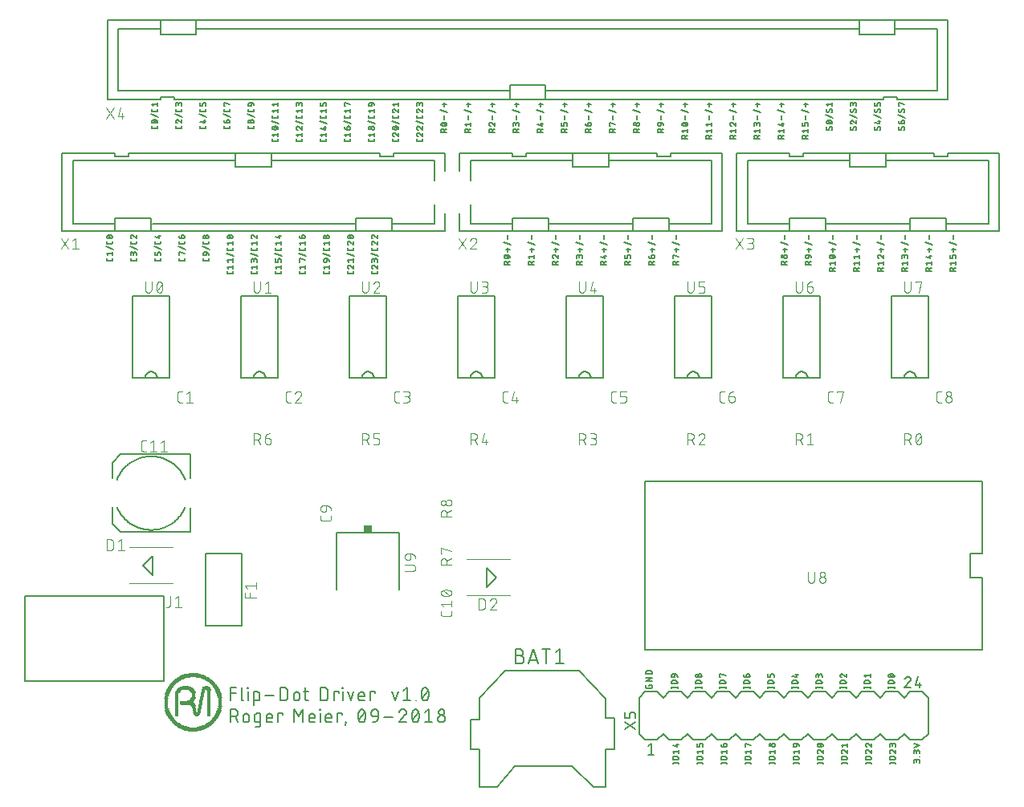
<source format=gto>
G04 EAGLE Gerber RS-274X export*
G75*
%MOMM*%
%FSLAX34Y34*%
%LPD*%
%AMOC8*
5,1,8,0,0,1.08239X$1,22.5*%
G01*
%ADD10C,0.127000*%
%ADD11C,0.101600*%
%ADD12C,0.203200*%
%ADD13R,0.863600X0.762000*%
%ADD14R,0.431800X0.025400*%
%ADD15R,0.965200X0.025400*%
%ADD16R,1.193800X0.025400*%
%ADD17R,1.473200X0.025400*%
%ADD18R,1.600200X0.025400*%
%ADD19R,1.828800X0.025400*%
%ADD20R,1.930400X0.025400*%
%ADD21R,2.133600X0.025400*%
%ADD22R,2.209800X0.025400*%
%ADD23R,2.387600X0.025400*%
%ADD24R,2.463800X0.025400*%
%ADD25R,2.590800X0.025400*%
%ADD26R,2.717800X0.025400*%
%ADD27R,2.794000X0.025400*%
%ADD28R,2.921000X0.025400*%
%ADD29R,2.997200X0.025400*%
%ADD30R,1.117600X0.025400*%
%ADD31R,1.016000X0.025400*%
%ADD32R,0.990600X0.025400*%
%ADD33R,0.914400X0.025400*%
%ADD34R,0.889000X0.025400*%
%ADD35R,0.863600X0.025400*%
%ADD36R,0.838200X0.025400*%
%ADD37R,0.787400X0.025400*%
%ADD38R,0.812800X0.025400*%
%ADD39R,0.762000X0.025400*%
%ADD40R,0.736600X0.025400*%
%ADD41R,0.711200X0.025400*%
%ADD42R,0.685800X0.025400*%
%ADD43R,0.660400X0.025400*%
%ADD44R,0.635000X0.025400*%
%ADD45R,0.609600X0.025400*%
%ADD46R,0.584200X0.025400*%
%ADD47R,0.558800X0.025400*%
%ADD48R,0.533400X0.025400*%
%ADD49R,0.508000X0.025400*%
%ADD50R,0.482600X0.025400*%
%ADD51R,0.457200X0.025400*%
%ADD52R,0.381000X0.025400*%
%ADD53R,0.304800X0.025400*%
%ADD54R,0.406400X0.025400*%
%ADD55R,0.355600X0.025400*%
%ADD56R,1.549400X0.025400*%
%ADD57R,1.524000X0.025400*%
%ADD58R,1.498600X0.025400*%
%ADD59R,1.422400X0.025400*%
%ADD60R,1.397000X0.025400*%
%ADD61R,1.371600X0.025400*%
%ADD62R,1.320800X0.025400*%
%ADD63R,1.295400X0.025400*%
%ADD64R,1.752600X0.025400*%
%ADD65R,0.939800X0.025400*%
%ADD66R,1.676400X0.025400*%
%ADD67R,1.651000X0.025400*%
%ADD68R,1.574800X0.025400*%
%ADD69R,1.447800X0.025400*%
%ADD70R,1.041400X0.025400*%
%ADD71R,1.143000X0.025400*%
%ADD72R,1.244600X0.025400*%
%ADD73R,1.219200X0.025400*%
%ADD74R,2.946400X0.025400*%
%ADD75R,2.895600X0.025400*%
%ADD76R,2.768600X0.025400*%
%ADD77R,2.692400X0.025400*%
%ADD78R,2.565400X0.025400*%
%ADD79R,2.413000X0.025400*%
%ADD80R,2.336800X0.025400*%
%ADD81R,2.184400X0.025400*%
%ADD82R,2.082800X0.025400*%
%ADD83R,1.879600X0.025400*%
%ADD84R,1.778000X0.025400*%
%ADD85R,1.092200X0.025400*%
%ADD86C,0.152400*%


D10*
X185420Y73025D02*
X185420Y86995D01*
X191629Y86995D01*
X191629Y80786D02*
X185420Y80786D01*
X196840Y75353D02*
X196840Y86995D01*
X196840Y75353D02*
X196842Y75259D01*
X196848Y75166D01*
X196857Y75072D01*
X196870Y74980D01*
X196887Y74887D01*
X196908Y74796D01*
X196932Y74705D01*
X196960Y74616D01*
X196991Y74527D01*
X197026Y74441D01*
X197065Y74355D01*
X197107Y74271D01*
X197152Y74189D01*
X197200Y74109D01*
X197252Y74031D01*
X197307Y73954D01*
X197365Y73881D01*
X197425Y73809D01*
X197489Y73740D01*
X197555Y73674D01*
X197624Y73610D01*
X197696Y73550D01*
X197769Y73492D01*
X197846Y73437D01*
X197924Y73385D01*
X198004Y73337D01*
X198086Y73292D01*
X198170Y73250D01*
X198256Y73211D01*
X198342Y73176D01*
X198431Y73145D01*
X198520Y73117D01*
X198611Y73093D01*
X198702Y73072D01*
X198795Y73055D01*
X198887Y73042D01*
X198981Y73033D01*
X199074Y73027D01*
X199168Y73025D01*
X203874Y73025D02*
X203874Y82338D01*
X203486Y86219D02*
X203486Y86995D01*
X204262Y86995D01*
X204262Y86219D01*
X203486Y86219D01*
X209967Y82338D02*
X209967Y68368D01*
X209967Y82338D02*
X213847Y82338D01*
X213943Y82336D01*
X214039Y82330D01*
X214135Y82320D01*
X214230Y82306D01*
X214325Y82288D01*
X214418Y82267D01*
X214511Y82241D01*
X214603Y82212D01*
X214693Y82179D01*
X214782Y82142D01*
X214869Y82101D01*
X214955Y82057D01*
X215039Y82010D01*
X215120Y81959D01*
X215200Y81905D01*
X215277Y81847D01*
X215352Y81786D01*
X215424Y81723D01*
X215493Y81656D01*
X215560Y81587D01*
X215623Y81515D01*
X215684Y81440D01*
X215742Y81363D01*
X215796Y81283D01*
X215847Y81202D01*
X215894Y81118D01*
X215938Y81032D01*
X215979Y80945D01*
X216016Y80856D01*
X216049Y80766D01*
X216078Y80674D01*
X216104Y80582D01*
X216125Y80488D01*
X216143Y80393D01*
X216157Y80298D01*
X216167Y80202D01*
X216173Y80106D01*
X216175Y80010D01*
X216176Y80010D02*
X216176Y75353D01*
X216175Y75353D02*
X216173Y75259D01*
X216167Y75166D01*
X216158Y75072D01*
X216145Y74980D01*
X216128Y74887D01*
X216107Y74796D01*
X216083Y74705D01*
X216055Y74616D01*
X216024Y74527D01*
X215989Y74441D01*
X215950Y74355D01*
X215908Y74271D01*
X215863Y74189D01*
X215815Y74109D01*
X215763Y74031D01*
X215708Y73954D01*
X215650Y73881D01*
X215590Y73809D01*
X215526Y73740D01*
X215460Y73674D01*
X215391Y73610D01*
X215319Y73550D01*
X215246Y73492D01*
X215169Y73437D01*
X215091Y73385D01*
X215011Y73337D01*
X214929Y73292D01*
X214845Y73250D01*
X214759Y73211D01*
X214673Y73176D01*
X214584Y73145D01*
X214495Y73117D01*
X214404Y73093D01*
X214313Y73072D01*
X214220Y73055D01*
X214128Y73042D01*
X214034Y73033D01*
X213941Y73027D01*
X213847Y73025D01*
X209967Y73025D01*
X222032Y78458D02*
X231345Y78458D01*
X237865Y73025D02*
X237865Y86995D01*
X241746Y86995D01*
X241868Y86993D01*
X241990Y86987D01*
X242111Y86978D01*
X242232Y86964D01*
X242353Y86947D01*
X242473Y86926D01*
X242593Y86902D01*
X242711Y86873D01*
X242829Y86841D01*
X242945Y86805D01*
X243061Y86766D01*
X243175Y86722D01*
X243287Y86676D01*
X243398Y86626D01*
X243508Y86572D01*
X243616Y86515D01*
X243722Y86455D01*
X243826Y86391D01*
X243927Y86324D01*
X244027Y86254D01*
X244125Y86181D01*
X244220Y86104D01*
X244313Y86025D01*
X244403Y85943D01*
X244490Y85858D01*
X244575Y85771D01*
X244657Y85681D01*
X244736Y85588D01*
X244813Y85493D01*
X244886Y85395D01*
X244956Y85295D01*
X245023Y85194D01*
X245087Y85090D01*
X245147Y84984D01*
X245204Y84876D01*
X245258Y84766D01*
X245308Y84655D01*
X245354Y84543D01*
X245398Y84429D01*
X245437Y84313D01*
X245473Y84197D01*
X245505Y84079D01*
X245534Y83961D01*
X245558Y83841D01*
X245579Y83721D01*
X245596Y83600D01*
X245610Y83479D01*
X245619Y83358D01*
X245625Y83236D01*
X245627Y83114D01*
X245626Y83114D02*
X245626Y76906D01*
X245627Y76906D02*
X245625Y76784D01*
X245619Y76662D01*
X245610Y76541D01*
X245596Y76420D01*
X245579Y76299D01*
X245558Y76179D01*
X245534Y76059D01*
X245505Y75941D01*
X245473Y75823D01*
X245437Y75707D01*
X245398Y75591D01*
X245354Y75477D01*
X245308Y75365D01*
X245258Y75254D01*
X245204Y75144D01*
X245147Y75036D01*
X245087Y74930D01*
X245023Y74826D01*
X244956Y74725D01*
X244886Y74625D01*
X244813Y74527D01*
X244736Y74432D01*
X244657Y74339D01*
X244575Y74249D01*
X244490Y74162D01*
X244403Y74077D01*
X244313Y73995D01*
X244220Y73916D01*
X244125Y73839D01*
X244027Y73766D01*
X243927Y73696D01*
X243826Y73629D01*
X243722Y73565D01*
X243616Y73505D01*
X243508Y73448D01*
X243398Y73394D01*
X243287Y73344D01*
X243175Y73298D01*
X243061Y73254D01*
X242945Y73215D01*
X242829Y73179D01*
X242711Y73147D01*
X242593Y73118D01*
X242473Y73094D01*
X242353Y73073D01*
X242232Y73056D01*
X242111Y73042D01*
X241990Y73033D01*
X241868Y73027D01*
X241746Y73025D01*
X237865Y73025D01*
X251874Y76129D02*
X251874Y79234D01*
X251876Y79345D01*
X251882Y79455D01*
X251892Y79566D01*
X251906Y79676D01*
X251923Y79785D01*
X251945Y79894D01*
X251970Y80002D01*
X252000Y80108D01*
X252033Y80214D01*
X252070Y80319D01*
X252110Y80422D01*
X252155Y80523D01*
X252202Y80623D01*
X252254Y80722D01*
X252309Y80818D01*
X252367Y80912D01*
X252428Y81004D01*
X252493Y81094D01*
X252561Y81182D01*
X252632Y81267D01*
X252706Y81349D01*
X252783Y81429D01*
X252863Y81506D01*
X252945Y81580D01*
X253030Y81651D01*
X253118Y81719D01*
X253208Y81784D01*
X253300Y81845D01*
X253394Y81903D01*
X253490Y81958D01*
X253589Y82010D01*
X253689Y82057D01*
X253790Y82102D01*
X253893Y82142D01*
X253998Y82179D01*
X254104Y82212D01*
X254210Y82242D01*
X254318Y82267D01*
X254427Y82289D01*
X254536Y82306D01*
X254646Y82320D01*
X254757Y82330D01*
X254867Y82336D01*
X254978Y82338D01*
X255089Y82336D01*
X255199Y82330D01*
X255310Y82320D01*
X255420Y82306D01*
X255529Y82289D01*
X255638Y82267D01*
X255746Y82242D01*
X255852Y82212D01*
X255958Y82179D01*
X256063Y82142D01*
X256166Y82102D01*
X256267Y82057D01*
X256367Y82010D01*
X256466Y81958D01*
X256562Y81903D01*
X256656Y81845D01*
X256748Y81784D01*
X256838Y81719D01*
X256926Y81651D01*
X257011Y81580D01*
X257093Y81506D01*
X257173Y81429D01*
X257250Y81349D01*
X257324Y81267D01*
X257395Y81182D01*
X257463Y81094D01*
X257528Y81004D01*
X257589Y80912D01*
X257647Y80818D01*
X257702Y80722D01*
X257754Y80623D01*
X257801Y80523D01*
X257846Y80422D01*
X257886Y80319D01*
X257923Y80214D01*
X257956Y80108D01*
X257986Y80002D01*
X258011Y79894D01*
X258033Y79785D01*
X258050Y79676D01*
X258064Y79566D01*
X258074Y79455D01*
X258080Y79345D01*
X258082Y79234D01*
X258082Y76129D01*
X258080Y76018D01*
X258074Y75908D01*
X258064Y75797D01*
X258050Y75687D01*
X258033Y75578D01*
X258011Y75469D01*
X257986Y75361D01*
X257956Y75255D01*
X257923Y75149D01*
X257886Y75044D01*
X257846Y74941D01*
X257801Y74840D01*
X257754Y74740D01*
X257702Y74641D01*
X257647Y74545D01*
X257589Y74451D01*
X257528Y74359D01*
X257463Y74269D01*
X257395Y74181D01*
X257324Y74096D01*
X257250Y74014D01*
X257173Y73934D01*
X257093Y73857D01*
X257011Y73783D01*
X256926Y73712D01*
X256838Y73644D01*
X256748Y73579D01*
X256656Y73518D01*
X256562Y73460D01*
X256466Y73405D01*
X256367Y73353D01*
X256267Y73306D01*
X256166Y73261D01*
X256063Y73221D01*
X255958Y73184D01*
X255852Y73151D01*
X255746Y73121D01*
X255638Y73096D01*
X255529Y73074D01*
X255420Y73057D01*
X255310Y73043D01*
X255199Y73033D01*
X255089Y73027D01*
X254978Y73025D01*
X254867Y73027D01*
X254757Y73033D01*
X254646Y73043D01*
X254536Y73057D01*
X254427Y73074D01*
X254318Y73096D01*
X254210Y73121D01*
X254104Y73151D01*
X253998Y73184D01*
X253893Y73221D01*
X253790Y73261D01*
X253689Y73306D01*
X253589Y73353D01*
X253490Y73405D01*
X253394Y73460D01*
X253300Y73518D01*
X253208Y73579D01*
X253118Y73644D01*
X253030Y73712D01*
X252945Y73783D01*
X252863Y73857D01*
X252783Y73934D01*
X252706Y74014D01*
X252632Y74096D01*
X252561Y74181D01*
X252493Y74269D01*
X252428Y74359D01*
X252367Y74451D01*
X252309Y74545D01*
X252254Y74641D01*
X252202Y74740D01*
X252155Y74840D01*
X252110Y74941D01*
X252070Y75044D01*
X252033Y75149D01*
X252000Y75255D01*
X251970Y75361D01*
X251945Y75469D01*
X251923Y75578D01*
X251906Y75687D01*
X251892Y75797D01*
X251882Y75908D01*
X251876Y76018D01*
X251874Y76129D01*
X262576Y82338D02*
X267233Y82338D01*
X264128Y86995D02*
X264128Y75353D01*
X264129Y75353D02*
X264131Y75259D01*
X264137Y75166D01*
X264146Y75072D01*
X264159Y74980D01*
X264176Y74887D01*
X264197Y74796D01*
X264221Y74705D01*
X264249Y74616D01*
X264280Y74527D01*
X264315Y74441D01*
X264354Y74355D01*
X264396Y74271D01*
X264441Y74189D01*
X264489Y74109D01*
X264541Y74031D01*
X264596Y73954D01*
X264654Y73881D01*
X264714Y73809D01*
X264778Y73740D01*
X264844Y73674D01*
X264913Y73610D01*
X264985Y73550D01*
X265058Y73492D01*
X265135Y73437D01*
X265213Y73385D01*
X265293Y73337D01*
X265375Y73292D01*
X265459Y73250D01*
X265545Y73211D01*
X265631Y73176D01*
X265720Y73145D01*
X265809Y73117D01*
X265900Y73093D01*
X265991Y73072D01*
X266084Y73055D01*
X266176Y73042D01*
X266270Y73033D01*
X266363Y73027D01*
X266457Y73025D01*
X267233Y73025D01*
X280300Y73025D02*
X280300Y86995D01*
X284180Y86995D01*
X284302Y86993D01*
X284424Y86987D01*
X284545Y86978D01*
X284666Y86964D01*
X284787Y86947D01*
X284907Y86926D01*
X285027Y86902D01*
X285145Y86873D01*
X285263Y86841D01*
X285379Y86805D01*
X285495Y86766D01*
X285609Y86722D01*
X285721Y86676D01*
X285832Y86626D01*
X285942Y86572D01*
X286050Y86515D01*
X286156Y86455D01*
X286260Y86391D01*
X286361Y86324D01*
X286461Y86254D01*
X286559Y86181D01*
X286654Y86104D01*
X286747Y86025D01*
X286837Y85943D01*
X286924Y85858D01*
X287009Y85771D01*
X287091Y85681D01*
X287170Y85588D01*
X287247Y85493D01*
X287320Y85395D01*
X287390Y85295D01*
X287457Y85194D01*
X287521Y85090D01*
X287581Y84984D01*
X287638Y84876D01*
X287692Y84766D01*
X287742Y84655D01*
X287788Y84543D01*
X287832Y84429D01*
X287871Y84313D01*
X287907Y84197D01*
X287939Y84079D01*
X287968Y83961D01*
X287992Y83841D01*
X288013Y83721D01*
X288030Y83600D01*
X288044Y83479D01*
X288053Y83358D01*
X288059Y83236D01*
X288061Y83114D01*
X288061Y76906D01*
X288059Y76784D01*
X288053Y76662D01*
X288044Y76541D01*
X288030Y76420D01*
X288013Y76299D01*
X287992Y76179D01*
X287968Y76059D01*
X287939Y75941D01*
X287907Y75823D01*
X287871Y75707D01*
X287832Y75591D01*
X287788Y75477D01*
X287742Y75365D01*
X287692Y75254D01*
X287638Y75144D01*
X287581Y75036D01*
X287521Y74930D01*
X287457Y74826D01*
X287390Y74725D01*
X287320Y74625D01*
X287247Y74527D01*
X287170Y74432D01*
X287091Y74339D01*
X287009Y74249D01*
X286924Y74162D01*
X286837Y74077D01*
X286747Y73995D01*
X286654Y73916D01*
X286559Y73839D01*
X286461Y73766D01*
X286361Y73696D01*
X286260Y73629D01*
X286156Y73565D01*
X286050Y73505D01*
X285942Y73448D01*
X285832Y73394D01*
X285721Y73344D01*
X285609Y73298D01*
X285495Y73254D01*
X285379Y73215D01*
X285263Y73179D01*
X285145Y73147D01*
X285027Y73118D01*
X284907Y73094D01*
X284787Y73073D01*
X284666Y73056D01*
X284545Y73042D01*
X284424Y73033D01*
X284302Y73027D01*
X284180Y73025D01*
X280300Y73025D01*
X294845Y73025D02*
X294845Y82338D01*
X299501Y82338D01*
X299501Y80786D01*
X303800Y82338D02*
X303800Y73025D01*
X303412Y86219D02*
X303412Y86995D01*
X304188Y86995D01*
X304188Y86219D01*
X303412Y86219D01*
X308909Y82338D02*
X312013Y73025D01*
X315118Y82338D01*
X322644Y73025D02*
X326525Y73025D01*
X322644Y73025D02*
X322550Y73027D01*
X322457Y73033D01*
X322363Y73042D01*
X322271Y73055D01*
X322178Y73072D01*
X322087Y73093D01*
X321996Y73117D01*
X321907Y73145D01*
X321818Y73176D01*
X321732Y73211D01*
X321646Y73250D01*
X321562Y73292D01*
X321480Y73337D01*
X321400Y73385D01*
X321322Y73437D01*
X321245Y73492D01*
X321172Y73550D01*
X321100Y73610D01*
X321031Y73674D01*
X320965Y73740D01*
X320901Y73809D01*
X320841Y73881D01*
X320783Y73954D01*
X320728Y74031D01*
X320676Y74109D01*
X320628Y74189D01*
X320583Y74271D01*
X320541Y74355D01*
X320502Y74441D01*
X320467Y74527D01*
X320436Y74616D01*
X320408Y74705D01*
X320384Y74796D01*
X320363Y74887D01*
X320346Y74980D01*
X320333Y75072D01*
X320324Y75166D01*
X320318Y75259D01*
X320316Y75353D01*
X320316Y79234D01*
X320317Y79234D02*
X320319Y79345D01*
X320325Y79455D01*
X320335Y79566D01*
X320349Y79676D01*
X320366Y79785D01*
X320388Y79894D01*
X320413Y80002D01*
X320443Y80108D01*
X320476Y80214D01*
X320513Y80319D01*
X320553Y80422D01*
X320598Y80523D01*
X320645Y80623D01*
X320697Y80722D01*
X320752Y80818D01*
X320810Y80912D01*
X320871Y81004D01*
X320936Y81094D01*
X321004Y81182D01*
X321075Y81267D01*
X321149Y81349D01*
X321226Y81429D01*
X321306Y81506D01*
X321388Y81580D01*
X321473Y81651D01*
X321561Y81719D01*
X321651Y81784D01*
X321743Y81845D01*
X321837Y81903D01*
X321933Y81958D01*
X322032Y82010D01*
X322132Y82057D01*
X322233Y82102D01*
X322336Y82142D01*
X322441Y82179D01*
X322547Y82212D01*
X322653Y82242D01*
X322761Y82267D01*
X322870Y82289D01*
X322979Y82306D01*
X323089Y82320D01*
X323200Y82330D01*
X323310Y82336D01*
X323421Y82338D01*
X323532Y82336D01*
X323642Y82330D01*
X323753Y82320D01*
X323863Y82306D01*
X323972Y82289D01*
X324081Y82267D01*
X324189Y82242D01*
X324295Y82212D01*
X324401Y82179D01*
X324506Y82142D01*
X324609Y82102D01*
X324710Y82057D01*
X324810Y82010D01*
X324909Y81958D01*
X325005Y81903D01*
X325099Y81845D01*
X325191Y81784D01*
X325281Y81719D01*
X325369Y81651D01*
X325454Y81580D01*
X325536Y81506D01*
X325616Y81429D01*
X325693Y81349D01*
X325767Y81267D01*
X325838Y81182D01*
X325906Y81094D01*
X325971Y81004D01*
X326032Y80912D01*
X326090Y80818D01*
X326145Y80722D01*
X326197Y80623D01*
X326244Y80523D01*
X326289Y80422D01*
X326329Y80319D01*
X326366Y80214D01*
X326399Y80108D01*
X326429Y80002D01*
X326454Y79894D01*
X326476Y79785D01*
X326493Y79676D01*
X326507Y79566D01*
X326517Y79455D01*
X326523Y79345D01*
X326525Y79234D01*
X326525Y77682D01*
X320316Y77682D01*
X332716Y73025D02*
X332716Y82338D01*
X337373Y82338D01*
X337373Y80786D01*
X355906Y82338D02*
X359011Y73025D01*
X362115Y82338D01*
X367450Y83891D02*
X371330Y86995D01*
X371330Y73025D01*
X367450Y73025D02*
X375211Y73025D01*
X380524Y73025D02*
X380524Y73801D01*
X381300Y73801D01*
X381300Y73025D01*
X380524Y73025D01*
X386614Y80010D02*
X386617Y80285D01*
X386627Y80559D01*
X386644Y80834D01*
X386666Y81108D01*
X386696Y81381D01*
X386732Y81653D01*
X386774Y81925D01*
X386823Y82195D01*
X386879Y82465D01*
X386941Y82732D01*
X387009Y82999D01*
X387083Y83263D01*
X387164Y83526D01*
X387251Y83786D01*
X387344Y84045D01*
X387444Y84301D01*
X387549Y84555D01*
X387661Y84806D01*
X387778Y85055D01*
X387777Y85054D02*
X387813Y85153D01*
X387852Y85250D01*
X387895Y85346D01*
X387942Y85440D01*
X387991Y85532D01*
X388044Y85622D01*
X388101Y85711D01*
X388160Y85797D01*
X388223Y85881D01*
X388288Y85963D01*
X388357Y86042D01*
X388428Y86118D01*
X388503Y86192D01*
X388579Y86264D01*
X388659Y86332D01*
X388741Y86398D01*
X388825Y86460D01*
X388911Y86519D01*
X389000Y86576D01*
X389090Y86628D01*
X389182Y86678D01*
X389276Y86724D01*
X389372Y86767D01*
X389469Y86806D01*
X389568Y86842D01*
X389668Y86874D01*
X389768Y86902D01*
X389870Y86926D01*
X389973Y86947D01*
X390076Y86964D01*
X390180Y86978D01*
X390285Y86987D01*
X390389Y86993D01*
X390494Y86995D01*
X390599Y86993D01*
X390703Y86987D01*
X390808Y86978D01*
X390912Y86964D01*
X391015Y86947D01*
X391118Y86926D01*
X391220Y86902D01*
X391320Y86874D01*
X391420Y86842D01*
X391519Y86806D01*
X391616Y86767D01*
X391712Y86724D01*
X391806Y86678D01*
X391898Y86628D01*
X391988Y86576D01*
X392077Y86519D01*
X392163Y86460D01*
X392247Y86398D01*
X392329Y86332D01*
X392409Y86264D01*
X392485Y86192D01*
X392560Y86118D01*
X392631Y86042D01*
X392700Y85963D01*
X392765Y85881D01*
X392828Y85797D01*
X392887Y85711D01*
X392944Y85622D01*
X392997Y85532D01*
X393046Y85440D01*
X393093Y85346D01*
X393136Y85250D01*
X393175Y85153D01*
X393211Y85054D01*
X393211Y85055D02*
X393328Y84806D01*
X393440Y84555D01*
X393545Y84301D01*
X393645Y84045D01*
X393738Y83786D01*
X393825Y83526D01*
X393906Y83263D01*
X393980Y82999D01*
X394048Y82732D01*
X394110Y82464D01*
X394166Y82195D01*
X394215Y81925D01*
X394257Y81653D01*
X394293Y81381D01*
X394323Y81108D01*
X394345Y80834D01*
X394362Y80559D01*
X394372Y80285D01*
X394375Y80010D01*
X386613Y80010D02*
X386616Y79735D01*
X386626Y79461D01*
X386643Y79186D01*
X386665Y78912D01*
X386695Y78639D01*
X386731Y78367D01*
X386773Y78095D01*
X386822Y77825D01*
X386878Y77555D01*
X386940Y77288D01*
X387008Y77021D01*
X387082Y76757D01*
X387163Y76494D01*
X387250Y76233D01*
X387343Y75975D01*
X387443Y75719D01*
X387548Y75465D01*
X387660Y75214D01*
X387777Y74965D01*
X387777Y74966D02*
X387813Y74867D01*
X387852Y74770D01*
X387895Y74674D01*
X387942Y74580D01*
X387991Y74488D01*
X388044Y74398D01*
X388101Y74309D01*
X388160Y74223D01*
X388223Y74139D01*
X388288Y74057D01*
X388357Y73978D01*
X388428Y73902D01*
X388503Y73828D01*
X388579Y73756D01*
X388659Y73688D01*
X388741Y73622D01*
X388825Y73560D01*
X388911Y73501D01*
X389000Y73444D01*
X389090Y73392D01*
X389182Y73342D01*
X389276Y73296D01*
X389372Y73253D01*
X389469Y73214D01*
X389568Y73178D01*
X389668Y73146D01*
X389768Y73118D01*
X389870Y73094D01*
X389973Y73073D01*
X390076Y73056D01*
X390180Y73042D01*
X390285Y73033D01*
X390389Y73027D01*
X390494Y73025D01*
X393211Y74965D02*
X393328Y75214D01*
X393440Y75465D01*
X393545Y75719D01*
X393645Y75975D01*
X393738Y76233D01*
X393825Y76494D01*
X393906Y76757D01*
X393980Y77021D01*
X394048Y77288D01*
X394110Y77555D01*
X394166Y77825D01*
X394215Y78095D01*
X394257Y78367D01*
X394293Y78639D01*
X394323Y78912D01*
X394345Y79186D01*
X394362Y79461D01*
X394372Y79735D01*
X394375Y80010D01*
X393211Y74966D02*
X393175Y74867D01*
X393136Y74770D01*
X393093Y74674D01*
X393046Y74580D01*
X392997Y74488D01*
X392944Y74398D01*
X392887Y74309D01*
X392828Y74223D01*
X392765Y74139D01*
X392700Y74057D01*
X392631Y73978D01*
X392560Y73902D01*
X392485Y73828D01*
X392409Y73756D01*
X392329Y73688D01*
X392247Y73622D01*
X392163Y73560D01*
X392077Y73501D01*
X391988Y73444D01*
X391898Y73392D01*
X391806Y73342D01*
X391712Y73296D01*
X391616Y73253D01*
X391519Y73214D01*
X391420Y73178D01*
X391320Y73146D01*
X391220Y73118D01*
X391118Y73094D01*
X391015Y73073D01*
X390912Y73056D01*
X390808Y73042D01*
X390703Y73033D01*
X390599Y73027D01*
X390494Y73025D01*
X387390Y76129D02*
X393599Y83891D01*
X185420Y64135D02*
X185420Y50165D01*
X185420Y64135D02*
X189301Y64135D01*
X189424Y64133D01*
X189547Y64127D01*
X189670Y64117D01*
X189792Y64104D01*
X189914Y64086D01*
X190035Y64065D01*
X190156Y64040D01*
X190276Y64011D01*
X190394Y63978D01*
X190512Y63941D01*
X190628Y63901D01*
X190743Y63857D01*
X190857Y63809D01*
X190969Y63758D01*
X191079Y63704D01*
X191188Y63645D01*
X191295Y63584D01*
X191399Y63519D01*
X191502Y63451D01*
X191602Y63379D01*
X191700Y63305D01*
X191796Y63227D01*
X191889Y63146D01*
X191979Y63063D01*
X192067Y62976D01*
X192152Y62887D01*
X192234Y62796D01*
X192313Y62701D01*
X192389Y62604D01*
X192462Y62505D01*
X192532Y62404D01*
X192599Y62300D01*
X192662Y62194D01*
X192722Y62087D01*
X192778Y61977D01*
X192831Y61866D01*
X192881Y61753D01*
X192926Y61639D01*
X192969Y61523D01*
X193007Y61406D01*
X193042Y61288D01*
X193073Y61169D01*
X193100Y61049D01*
X193123Y60928D01*
X193142Y60806D01*
X193158Y60684D01*
X193170Y60562D01*
X193178Y60439D01*
X193182Y60316D01*
X193182Y60192D01*
X193178Y60069D01*
X193170Y59946D01*
X193158Y59824D01*
X193142Y59702D01*
X193123Y59580D01*
X193100Y59459D01*
X193073Y59339D01*
X193042Y59220D01*
X193007Y59102D01*
X192969Y58985D01*
X192926Y58869D01*
X192881Y58755D01*
X192831Y58642D01*
X192778Y58531D01*
X192722Y58421D01*
X192662Y58313D01*
X192599Y58208D01*
X192532Y58104D01*
X192462Y58003D01*
X192389Y57904D01*
X192313Y57807D01*
X192234Y57712D01*
X192152Y57621D01*
X192067Y57532D01*
X191979Y57445D01*
X191889Y57362D01*
X191796Y57281D01*
X191700Y57203D01*
X191602Y57129D01*
X191502Y57057D01*
X191399Y56989D01*
X191295Y56924D01*
X191188Y56863D01*
X191079Y56804D01*
X190969Y56750D01*
X190857Y56699D01*
X190743Y56651D01*
X190628Y56607D01*
X190512Y56567D01*
X190394Y56530D01*
X190276Y56497D01*
X190156Y56468D01*
X190035Y56443D01*
X189914Y56422D01*
X189792Y56404D01*
X189670Y56391D01*
X189547Y56381D01*
X189424Y56375D01*
X189301Y56373D01*
X189301Y56374D02*
X185420Y56374D01*
X190077Y56374D02*
X193181Y50165D01*
X198883Y53269D02*
X198883Y56374D01*
X198885Y56485D01*
X198891Y56595D01*
X198901Y56706D01*
X198915Y56816D01*
X198932Y56925D01*
X198954Y57034D01*
X198979Y57142D01*
X199009Y57248D01*
X199042Y57354D01*
X199079Y57459D01*
X199119Y57562D01*
X199164Y57663D01*
X199211Y57763D01*
X199263Y57862D01*
X199318Y57958D01*
X199376Y58052D01*
X199437Y58144D01*
X199502Y58234D01*
X199570Y58322D01*
X199641Y58407D01*
X199715Y58489D01*
X199792Y58569D01*
X199872Y58646D01*
X199954Y58720D01*
X200039Y58791D01*
X200127Y58859D01*
X200217Y58924D01*
X200309Y58985D01*
X200403Y59043D01*
X200499Y59098D01*
X200598Y59150D01*
X200698Y59197D01*
X200799Y59242D01*
X200902Y59282D01*
X201007Y59319D01*
X201113Y59352D01*
X201219Y59382D01*
X201327Y59407D01*
X201436Y59429D01*
X201545Y59446D01*
X201655Y59460D01*
X201766Y59470D01*
X201876Y59476D01*
X201987Y59478D01*
X202098Y59476D01*
X202208Y59470D01*
X202319Y59460D01*
X202429Y59446D01*
X202538Y59429D01*
X202647Y59407D01*
X202755Y59382D01*
X202861Y59352D01*
X202967Y59319D01*
X203072Y59282D01*
X203175Y59242D01*
X203276Y59197D01*
X203376Y59150D01*
X203475Y59098D01*
X203571Y59043D01*
X203665Y58985D01*
X203757Y58924D01*
X203847Y58859D01*
X203935Y58791D01*
X204020Y58720D01*
X204102Y58646D01*
X204182Y58569D01*
X204259Y58489D01*
X204333Y58407D01*
X204404Y58322D01*
X204472Y58234D01*
X204537Y58144D01*
X204598Y58052D01*
X204656Y57958D01*
X204711Y57862D01*
X204763Y57763D01*
X204810Y57663D01*
X204855Y57562D01*
X204895Y57459D01*
X204932Y57354D01*
X204965Y57248D01*
X204995Y57142D01*
X205020Y57034D01*
X205042Y56925D01*
X205059Y56816D01*
X205073Y56706D01*
X205083Y56595D01*
X205089Y56485D01*
X205091Y56374D01*
X205092Y56374D02*
X205092Y53269D01*
X205091Y53269D02*
X205089Y53158D01*
X205083Y53048D01*
X205073Y52937D01*
X205059Y52827D01*
X205042Y52718D01*
X205020Y52609D01*
X204995Y52501D01*
X204965Y52395D01*
X204932Y52289D01*
X204895Y52184D01*
X204855Y52081D01*
X204810Y51980D01*
X204763Y51880D01*
X204711Y51781D01*
X204656Y51685D01*
X204598Y51591D01*
X204537Y51499D01*
X204472Y51409D01*
X204404Y51321D01*
X204333Y51236D01*
X204259Y51154D01*
X204182Y51074D01*
X204102Y50997D01*
X204020Y50923D01*
X203935Y50852D01*
X203847Y50784D01*
X203757Y50719D01*
X203665Y50658D01*
X203571Y50600D01*
X203475Y50545D01*
X203376Y50493D01*
X203276Y50446D01*
X203175Y50401D01*
X203072Y50361D01*
X202967Y50324D01*
X202861Y50291D01*
X202755Y50261D01*
X202647Y50236D01*
X202538Y50214D01*
X202429Y50197D01*
X202319Y50183D01*
X202208Y50173D01*
X202098Y50167D01*
X201987Y50165D01*
X201876Y50167D01*
X201766Y50173D01*
X201655Y50183D01*
X201545Y50197D01*
X201436Y50214D01*
X201327Y50236D01*
X201219Y50261D01*
X201113Y50291D01*
X201007Y50324D01*
X200902Y50361D01*
X200799Y50401D01*
X200698Y50446D01*
X200598Y50493D01*
X200499Y50545D01*
X200403Y50600D01*
X200309Y50658D01*
X200217Y50719D01*
X200127Y50784D01*
X200039Y50852D01*
X199954Y50923D01*
X199872Y50997D01*
X199792Y51074D01*
X199715Y51154D01*
X199641Y51236D01*
X199570Y51321D01*
X199502Y51409D01*
X199437Y51499D01*
X199376Y51591D01*
X199318Y51685D01*
X199263Y51781D01*
X199211Y51880D01*
X199164Y51980D01*
X199119Y52081D01*
X199079Y52184D01*
X199042Y52289D01*
X199009Y52395D01*
X198979Y52501D01*
X198954Y52609D01*
X198932Y52718D01*
X198915Y52827D01*
X198901Y52937D01*
X198891Y53048D01*
X198885Y53158D01*
X198883Y53269D01*
X213003Y50165D02*
X216884Y50165D01*
X213003Y50165D02*
X212909Y50167D01*
X212816Y50173D01*
X212722Y50182D01*
X212630Y50195D01*
X212537Y50212D01*
X212446Y50233D01*
X212355Y50257D01*
X212266Y50285D01*
X212177Y50316D01*
X212091Y50351D01*
X212005Y50390D01*
X211921Y50432D01*
X211839Y50477D01*
X211759Y50525D01*
X211681Y50577D01*
X211604Y50632D01*
X211531Y50690D01*
X211459Y50750D01*
X211390Y50814D01*
X211324Y50880D01*
X211260Y50949D01*
X211200Y51021D01*
X211142Y51094D01*
X211087Y51171D01*
X211035Y51249D01*
X210987Y51329D01*
X210942Y51411D01*
X210900Y51495D01*
X210861Y51581D01*
X210826Y51667D01*
X210795Y51756D01*
X210767Y51845D01*
X210743Y51936D01*
X210722Y52027D01*
X210705Y52120D01*
X210692Y52212D01*
X210683Y52306D01*
X210677Y52399D01*
X210675Y52493D01*
X210675Y57150D01*
X210677Y57244D01*
X210683Y57337D01*
X210692Y57431D01*
X210705Y57523D01*
X210722Y57616D01*
X210743Y57707D01*
X210767Y57798D01*
X210795Y57887D01*
X210826Y57976D01*
X210861Y58062D01*
X210900Y58148D01*
X210942Y58232D01*
X210987Y58314D01*
X211035Y58394D01*
X211087Y58472D01*
X211142Y58549D01*
X211200Y58622D01*
X211260Y58694D01*
X211324Y58763D01*
X211390Y58829D01*
X211459Y58893D01*
X211531Y58953D01*
X211604Y59011D01*
X211681Y59066D01*
X211759Y59118D01*
X211839Y59166D01*
X211921Y59211D01*
X212005Y59253D01*
X212091Y59292D01*
X212177Y59327D01*
X212266Y59358D01*
X212355Y59386D01*
X212446Y59410D01*
X212537Y59431D01*
X212630Y59448D01*
X212722Y59461D01*
X212816Y59470D01*
X212909Y59476D01*
X213003Y59478D01*
X216884Y59478D01*
X216884Y47837D01*
X216882Y47741D01*
X216876Y47645D01*
X216866Y47549D01*
X216852Y47454D01*
X216834Y47359D01*
X216813Y47266D01*
X216787Y47173D01*
X216758Y47081D01*
X216725Y46991D01*
X216688Y46902D01*
X216647Y46815D01*
X216603Y46729D01*
X216556Y46645D01*
X216505Y46564D01*
X216451Y46484D01*
X216393Y46407D01*
X216332Y46332D01*
X216269Y46260D01*
X216202Y46191D01*
X216133Y46124D01*
X216061Y46061D01*
X215986Y46000D01*
X215909Y45942D01*
X215829Y45888D01*
X215748Y45837D01*
X215664Y45790D01*
X215578Y45746D01*
X215491Y45705D01*
X215402Y45668D01*
X215312Y45635D01*
X215220Y45606D01*
X215128Y45580D01*
X215034Y45559D01*
X214939Y45541D01*
X214844Y45527D01*
X214748Y45517D01*
X214652Y45511D01*
X214556Y45509D01*
X214556Y45508D02*
X211451Y45508D01*
X225394Y50165D02*
X229275Y50165D01*
X225394Y50165D02*
X225300Y50167D01*
X225207Y50173D01*
X225113Y50182D01*
X225021Y50195D01*
X224928Y50212D01*
X224837Y50233D01*
X224746Y50257D01*
X224657Y50285D01*
X224568Y50316D01*
X224482Y50351D01*
X224396Y50390D01*
X224312Y50432D01*
X224230Y50477D01*
X224150Y50525D01*
X224072Y50577D01*
X223995Y50632D01*
X223922Y50690D01*
X223850Y50750D01*
X223781Y50814D01*
X223715Y50880D01*
X223651Y50949D01*
X223591Y51021D01*
X223533Y51094D01*
X223478Y51171D01*
X223426Y51249D01*
X223378Y51329D01*
X223333Y51411D01*
X223291Y51495D01*
X223252Y51581D01*
X223217Y51667D01*
X223186Y51756D01*
X223158Y51845D01*
X223134Y51936D01*
X223113Y52027D01*
X223096Y52120D01*
X223083Y52212D01*
X223074Y52306D01*
X223068Y52399D01*
X223066Y52493D01*
X223066Y56374D01*
X223068Y56485D01*
X223074Y56595D01*
X223084Y56706D01*
X223098Y56816D01*
X223115Y56925D01*
X223137Y57034D01*
X223162Y57142D01*
X223192Y57248D01*
X223225Y57354D01*
X223262Y57459D01*
X223302Y57562D01*
X223347Y57663D01*
X223394Y57763D01*
X223446Y57862D01*
X223501Y57958D01*
X223559Y58052D01*
X223620Y58144D01*
X223685Y58234D01*
X223753Y58322D01*
X223824Y58407D01*
X223898Y58489D01*
X223975Y58569D01*
X224055Y58646D01*
X224137Y58720D01*
X224222Y58791D01*
X224310Y58859D01*
X224400Y58924D01*
X224492Y58985D01*
X224586Y59043D01*
X224682Y59098D01*
X224781Y59150D01*
X224881Y59197D01*
X224982Y59242D01*
X225085Y59282D01*
X225190Y59319D01*
X225296Y59352D01*
X225402Y59382D01*
X225510Y59407D01*
X225619Y59429D01*
X225728Y59446D01*
X225838Y59460D01*
X225949Y59470D01*
X226059Y59476D01*
X226170Y59478D01*
X226281Y59476D01*
X226391Y59470D01*
X226502Y59460D01*
X226612Y59446D01*
X226721Y59429D01*
X226830Y59407D01*
X226938Y59382D01*
X227044Y59352D01*
X227150Y59319D01*
X227255Y59282D01*
X227358Y59242D01*
X227459Y59197D01*
X227559Y59150D01*
X227658Y59098D01*
X227754Y59043D01*
X227848Y58985D01*
X227940Y58924D01*
X228030Y58859D01*
X228118Y58791D01*
X228203Y58720D01*
X228285Y58646D01*
X228365Y58569D01*
X228442Y58489D01*
X228516Y58407D01*
X228587Y58322D01*
X228655Y58234D01*
X228720Y58144D01*
X228781Y58052D01*
X228839Y57958D01*
X228894Y57862D01*
X228946Y57763D01*
X228993Y57663D01*
X229038Y57562D01*
X229078Y57459D01*
X229115Y57354D01*
X229148Y57248D01*
X229178Y57142D01*
X229203Y57034D01*
X229225Y56925D01*
X229242Y56816D01*
X229256Y56706D01*
X229266Y56595D01*
X229272Y56485D01*
X229274Y56374D01*
X229275Y56374D02*
X229275Y54822D01*
X223066Y54822D01*
X235466Y50165D02*
X235466Y59478D01*
X240123Y59478D01*
X240123Y57926D01*
X252541Y64135D02*
X252541Y50165D01*
X257198Y56374D02*
X252541Y64135D01*
X257198Y56374D02*
X261854Y64135D01*
X261854Y50165D01*
X270566Y50165D02*
X274447Y50165D01*
X270566Y50165D02*
X270472Y50167D01*
X270379Y50173D01*
X270285Y50182D01*
X270193Y50195D01*
X270100Y50212D01*
X270009Y50233D01*
X269918Y50257D01*
X269829Y50285D01*
X269740Y50316D01*
X269654Y50351D01*
X269568Y50390D01*
X269484Y50432D01*
X269402Y50477D01*
X269322Y50525D01*
X269244Y50577D01*
X269167Y50632D01*
X269094Y50690D01*
X269022Y50750D01*
X268953Y50814D01*
X268887Y50880D01*
X268823Y50949D01*
X268763Y51021D01*
X268705Y51094D01*
X268650Y51171D01*
X268598Y51249D01*
X268550Y51329D01*
X268505Y51411D01*
X268463Y51495D01*
X268424Y51581D01*
X268389Y51667D01*
X268358Y51756D01*
X268330Y51845D01*
X268306Y51936D01*
X268285Y52027D01*
X268268Y52120D01*
X268255Y52212D01*
X268246Y52306D01*
X268240Y52399D01*
X268238Y52493D01*
X268238Y56374D01*
X268239Y56374D02*
X268241Y56485D01*
X268247Y56595D01*
X268257Y56706D01*
X268271Y56816D01*
X268288Y56925D01*
X268310Y57034D01*
X268335Y57142D01*
X268365Y57248D01*
X268398Y57354D01*
X268435Y57459D01*
X268475Y57562D01*
X268520Y57663D01*
X268567Y57763D01*
X268619Y57862D01*
X268674Y57958D01*
X268732Y58052D01*
X268793Y58144D01*
X268858Y58234D01*
X268926Y58322D01*
X268997Y58407D01*
X269071Y58489D01*
X269148Y58569D01*
X269228Y58646D01*
X269310Y58720D01*
X269395Y58791D01*
X269483Y58859D01*
X269573Y58924D01*
X269665Y58985D01*
X269759Y59043D01*
X269855Y59098D01*
X269954Y59150D01*
X270054Y59197D01*
X270155Y59242D01*
X270258Y59282D01*
X270363Y59319D01*
X270469Y59352D01*
X270575Y59382D01*
X270683Y59407D01*
X270792Y59429D01*
X270901Y59446D01*
X271011Y59460D01*
X271122Y59470D01*
X271232Y59476D01*
X271343Y59478D01*
X271454Y59476D01*
X271564Y59470D01*
X271675Y59460D01*
X271785Y59446D01*
X271894Y59429D01*
X272003Y59407D01*
X272111Y59382D01*
X272217Y59352D01*
X272323Y59319D01*
X272428Y59282D01*
X272531Y59242D01*
X272632Y59197D01*
X272732Y59150D01*
X272831Y59098D01*
X272927Y59043D01*
X273021Y58985D01*
X273113Y58924D01*
X273203Y58859D01*
X273291Y58791D01*
X273376Y58720D01*
X273458Y58646D01*
X273538Y58569D01*
X273615Y58489D01*
X273689Y58407D01*
X273760Y58322D01*
X273828Y58234D01*
X273893Y58144D01*
X273954Y58052D01*
X274012Y57958D01*
X274067Y57862D01*
X274119Y57763D01*
X274166Y57663D01*
X274211Y57562D01*
X274251Y57459D01*
X274288Y57354D01*
X274321Y57248D01*
X274351Y57142D01*
X274376Y57034D01*
X274398Y56925D01*
X274415Y56816D01*
X274429Y56706D01*
X274439Y56595D01*
X274445Y56485D01*
X274447Y56374D01*
X274447Y54822D01*
X268238Y54822D01*
X280012Y50165D02*
X280012Y59478D01*
X279624Y63359D02*
X279624Y64135D01*
X280400Y64135D01*
X280400Y63359D01*
X279624Y63359D01*
X287905Y50165D02*
X291786Y50165D01*
X287905Y50165D02*
X287811Y50167D01*
X287718Y50173D01*
X287624Y50182D01*
X287532Y50195D01*
X287439Y50212D01*
X287348Y50233D01*
X287257Y50257D01*
X287168Y50285D01*
X287079Y50316D01*
X286993Y50351D01*
X286907Y50390D01*
X286823Y50432D01*
X286741Y50477D01*
X286661Y50525D01*
X286583Y50577D01*
X286506Y50632D01*
X286433Y50690D01*
X286361Y50750D01*
X286292Y50814D01*
X286226Y50880D01*
X286162Y50949D01*
X286102Y51021D01*
X286044Y51094D01*
X285989Y51171D01*
X285937Y51249D01*
X285889Y51329D01*
X285844Y51411D01*
X285802Y51495D01*
X285763Y51581D01*
X285728Y51667D01*
X285697Y51756D01*
X285669Y51845D01*
X285645Y51936D01*
X285624Y52027D01*
X285607Y52120D01*
X285594Y52212D01*
X285585Y52306D01*
X285579Y52399D01*
X285577Y52493D01*
X285577Y56374D01*
X285579Y56485D01*
X285585Y56595D01*
X285595Y56706D01*
X285609Y56816D01*
X285626Y56925D01*
X285648Y57034D01*
X285673Y57142D01*
X285703Y57248D01*
X285736Y57354D01*
X285773Y57459D01*
X285813Y57562D01*
X285858Y57663D01*
X285905Y57763D01*
X285957Y57862D01*
X286012Y57958D01*
X286070Y58052D01*
X286131Y58144D01*
X286196Y58234D01*
X286264Y58322D01*
X286335Y58407D01*
X286409Y58489D01*
X286486Y58569D01*
X286566Y58646D01*
X286648Y58720D01*
X286733Y58791D01*
X286821Y58859D01*
X286911Y58924D01*
X287003Y58985D01*
X287097Y59043D01*
X287193Y59098D01*
X287292Y59150D01*
X287392Y59197D01*
X287493Y59242D01*
X287596Y59282D01*
X287701Y59319D01*
X287807Y59352D01*
X287913Y59382D01*
X288021Y59407D01*
X288130Y59429D01*
X288239Y59446D01*
X288349Y59460D01*
X288460Y59470D01*
X288570Y59476D01*
X288681Y59478D01*
X288792Y59476D01*
X288902Y59470D01*
X289013Y59460D01*
X289123Y59446D01*
X289232Y59429D01*
X289341Y59407D01*
X289449Y59382D01*
X289555Y59352D01*
X289661Y59319D01*
X289766Y59282D01*
X289869Y59242D01*
X289970Y59197D01*
X290070Y59150D01*
X290169Y59098D01*
X290265Y59043D01*
X290359Y58985D01*
X290451Y58924D01*
X290541Y58859D01*
X290629Y58791D01*
X290714Y58720D01*
X290796Y58646D01*
X290876Y58569D01*
X290953Y58489D01*
X291027Y58407D01*
X291098Y58322D01*
X291166Y58234D01*
X291231Y58144D01*
X291292Y58052D01*
X291350Y57958D01*
X291405Y57862D01*
X291457Y57763D01*
X291504Y57663D01*
X291549Y57562D01*
X291589Y57459D01*
X291626Y57354D01*
X291659Y57248D01*
X291689Y57142D01*
X291714Y57034D01*
X291736Y56925D01*
X291753Y56816D01*
X291767Y56706D01*
X291777Y56595D01*
X291783Y56485D01*
X291785Y56374D01*
X291786Y56374D02*
X291786Y54822D01*
X285577Y54822D01*
X297977Y50165D02*
X297977Y59478D01*
X302634Y59478D01*
X302634Y57926D01*
X306492Y50165D02*
X307269Y50165D01*
X306492Y50165D02*
X306492Y50941D01*
X307269Y50941D01*
X307269Y50165D01*
X306104Y47061D01*
X319935Y57150D02*
X319938Y57425D01*
X319948Y57699D01*
X319965Y57974D01*
X319987Y58248D01*
X320017Y58521D01*
X320053Y58793D01*
X320095Y59065D01*
X320144Y59335D01*
X320200Y59605D01*
X320262Y59872D01*
X320330Y60139D01*
X320404Y60403D01*
X320485Y60666D01*
X320572Y60926D01*
X320665Y61185D01*
X320765Y61441D01*
X320870Y61695D01*
X320982Y61946D01*
X321099Y62195D01*
X321098Y62194D02*
X321134Y62293D01*
X321173Y62390D01*
X321216Y62486D01*
X321263Y62580D01*
X321312Y62672D01*
X321365Y62762D01*
X321422Y62851D01*
X321481Y62937D01*
X321544Y63021D01*
X321609Y63103D01*
X321678Y63182D01*
X321749Y63258D01*
X321824Y63332D01*
X321900Y63404D01*
X321980Y63472D01*
X322062Y63538D01*
X322146Y63600D01*
X322232Y63659D01*
X322321Y63716D01*
X322411Y63768D01*
X322503Y63818D01*
X322597Y63864D01*
X322693Y63907D01*
X322790Y63946D01*
X322889Y63982D01*
X322989Y64014D01*
X323089Y64042D01*
X323191Y64066D01*
X323294Y64087D01*
X323397Y64104D01*
X323501Y64118D01*
X323606Y64127D01*
X323710Y64133D01*
X323815Y64135D01*
X323920Y64133D01*
X324024Y64127D01*
X324129Y64118D01*
X324233Y64104D01*
X324336Y64087D01*
X324439Y64066D01*
X324541Y64042D01*
X324641Y64014D01*
X324741Y63982D01*
X324840Y63946D01*
X324937Y63907D01*
X325033Y63864D01*
X325127Y63818D01*
X325219Y63768D01*
X325309Y63716D01*
X325398Y63659D01*
X325484Y63600D01*
X325568Y63538D01*
X325650Y63472D01*
X325730Y63404D01*
X325806Y63332D01*
X325881Y63258D01*
X325952Y63182D01*
X326021Y63103D01*
X326086Y63021D01*
X326149Y62937D01*
X326208Y62851D01*
X326265Y62762D01*
X326318Y62672D01*
X326367Y62580D01*
X326414Y62486D01*
X326457Y62390D01*
X326496Y62293D01*
X326532Y62194D01*
X326531Y62195D02*
X326648Y61946D01*
X326760Y61695D01*
X326865Y61441D01*
X326965Y61185D01*
X327058Y60926D01*
X327145Y60666D01*
X327226Y60403D01*
X327300Y60139D01*
X327368Y59872D01*
X327430Y59604D01*
X327486Y59335D01*
X327535Y59065D01*
X327577Y58793D01*
X327613Y58521D01*
X327643Y58248D01*
X327665Y57974D01*
X327682Y57699D01*
X327692Y57425D01*
X327695Y57150D01*
X319934Y57150D02*
X319937Y56875D01*
X319947Y56601D01*
X319964Y56326D01*
X319986Y56052D01*
X320016Y55779D01*
X320052Y55507D01*
X320094Y55235D01*
X320143Y54965D01*
X320199Y54695D01*
X320261Y54428D01*
X320329Y54161D01*
X320403Y53897D01*
X320484Y53634D01*
X320571Y53373D01*
X320664Y53115D01*
X320764Y52859D01*
X320869Y52605D01*
X320981Y52354D01*
X321098Y52105D01*
X321098Y52106D02*
X321134Y52007D01*
X321173Y51910D01*
X321216Y51814D01*
X321263Y51720D01*
X321312Y51628D01*
X321365Y51538D01*
X321422Y51449D01*
X321481Y51363D01*
X321544Y51279D01*
X321609Y51197D01*
X321678Y51118D01*
X321749Y51042D01*
X321824Y50968D01*
X321900Y50896D01*
X321980Y50828D01*
X322062Y50762D01*
X322146Y50700D01*
X322232Y50641D01*
X322321Y50584D01*
X322411Y50532D01*
X322503Y50482D01*
X322597Y50436D01*
X322693Y50393D01*
X322790Y50354D01*
X322889Y50318D01*
X322989Y50286D01*
X323089Y50258D01*
X323191Y50234D01*
X323294Y50213D01*
X323397Y50196D01*
X323501Y50182D01*
X323606Y50173D01*
X323710Y50167D01*
X323815Y50165D01*
X326532Y52105D02*
X326649Y52354D01*
X326761Y52605D01*
X326866Y52859D01*
X326966Y53115D01*
X327059Y53373D01*
X327146Y53634D01*
X327227Y53897D01*
X327301Y54161D01*
X327369Y54428D01*
X327431Y54695D01*
X327487Y54965D01*
X327536Y55235D01*
X327578Y55507D01*
X327614Y55779D01*
X327644Y56052D01*
X327666Y56326D01*
X327683Y56601D01*
X327693Y56875D01*
X327696Y57150D01*
X326532Y52106D02*
X326496Y52007D01*
X326457Y51910D01*
X326414Y51814D01*
X326367Y51720D01*
X326318Y51628D01*
X326265Y51538D01*
X326208Y51449D01*
X326149Y51363D01*
X326086Y51279D01*
X326021Y51197D01*
X325952Y51118D01*
X325881Y51042D01*
X325806Y50968D01*
X325730Y50896D01*
X325650Y50828D01*
X325568Y50762D01*
X325484Y50700D01*
X325398Y50641D01*
X325309Y50584D01*
X325219Y50532D01*
X325127Y50482D01*
X325033Y50436D01*
X324937Y50393D01*
X324840Y50354D01*
X324741Y50318D01*
X324641Y50286D01*
X324541Y50258D01*
X324439Y50234D01*
X324336Y50213D01*
X324233Y50196D01*
X324129Y50182D01*
X324024Y50173D01*
X323920Y50167D01*
X323815Y50165D01*
X320711Y53269D02*
X326920Y61031D01*
X336728Y56374D02*
X341384Y56374D01*
X336728Y56374D02*
X336617Y56376D01*
X336507Y56382D01*
X336396Y56392D01*
X336286Y56406D01*
X336177Y56423D01*
X336068Y56445D01*
X335960Y56470D01*
X335854Y56500D01*
X335748Y56533D01*
X335643Y56570D01*
X335540Y56610D01*
X335439Y56655D01*
X335339Y56702D01*
X335240Y56754D01*
X335144Y56809D01*
X335050Y56867D01*
X334958Y56928D01*
X334868Y56993D01*
X334780Y57061D01*
X334695Y57132D01*
X334613Y57206D01*
X334533Y57283D01*
X334456Y57363D01*
X334382Y57445D01*
X334311Y57530D01*
X334243Y57618D01*
X334178Y57708D01*
X334117Y57800D01*
X334059Y57894D01*
X334004Y57990D01*
X333952Y58089D01*
X333905Y58189D01*
X333860Y58290D01*
X333820Y58393D01*
X333783Y58498D01*
X333750Y58604D01*
X333720Y58710D01*
X333695Y58818D01*
X333673Y58927D01*
X333656Y59036D01*
X333642Y59146D01*
X333632Y59257D01*
X333626Y59367D01*
X333624Y59478D01*
X333623Y59478D02*
X333623Y60254D01*
X333625Y60377D01*
X333631Y60500D01*
X333641Y60623D01*
X333654Y60745D01*
X333672Y60867D01*
X333693Y60988D01*
X333718Y61109D01*
X333747Y61229D01*
X333780Y61347D01*
X333817Y61465D01*
X333857Y61581D01*
X333901Y61696D01*
X333949Y61810D01*
X334000Y61922D01*
X334054Y62032D01*
X334113Y62141D01*
X334174Y62248D01*
X334239Y62352D01*
X334307Y62455D01*
X334379Y62555D01*
X334453Y62653D01*
X334531Y62749D01*
X334612Y62842D01*
X334695Y62932D01*
X334782Y63020D01*
X334871Y63105D01*
X334962Y63187D01*
X335057Y63266D01*
X335154Y63342D01*
X335253Y63415D01*
X335354Y63485D01*
X335458Y63552D01*
X335564Y63615D01*
X335671Y63675D01*
X335781Y63731D01*
X335892Y63784D01*
X336005Y63834D01*
X336119Y63879D01*
X336235Y63922D01*
X336352Y63960D01*
X336470Y63995D01*
X336589Y64026D01*
X336709Y64053D01*
X336830Y64076D01*
X336952Y64095D01*
X337074Y64111D01*
X337196Y64123D01*
X337319Y64131D01*
X337442Y64135D01*
X337566Y64135D01*
X337689Y64131D01*
X337812Y64123D01*
X337934Y64111D01*
X338056Y64095D01*
X338178Y64076D01*
X338299Y64053D01*
X338419Y64026D01*
X338538Y63995D01*
X338656Y63960D01*
X338773Y63922D01*
X338889Y63879D01*
X339003Y63834D01*
X339116Y63784D01*
X339227Y63731D01*
X339337Y63675D01*
X339445Y63615D01*
X339550Y63552D01*
X339654Y63485D01*
X339755Y63415D01*
X339854Y63342D01*
X339951Y63266D01*
X340046Y63187D01*
X340137Y63105D01*
X340226Y63020D01*
X340313Y62932D01*
X340396Y62842D01*
X340477Y62749D01*
X340555Y62653D01*
X340629Y62555D01*
X340701Y62455D01*
X340769Y62352D01*
X340834Y62248D01*
X340895Y62141D01*
X340954Y62032D01*
X341008Y61922D01*
X341059Y61810D01*
X341107Y61696D01*
X341151Y61581D01*
X341191Y61465D01*
X341228Y61347D01*
X341261Y61229D01*
X341290Y61109D01*
X341315Y60988D01*
X341336Y60867D01*
X341354Y60745D01*
X341367Y60623D01*
X341377Y60500D01*
X341383Y60377D01*
X341385Y60254D01*
X341384Y60254D02*
X341384Y56374D01*
X341382Y56219D01*
X341376Y56065D01*
X341367Y55910D01*
X341353Y55756D01*
X341336Y55602D01*
X341315Y55449D01*
X341290Y55296D01*
X341261Y55144D01*
X341228Y54992D01*
X341192Y54842D01*
X341152Y54692D01*
X341108Y54544D01*
X341061Y54397D01*
X341010Y54250D01*
X340955Y54106D01*
X340896Y53962D01*
X340835Y53820D01*
X340769Y53680D01*
X340700Y53541D01*
X340628Y53405D01*
X340552Y53270D01*
X340473Y53136D01*
X340391Y53005D01*
X340305Y52876D01*
X340216Y52750D01*
X340124Y52625D01*
X340029Y52503D01*
X339931Y52383D01*
X339830Y52266D01*
X339727Y52151D01*
X339620Y52039D01*
X339510Y51929D01*
X339398Y51822D01*
X339283Y51719D01*
X339166Y51618D01*
X339046Y51520D01*
X338924Y51425D01*
X338799Y51333D01*
X338673Y51244D01*
X338544Y51158D01*
X338413Y51076D01*
X338280Y50997D01*
X338144Y50921D01*
X338008Y50849D01*
X337869Y50780D01*
X337729Y50714D01*
X337587Y50653D01*
X337443Y50594D01*
X337299Y50539D01*
X337152Y50488D01*
X337005Y50441D01*
X336857Y50397D01*
X336707Y50357D01*
X336557Y50321D01*
X336405Y50288D01*
X336253Y50259D01*
X336100Y50234D01*
X335947Y50213D01*
X335793Y50196D01*
X335639Y50182D01*
X335484Y50173D01*
X335330Y50167D01*
X335175Y50165D01*
X347448Y55598D02*
X356762Y55598D01*
X367094Y64136D02*
X367211Y64134D01*
X367327Y64128D01*
X367444Y64118D01*
X367560Y64105D01*
X367675Y64087D01*
X367790Y64066D01*
X367904Y64041D01*
X368017Y64012D01*
X368129Y63979D01*
X368240Y63943D01*
X368349Y63903D01*
X368458Y63859D01*
X368564Y63811D01*
X368669Y63761D01*
X368773Y63706D01*
X368874Y63648D01*
X368974Y63587D01*
X369071Y63523D01*
X369166Y63455D01*
X369259Y63384D01*
X369349Y63310D01*
X369437Y63234D01*
X369522Y63154D01*
X369605Y63071D01*
X369685Y62986D01*
X369761Y62898D01*
X369835Y62808D01*
X369906Y62715D01*
X369974Y62620D01*
X370038Y62523D01*
X370099Y62423D01*
X370157Y62322D01*
X370212Y62218D01*
X370262Y62113D01*
X370310Y62007D01*
X370354Y61898D01*
X370394Y61789D01*
X370430Y61678D01*
X370463Y61566D01*
X370492Y61453D01*
X370517Y61339D01*
X370538Y61224D01*
X370556Y61109D01*
X370569Y60993D01*
X370579Y60876D01*
X370585Y60760D01*
X370587Y60643D01*
X367094Y64135D02*
X366963Y64133D01*
X366832Y64127D01*
X366701Y64118D01*
X366570Y64104D01*
X366440Y64087D01*
X366311Y64066D01*
X366182Y64041D01*
X366054Y64013D01*
X365927Y63980D01*
X365800Y63944D01*
X365675Y63905D01*
X365551Y63861D01*
X365429Y63815D01*
X365308Y63764D01*
X365188Y63710D01*
X365070Y63653D01*
X364954Y63592D01*
X364839Y63527D01*
X364727Y63460D01*
X364617Y63389D01*
X364508Y63315D01*
X364402Y63238D01*
X364298Y63158D01*
X364197Y63074D01*
X364098Y62988D01*
X364001Y62899D01*
X363908Y62807D01*
X363817Y62713D01*
X363729Y62616D01*
X363643Y62516D01*
X363561Y62414D01*
X363481Y62309D01*
X363405Y62202D01*
X363332Y62094D01*
X363262Y61982D01*
X363195Y61869D01*
X363132Y61754D01*
X363072Y61638D01*
X363016Y61519D01*
X362963Y61399D01*
X362913Y61278D01*
X362868Y61155D01*
X362825Y61030D01*
X369422Y57927D02*
X369509Y58012D01*
X369592Y58100D01*
X369673Y58191D01*
X369751Y58284D01*
X369826Y58379D01*
X369898Y58478D01*
X369966Y58578D01*
X370032Y58680D01*
X370093Y58785D01*
X370152Y58891D01*
X370207Y59000D01*
X370258Y59110D01*
X370306Y59221D01*
X370350Y59335D01*
X370391Y59449D01*
X370428Y59565D01*
X370461Y59682D01*
X370490Y59800D01*
X370515Y59919D01*
X370537Y60038D01*
X370555Y60158D01*
X370568Y60279D01*
X370578Y60400D01*
X370584Y60522D01*
X370586Y60643D01*
X369422Y57926D02*
X362825Y50165D01*
X370587Y50165D01*
X376514Y57150D02*
X376517Y57425D01*
X376527Y57699D01*
X376544Y57974D01*
X376566Y58248D01*
X376596Y58521D01*
X376632Y58793D01*
X376674Y59065D01*
X376723Y59335D01*
X376779Y59605D01*
X376841Y59872D01*
X376909Y60139D01*
X376983Y60403D01*
X377064Y60666D01*
X377151Y60926D01*
X377244Y61185D01*
X377344Y61441D01*
X377449Y61695D01*
X377561Y61946D01*
X377678Y62195D01*
X377677Y62194D02*
X377713Y62293D01*
X377752Y62390D01*
X377795Y62486D01*
X377842Y62580D01*
X377891Y62672D01*
X377944Y62762D01*
X378001Y62851D01*
X378060Y62937D01*
X378123Y63021D01*
X378188Y63103D01*
X378257Y63182D01*
X378328Y63258D01*
X378403Y63332D01*
X378479Y63404D01*
X378559Y63472D01*
X378641Y63538D01*
X378725Y63600D01*
X378811Y63659D01*
X378900Y63716D01*
X378990Y63768D01*
X379082Y63818D01*
X379176Y63864D01*
X379272Y63907D01*
X379369Y63946D01*
X379468Y63982D01*
X379568Y64014D01*
X379668Y64042D01*
X379770Y64066D01*
X379873Y64087D01*
X379976Y64104D01*
X380080Y64118D01*
X380185Y64127D01*
X380289Y64133D01*
X380394Y64135D01*
X380499Y64133D01*
X380603Y64127D01*
X380708Y64118D01*
X380812Y64104D01*
X380915Y64087D01*
X381018Y64066D01*
X381120Y64042D01*
X381220Y64014D01*
X381320Y63982D01*
X381419Y63946D01*
X381516Y63907D01*
X381612Y63864D01*
X381706Y63818D01*
X381798Y63768D01*
X381888Y63716D01*
X381977Y63659D01*
X382063Y63600D01*
X382147Y63538D01*
X382229Y63472D01*
X382309Y63404D01*
X382385Y63332D01*
X382460Y63258D01*
X382531Y63182D01*
X382600Y63103D01*
X382665Y63021D01*
X382728Y62937D01*
X382787Y62851D01*
X382844Y62762D01*
X382897Y62672D01*
X382946Y62580D01*
X382993Y62486D01*
X383036Y62390D01*
X383075Y62293D01*
X383111Y62194D01*
X383111Y62195D02*
X383228Y61946D01*
X383340Y61695D01*
X383445Y61441D01*
X383545Y61185D01*
X383638Y60926D01*
X383725Y60666D01*
X383806Y60403D01*
X383880Y60139D01*
X383948Y59872D01*
X384010Y59604D01*
X384066Y59335D01*
X384115Y59065D01*
X384157Y58793D01*
X384193Y58521D01*
X384223Y58248D01*
X384245Y57974D01*
X384262Y57699D01*
X384272Y57425D01*
X384275Y57150D01*
X376513Y57150D02*
X376516Y56875D01*
X376526Y56601D01*
X376543Y56326D01*
X376565Y56052D01*
X376595Y55779D01*
X376631Y55507D01*
X376673Y55235D01*
X376722Y54965D01*
X376778Y54695D01*
X376840Y54428D01*
X376908Y54161D01*
X376982Y53897D01*
X377063Y53634D01*
X377150Y53373D01*
X377243Y53115D01*
X377343Y52859D01*
X377448Y52605D01*
X377560Y52354D01*
X377677Y52105D01*
X377677Y52106D02*
X377713Y52007D01*
X377752Y51910D01*
X377795Y51814D01*
X377842Y51720D01*
X377891Y51628D01*
X377944Y51538D01*
X378001Y51449D01*
X378060Y51363D01*
X378123Y51279D01*
X378188Y51197D01*
X378257Y51118D01*
X378328Y51042D01*
X378403Y50968D01*
X378479Y50896D01*
X378559Y50828D01*
X378641Y50762D01*
X378725Y50700D01*
X378811Y50641D01*
X378900Y50584D01*
X378990Y50532D01*
X379082Y50482D01*
X379176Y50436D01*
X379272Y50393D01*
X379369Y50354D01*
X379468Y50318D01*
X379568Y50286D01*
X379668Y50258D01*
X379770Y50234D01*
X379873Y50213D01*
X379976Y50196D01*
X380080Y50182D01*
X380185Y50173D01*
X380289Y50167D01*
X380394Y50165D01*
X383112Y52105D02*
X383229Y52354D01*
X383341Y52605D01*
X383446Y52859D01*
X383546Y53115D01*
X383639Y53373D01*
X383726Y53634D01*
X383807Y53897D01*
X383881Y54161D01*
X383949Y54428D01*
X384011Y54695D01*
X384067Y54965D01*
X384116Y55235D01*
X384158Y55507D01*
X384194Y55779D01*
X384224Y56052D01*
X384246Y56326D01*
X384263Y56601D01*
X384273Y56875D01*
X384276Y57150D01*
X383111Y52106D02*
X383075Y52007D01*
X383036Y51910D01*
X382993Y51814D01*
X382946Y51720D01*
X382897Y51628D01*
X382844Y51538D01*
X382787Y51449D01*
X382728Y51363D01*
X382665Y51279D01*
X382600Y51197D01*
X382531Y51118D01*
X382460Y51042D01*
X382385Y50968D01*
X382309Y50896D01*
X382229Y50828D01*
X382147Y50762D01*
X382063Y50700D01*
X381977Y50641D01*
X381888Y50584D01*
X381798Y50532D01*
X381706Y50482D01*
X381612Y50436D01*
X381516Y50393D01*
X381419Y50354D01*
X381320Y50318D01*
X381220Y50286D01*
X381120Y50258D01*
X381018Y50234D01*
X380915Y50213D01*
X380812Y50196D01*
X380708Y50182D01*
X380603Y50173D01*
X380499Y50167D01*
X380394Y50165D01*
X377290Y53269D02*
X383499Y61031D01*
X390202Y61031D02*
X394083Y64135D01*
X394083Y50165D01*
X390202Y50165D02*
X397964Y50165D01*
X403891Y54046D02*
X403893Y54169D01*
X403899Y54292D01*
X403909Y54415D01*
X403922Y54537D01*
X403940Y54659D01*
X403961Y54780D01*
X403986Y54901D01*
X404015Y55021D01*
X404048Y55139D01*
X404085Y55257D01*
X404125Y55373D01*
X404169Y55488D01*
X404217Y55602D01*
X404268Y55714D01*
X404322Y55824D01*
X404381Y55933D01*
X404442Y56040D01*
X404507Y56144D01*
X404575Y56247D01*
X404647Y56347D01*
X404721Y56445D01*
X404799Y56541D01*
X404880Y56634D01*
X404963Y56724D01*
X405050Y56812D01*
X405139Y56897D01*
X405230Y56979D01*
X405325Y57058D01*
X405422Y57134D01*
X405521Y57207D01*
X405622Y57277D01*
X405726Y57344D01*
X405832Y57407D01*
X405939Y57467D01*
X406049Y57523D01*
X406160Y57576D01*
X406273Y57626D01*
X406387Y57671D01*
X406503Y57714D01*
X406620Y57752D01*
X406738Y57787D01*
X406857Y57818D01*
X406977Y57845D01*
X407098Y57868D01*
X407220Y57887D01*
X407342Y57903D01*
X407464Y57915D01*
X407587Y57923D01*
X407710Y57927D01*
X407834Y57927D01*
X407957Y57923D01*
X408080Y57915D01*
X408202Y57903D01*
X408324Y57887D01*
X408446Y57868D01*
X408567Y57845D01*
X408687Y57818D01*
X408806Y57787D01*
X408924Y57752D01*
X409041Y57714D01*
X409157Y57671D01*
X409271Y57626D01*
X409384Y57576D01*
X409495Y57523D01*
X409605Y57467D01*
X409713Y57407D01*
X409818Y57344D01*
X409922Y57277D01*
X410023Y57207D01*
X410122Y57134D01*
X410219Y57058D01*
X410314Y56979D01*
X410405Y56897D01*
X410494Y56812D01*
X410581Y56724D01*
X410664Y56634D01*
X410745Y56541D01*
X410823Y56445D01*
X410897Y56347D01*
X410969Y56247D01*
X411037Y56144D01*
X411102Y56040D01*
X411163Y55933D01*
X411222Y55824D01*
X411276Y55714D01*
X411327Y55602D01*
X411375Y55488D01*
X411419Y55373D01*
X411459Y55257D01*
X411496Y55139D01*
X411529Y55021D01*
X411558Y54901D01*
X411583Y54780D01*
X411604Y54659D01*
X411622Y54537D01*
X411635Y54415D01*
X411645Y54292D01*
X411651Y54169D01*
X411653Y54046D01*
X411651Y53923D01*
X411645Y53800D01*
X411635Y53677D01*
X411622Y53555D01*
X411604Y53433D01*
X411583Y53312D01*
X411558Y53191D01*
X411529Y53071D01*
X411496Y52953D01*
X411459Y52835D01*
X411419Y52719D01*
X411375Y52604D01*
X411327Y52490D01*
X411276Y52378D01*
X411222Y52268D01*
X411163Y52159D01*
X411102Y52052D01*
X411037Y51948D01*
X410969Y51845D01*
X410897Y51745D01*
X410823Y51647D01*
X410745Y51551D01*
X410664Y51458D01*
X410581Y51368D01*
X410494Y51280D01*
X410405Y51195D01*
X410314Y51113D01*
X410219Y51034D01*
X410122Y50958D01*
X410023Y50885D01*
X409922Y50815D01*
X409818Y50748D01*
X409713Y50685D01*
X409605Y50625D01*
X409495Y50569D01*
X409384Y50516D01*
X409271Y50466D01*
X409157Y50421D01*
X409041Y50378D01*
X408924Y50340D01*
X408806Y50305D01*
X408687Y50274D01*
X408567Y50247D01*
X408446Y50224D01*
X408324Y50205D01*
X408202Y50189D01*
X408080Y50177D01*
X407957Y50169D01*
X407834Y50165D01*
X407710Y50165D01*
X407587Y50169D01*
X407464Y50177D01*
X407342Y50189D01*
X407220Y50205D01*
X407098Y50224D01*
X406977Y50247D01*
X406857Y50274D01*
X406738Y50305D01*
X406620Y50340D01*
X406503Y50378D01*
X406387Y50421D01*
X406273Y50466D01*
X406160Y50516D01*
X406049Y50569D01*
X405939Y50625D01*
X405832Y50685D01*
X405726Y50748D01*
X405622Y50815D01*
X405521Y50885D01*
X405422Y50958D01*
X405325Y51034D01*
X405230Y51113D01*
X405139Y51195D01*
X405050Y51280D01*
X404963Y51368D01*
X404880Y51458D01*
X404799Y51551D01*
X404721Y51647D01*
X404647Y51745D01*
X404575Y51845D01*
X404507Y51948D01*
X404442Y52052D01*
X404381Y52159D01*
X404322Y52268D01*
X404268Y52378D01*
X404217Y52490D01*
X404169Y52604D01*
X404125Y52719D01*
X404085Y52835D01*
X404048Y52953D01*
X404015Y53071D01*
X403986Y53191D01*
X403961Y53312D01*
X403940Y53433D01*
X403922Y53555D01*
X403909Y53677D01*
X403899Y53800D01*
X403893Y53923D01*
X403891Y54046D01*
X404668Y61031D02*
X404670Y61142D01*
X404676Y61252D01*
X404686Y61363D01*
X404700Y61473D01*
X404717Y61582D01*
X404739Y61691D01*
X404764Y61799D01*
X404794Y61905D01*
X404827Y62011D01*
X404864Y62116D01*
X404904Y62219D01*
X404949Y62320D01*
X404996Y62420D01*
X405048Y62519D01*
X405103Y62615D01*
X405161Y62709D01*
X405222Y62801D01*
X405287Y62891D01*
X405355Y62979D01*
X405426Y63064D01*
X405500Y63146D01*
X405577Y63226D01*
X405657Y63303D01*
X405739Y63377D01*
X405824Y63448D01*
X405912Y63516D01*
X406002Y63581D01*
X406094Y63642D01*
X406188Y63700D01*
X406284Y63755D01*
X406383Y63807D01*
X406483Y63854D01*
X406584Y63899D01*
X406687Y63939D01*
X406792Y63976D01*
X406898Y64009D01*
X407004Y64039D01*
X407112Y64064D01*
X407221Y64086D01*
X407330Y64103D01*
X407440Y64117D01*
X407551Y64127D01*
X407661Y64133D01*
X407772Y64135D01*
X407883Y64133D01*
X407993Y64127D01*
X408104Y64117D01*
X408214Y64103D01*
X408323Y64086D01*
X408432Y64064D01*
X408540Y64039D01*
X408646Y64009D01*
X408752Y63976D01*
X408857Y63939D01*
X408960Y63899D01*
X409061Y63854D01*
X409161Y63807D01*
X409260Y63755D01*
X409356Y63700D01*
X409450Y63642D01*
X409542Y63581D01*
X409632Y63516D01*
X409720Y63448D01*
X409805Y63377D01*
X409887Y63303D01*
X409967Y63226D01*
X410044Y63146D01*
X410118Y63064D01*
X410189Y62979D01*
X410257Y62891D01*
X410322Y62801D01*
X410383Y62709D01*
X410441Y62615D01*
X410496Y62519D01*
X410548Y62420D01*
X410595Y62320D01*
X410640Y62219D01*
X410680Y62116D01*
X410717Y62011D01*
X410750Y61905D01*
X410780Y61799D01*
X410805Y61691D01*
X410827Y61582D01*
X410844Y61473D01*
X410858Y61363D01*
X410868Y61252D01*
X410874Y61142D01*
X410876Y61031D01*
X410874Y60920D01*
X410868Y60810D01*
X410858Y60699D01*
X410844Y60589D01*
X410827Y60480D01*
X410805Y60371D01*
X410780Y60263D01*
X410750Y60157D01*
X410717Y60051D01*
X410680Y59946D01*
X410640Y59843D01*
X410595Y59742D01*
X410548Y59642D01*
X410496Y59543D01*
X410441Y59447D01*
X410383Y59353D01*
X410322Y59261D01*
X410257Y59171D01*
X410189Y59083D01*
X410118Y58998D01*
X410044Y58916D01*
X409967Y58836D01*
X409887Y58759D01*
X409805Y58685D01*
X409720Y58614D01*
X409632Y58546D01*
X409542Y58481D01*
X409450Y58420D01*
X409356Y58362D01*
X409260Y58307D01*
X409161Y58255D01*
X409061Y58208D01*
X408960Y58163D01*
X408857Y58123D01*
X408752Y58086D01*
X408646Y58053D01*
X408540Y58023D01*
X408432Y57998D01*
X408323Y57976D01*
X408214Y57959D01*
X408104Y57945D01*
X407993Y57935D01*
X407883Y57929D01*
X407772Y57927D01*
X407661Y57929D01*
X407551Y57935D01*
X407440Y57945D01*
X407330Y57959D01*
X407221Y57976D01*
X407112Y57998D01*
X407004Y58023D01*
X406898Y58053D01*
X406792Y58086D01*
X406687Y58123D01*
X406584Y58163D01*
X406483Y58208D01*
X406383Y58255D01*
X406284Y58307D01*
X406188Y58362D01*
X406094Y58420D01*
X406002Y58481D01*
X405912Y58546D01*
X405824Y58614D01*
X405739Y58685D01*
X405657Y58759D01*
X405577Y58836D01*
X405500Y58916D01*
X405426Y58998D01*
X405355Y59083D01*
X405287Y59171D01*
X405222Y59261D01*
X405161Y59353D01*
X405103Y59447D01*
X405048Y59543D01*
X404996Y59642D01*
X404949Y59742D01*
X404904Y59843D01*
X404864Y59946D01*
X404827Y60051D01*
X404794Y60157D01*
X404764Y60263D01*
X404739Y60371D01*
X404717Y60480D01*
X404700Y60589D01*
X404686Y60699D01*
X404676Y60810D01*
X404670Y60920D01*
X404668Y61031D01*
X651510Y6974D02*
X657860Y6974D01*
X657860Y7679D02*
X657860Y6268D01*
X651510Y6268D02*
X651510Y7679D01*
X653274Y10696D02*
X656096Y10696D01*
X653274Y10696D02*
X653191Y10698D01*
X653109Y10704D01*
X653027Y10713D01*
X652945Y10727D01*
X652864Y10744D01*
X652784Y10765D01*
X652705Y10790D01*
X652628Y10819D01*
X652551Y10851D01*
X652477Y10886D01*
X652404Y10925D01*
X652333Y10968D01*
X652264Y11014D01*
X652197Y11063D01*
X652133Y11115D01*
X652071Y11170D01*
X652012Y11227D01*
X651956Y11288D01*
X651902Y11351D01*
X651852Y11416D01*
X651804Y11484D01*
X651760Y11554D01*
X651720Y11626D01*
X651682Y11700D01*
X651648Y11775D01*
X651618Y11852D01*
X651591Y11931D01*
X651568Y12010D01*
X651549Y12091D01*
X651534Y12172D01*
X651522Y12254D01*
X651514Y12336D01*
X651510Y12419D01*
X651510Y12501D01*
X651514Y12584D01*
X651522Y12666D01*
X651534Y12748D01*
X651549Y12829D01*
X651568Y12910D01*
X651591Y12989D01*
X651618Y13068D01*
X651648Y13145D01*
X651682Y13220D01*
X651720Y13294D01*
X651760Y13366D01*
X651804Y13436D01*
X651852Y13504D01*
X651902Y13569D01*
X651956Y13632D01*
X652012Y13693D01*
X652071Y13750D01*
X652133Y13805D01*
X652197Y13857D01*
X652264Y13906D01*
X652333Y13952D01*
X652404Y13995D01*
X652477Y14034D01*
X652551Y14069D01*
X652628Y14101D01*
X652705Y14130D01*
X652784Y14155D01*
X652864Y14176D01*
X652945Y14193D01*
X653027Y14207D01*
X653109Y14216D01*
X653191Y14222D01*
X653274Y14224D01*
X656096Y14224D01*
X656179Y14222D01*
X656261Y14216D01*
X656343Y14207D01*
X656425Y14193D01*
X656506Y14176D01*
X656586Y14155D01*
X656665Y14130D01*
X656742Y14101D01*
X656819Y14069D01*
X656893Y14034D01*
X656966Y13995D01*
X657037Y13952D01*
X657106Y13906D01*
X657173Y13857D01*
X657237Y13805D01*
X657299Y13750D01*
X657358Y13693D01*
X657414Y13632D01*
X657468Y13569D01*
X657518Y13504D01*
X657566Y13436D01*
X657610Y13366D01*
X657650Y13294D01*
X657688Y13220D01*
X657722Y13145D01*
X657752Y13068D01*
X657779Y12989D01*
X657802Y12910D01*
X657821Y12829D01*
X657836Y12748D01*
X657848Y12666D01*
X657856Y12584D01*
X657860Y12501D01*
X657860Y12419D01*
X657856Y12336D01*
X657848Y12254D01*
X657836Y12172D01*
X657821Y12091D01*
X657802Y12010D01*
X657779Y11931D01*
X657752Y11852D01*
X657722Y11775D01*
X657688Y11700D01*
X657650Y11626D01*
X657610Y11554D01*
X657566Y11484D01*
X657518Y11416D01*
X657468Y11351D01*
X657414Y11288D01*
X657358Y11227D01*
X657299Y11170D01*
X657237Y11115D01*
X657173Y11063D01*
X657106Y11014D01*
X657037Y10968D01*
X656966Y10925D01*
X656893Y10886D01*
X656819Y10851D01*
X656742Y10819D01*
X656665Y10790D01*
X656586Y10765D01*
X656506Y10744D01*
X656425Y10727D01*
X656343Y10713D01*
X656261Y10704D01*
X656179Y10698D01*
X656096Y10696D01*
X652921Y17554D02*
X651510Y19318D01*
X657860Y19318D01*
X657860Y17554D02*
X657860Y21082D01*
X656449Y24412D02*
X651510Y25823D01*
X656449Y24412D02*
X656449Y27940D01*
X655038Y26882D02*
X657860Y26882D01*
X676910Y6974D02*
X683260Y6974D01*
X683260Y7679D02*
X683260Y6268D01*
X676910Y6268D02*
X676910Y7679D01*
X678674Y10696D02*
X681496Y10696D01*
X678674Y10696D02*
X678591Y10698D01*
X678509Y10704D01*
X678427Y10713D01*
X678345Y10727D01*
X678264Y10744D01*
X678184Y10765D01*
X678105Y10790D01*
X678028Y10819D01*
X677951Y10851D01*
X677877Y10886D01*
X677804Y10925D01*
X677733Y10968D01*
X677664Y11014D01*
X677597Y11063D01*
X677533Y11115D01*
X677471Y11170D01*
X677412Y11227D01*
X677356Y11288D01*
X677302Y11351D01*
X677252Y11416D01*
X677204Y11484D01*
X677160Y11554D01*
X677120Y11626D01*
X677082Y11700D01*
X677048Y11775D01*
X677018Y11852D01*
X676991Y11931D01*
X676968Y12010D01*
X676949Y12091D01*
X676934Y12172D01*
X676922Y12254D01*
X676914Y12336D01*
X676910Y12419D01*
X676910Y12501D01*
X676914Y12584D01*
X676922Y12666D01*
X676934Y12748D01*
X676949Y12829D01*
X676968Y12910D01*
X676991Y12989D01*
X677018Y13068D01*
X677048Y13145D01*
X677082Y13220D01*
X677120Y13294D01*
X677160Y13366D01*
X677204Y13436D01*
X677252Y13504D01*
X677302Y13569D01*
X677356Y13632D01*
X677412Y13693D01*
X677471Y13750D01*
X677533Y13805D01*
X677597Y13857D01*
X677664Y13906D01*
X677733Y13952D01*
X677804Y13995D01*
X677877Y14034D01*
X677951Y14069D01*
X678028Y14101D01*
X678105Y14130D01*
X678184Y14155D01*
X678264Y14176D01*
X678345Y14193D01*
X678427Y14207D01*
X678509Y14216D01*
X678591Y14222D01*
X678674Y14224D01*
X681496Y14224D01*
X681579Y14222D01*
X681661Y14216D01*
X681743Y14207D01*
X681825Y14193D01*
X681906Y14176D01*
X681986Y14155D01*
X682065Y14130D01*
X682142Y14101D01*
X682219Y14069D01*
X682293Y14034D01*
X682366Y13995D01*
X682437Y13952D01*
X682506Y13906D01*
X682573Y13857D01*
X682637Y13805D01*
X682699Y13750D01*
X682758Y13693D01*
X682814Y13632D01*
X682868Y13569D01*
X682918Y13504D01*
X682966Y13436D01*
X683010Y13366D01*
X683050Y13294D01*
X683088Y13220D01*
X683122Y13145D01*
X683152Y13068D01*
X683179Y12989D01*
X683202Y12910D01*
X683221Y12829D01*
X683236Y12748D01*
X683248Y12666D01*
X683256Y12584D01*
X683260Y12501D01*
X683260Y12419D01*
X683256Y12336D01*
X683248Y12254D01*
X683236Y12172D01*
X683221Y12091D01*
X683202Y12010D01*
X683179Y11931D01*
X683152Y11852D01*
X683122Y11775D01*
X683088Y11700D01*
X683050Y11626D01*
X683010Y11554D01*
X682966Y11484D01*
X682918Y11416D01*
X682868Y11351D01*
X682814Y11288D01*
X682758Y11227D01*
X682699Y11170D01*
X682637Y11115D01*
X682573Y11063D01*
X682506Y11014D01*
X682437Y10968D01*
X682366Y10925D01*
X682293Y10886D01*
X682219Y10851D01*
X682142Y10819D01*
X682065Y10790D01*
X681986Y10765D01*
X681906Y10744D01*
X681825Y10727D01*
X681743Y10713D01*
X681661Y10704D01*
X681579Y10698D01*
X681496Y10696D01*
X678321Y17554D02*
X676910Y19318D01*
X683260Y19318D01*
X683260Y17554D02*
X683260Y21082D01*
X683260Y24412D02*
X683260Y26529D01*
X683258Y26603D01*
X683252Y26676D01*
X683243Y26750D01*
X683229Y26822D01*
X683212Y26894D01*
X683191Y26965D01*
X683166Y27035D01*
X683138Y27103D01*
X683106Y27170D01*
X683071Y27235D01*
X683032Y27297D01*
X682991Y27358D01*
X682946Y27417D01*
X682898Y27473D01*
X682847Y27527D01*
X682793Y27578D01*
X682737Y27626D01*
X682678Y27671D01*
X682617Y27712D01*
X682555Y27751D01*
X682490Y27786D01*
X682423Y27818D01*
X682355Y27846D01*
X682285Y27871D01*
X682214Y27892D01*
X682142Y27909D01*
X682070Y27923D01*
X681996Y27932D01*
X681923Y27938D01*
X681849Y27940D01*
X681143Y27940D01*
X681069Y27938D01*
X680996Y27932D01*
X680922Y27923D01*
X680850Y27909D01*
X680778Y27892D01*
X680707Y27871D01*
X680637Y27846D01*
X680569Y27818D01*
X680502Y27786D01*
X680438Y27751D01*
X680375Y27712D01*
X680314Y27671D01*
X680255Y27626D01*
X680199Y27578D01*
X680145Y27527D01*
X680094Y27473D01*
X680046Y27417D01*
X680001Y27358D01*
X679960Y27298D01*
X679921Y27235D01*
X679886Y27170D01*
X679854Y27103D01*
X679826Y27035D01*
X679801Y26965D01*
X679780Y26894D01*
X679763Y26822D01*
X679749Y26750D01*
X679740Y26677D01*
X679734Y26603D01*
X679732Y26529D01*
X679732Y24412D01*
X676910Y24412D01*
X676910Y27940D01*
X702310Y6974D02*
X708660Y6974D01*
X708660Y7679D02*
X708660Y6268D01*
X702310Y6268D02*
X702310Y7679D01*
X704074Y10696D02*
X706896Y10696D01*
X704074Y10696D02*
X703991Y10698D01*
X703909Y10704D01*
X703827Y10713D01*
X703745Y10727D01*
X703664Y10744D01*
X703584Y10765D01*
X703505Y10790D01*
X703428Y10819D01*
X703351Y10851D01*
X703277Y10886D01*
X703204Y10925D01*
X703133Y10968D01*
X703064Y11014D01*
X702997Y11063D01*
X702933Y11115D01*
X702871Y11170D01*
X702812Y11227D01*
X702756Y11288D01*
X702702Y11351D01*
X702652Y11416D01*
X702604Y11484D01*
X702560Y11554D01*
X702520Y11626D01*
X702482Y11700D01*
X702448Y11775D01*
X702418Y11852D01*
X702391Y11931D01*
X702368Y12010D01*
X702349Y12091D01*
X702334Y12172D01*
X702322Y12254D01*
X702314Y12336D01*
X702310Y12419D01*
X702310Y12501D01*
X702314Y12584D01*
X702322Y12666D01*
X702334Y12748D01*
X702349Y12829D01*
X702368Y12910D01*
X702391Y12989D01*
X702418Y13068D01*
X702448Y13145D01*
X702482Y13220D01*
X702520Y13294D01*
X702560Y13366D01*
X702604Y13436D01*
X702652Y13504D01*
X702702Y13569D01*
X702756Y13632D01*
X702812Y13693D01*
X702871Y13750D01*
X702933Y13805D01*
X702997Y13857D01*
X703064Y13906D01*
X703133Y13952D01*
X703204Y13995D01*
X703277Y14034D01*
X703351Y14069D01*
X703428Y14101D01*
X703505Y14130D01*
X703584Y14155D01*
X703664Y14176D01*
X703745Y14193D01*
X703827Y14207D01*
X703909Y14216D01*
X703991Y14222D01*
X704074Y14224D01*
X706896Y14224D01*
X706979Y14222D01*
X707061Y14216D01*
X707143Y14207D01*
X707225Y14193D01*
X707306Y14176D01*
X707386Y14155D01*
X707465Y14130D01*
X707542Y14101D01*
X707619Y14069D01*
X707693Y14034D01*
X707766Y13995D01*
X707837Y13952D01*
X707906Y13906D01*
X707973Y13857D01*
X708037Y13805D01*
X708099Y13750D01*
X708158Y13693D01*
X708214Y13632D01*
X708268Y13569D01*
X708318Y13504D01*
X708366Y13436D01*
X708410Y13366D01*
X708450Y13294D01*
X708488Y13220D01*
X708522Y13145D01*
X708552Y13068D01*
X708579Y12989D01*
X708602Y12910D01*
X708621Y12829D01*
X708636Y12748D01*
X708648Y12666D01*
X708656Y12584D01*
X708660Y12501D01*
X708660Y12419D01*
X708656Y12336D01*
X708648Y12254D01*
X708636Y12172D01*
X708621Y12091D01*
X708602Y12010D01*
X708579Y11931D01*
X708552Y11852D01*
X708522Y11775D01*
X708488Y11700D01*
X708450Y11626D01*
X708410Y11554D01*
X708366Y11484D01*
X708318Y11416D01*
X708268Y11351D01*
X708214Y11288D01*
X708158Y11227D01*
X708099Y11170D01*
X708037Y11115D01*
X707973Y11063D01*
X707906Y11014D01*
X707837Y10968D01*
X707766Y10925D01*
X707693Y10886D01*
X707619Y10851D01*
X707542Y10819D01*
X707465Y10790D01*
X707386Y10765D01*
X707306Y10744D01*
X707225Y10727D01*
X707143Y10713D01*
X707061Y10704D01*
X706979Y10698D01*
X706896Y10696D01*
X703721Y17554D02*
X702310Y19318D01*
X708660Y19318D01*
X708660Y17554D02*
X708660Y21082D01*
X705132Y24412D02*
X705132Y26529D01*
X705134Y26603D01*
X705140Y26676D01*
X705149Y26750D01*
X705163Y26822D01*
X705180Y26894D01*
X705201Y26965D01*
X705226Y27035D01*
X705254Y27103D01*
X705286Y27170D01*
X705321Y27235D01*
X705360Y27297D01*
X705401Y27358D01*
X705446Y27417D01*
X705494Y27473D01*
X705545Y27527D01*
X705599Y27578D01*
X705655Y27626D01*
X705714Y27671D01*
X705775Y27712D01*
X705838Y27751D01*
X705902Y27786D01*
X705969Y27818D01*
X706037Y27846D01*
X706107Y27871D01*
X706178Y27892D01*
X706250Y27909D01*
X706322Y27923D01*
X706396Y27932D01*
X706469Y27938D01*
X706543Y27940D01*
X706896Y27940D01*
X706979Y27938D01*
X707061Y27932D01*
X707143Y27923D01*
X707225Y27909D01*
X707306Y27892D01*
X707386Y27871D01*
X707465Y27846D01*
X707542Y27817D01*
X707619Y27785D01*
X707693Y27750D01*
X707766Y27711D01*
X707837Y27668D01*
X707906Y27622D01*
X707973Y27573D01*
X708037Y27521D01*
X708099Y27466D01*
X708158Y27409D01*
X708214Y27348D01*
X708268Y27285D01*
X708318Y27220D01*
X708366Y27152D01*
X708410Y27082D01*
X708450Y27010D01*
X708488Y26936D01*
X708522Y26861D01*
X708552Y26784D01*
X708579Y26705D01*
X708602Y26626D01*
X708621Y26545D01*
X708636Y26464D01*
X708648Y26382D01*
X708656Y26300D01*
X708660Y26217D01*
X708660Y26135D01*
X708656Y26052D01*
X708648Y25970D01*
X708636Y25888D01*
X708621Y25807D01*
X708602Y25726D01*
X708579Y25647D01*
X708552Y25568D01*
X708522Y25491D01*
X708488Y25416D01*
X708450Y25342D01*
X708410Y25270D01*
X708366Y25200D01*
X708318Y25132D01*
X708268Y25067D01*
X708214Y25004D01*
X708158Y24943D01*
X708099Y24886D01*
X708037Y24831D01*
X707973Y24779D01*
X707906Y24730D01*
X707837Y24684D01*
X707766Y24641D01*
X707693Y24602D01*
X707619Y24567D01*
X707542Y24535D01*
X707465Y24506D01*
X707386Y24481D01*
X707306Y24460D01*
X707225Y24443D01*
X707143Y24429D01*
X707061Y24420D01*
X706979Y24414D01*
X706896Y24412D01*
X705132Y24412D01*
X705132Y24413D02*
X705026Y24415D01*
X704921Y24421D01*
X704816Y24431D01*
X704711Y24445D01*
X704607Y24462D01*
X704504Y24484D01*
X704402Y24509D01*
X704300Y24538D01*
X704200Y24571D01*
X704101Y24608D01*
X704004Y24648D01*
X703908Y24692D01*
X703813Y24740D01*
X703721Y24791D01*
X703631Y24846D01*
X703542Y24903D01*
X703456Y24964D01*
X703373Y25029D01*
X703291Y25096D01*
X703213Y25166D01*
X703137Y25240D01*
X703063Y25316D01*
X702993Y25394D01*
X702926Y25475D01*
X702861Y25559D01*
X702800Y25645D01*
X702743Y25734D01*
X702688Y25824D01*
X702637Y25916D01*
X702589Y26011D01*
X702545Y26106D01*
X702505Y26204D01*
X702468Y26303D01*
X702435Y26403D01*
X702406Y26505D01*
X702381Y26607D01*
X702359Y26710D01*
X702342Y26814D01*
X702328Y26919D01*
X702318Y27024D01*
X702312Y27129D01*
X702310Y27235D01*
X727710Y6974D02*
X734060Y6974D01*
X734060Y7679D02*
X734060Y6268D01*
X727710Y6268D02*
X727710Y7679D01*
X729474Y10696D02*
X732296Y10696D01*
X729474Y10696D02*
X729391Y10698D01*
X729309Y10704D01*
X729227Y10713D01*
X729145Y10727D01*
X729064Y10744D01*
X728984Y10765D01*
X728905Y10790D01*
X728828Y10819D01*
X728751Y10851D01*
X728677Y10886D01*
X728604Y10925D01*
X728533Y10968D01*
X728464Y11014D01*
X728397Y11063D01*
X728333Y11115D01*
X728271Y11170D01*
X728212Y11227D01*
X728156Y11288D01*
X728102Y11351D01*
X728052Y11416D01*
X728004Y11484D01*
X727960Y11554D01*
X727920Y11626D01*
X727882Y11700D01*
X727848Y11775D01*
X727818Y11852D01*
X727791Y11931D01*
X727768Y12010D01*
X727749Y12091D01*
X727734Y12172D01*
X727722Y12254D01*
X727714Y12336D01*
X727710Y12419D01*
X727710Y12501D01*
X727714Y12584D01*
X727722Y12666D01*
X727734Y12748D01*
X727749Y12829D01*
X727768Y12910D01*
X727791Y12989D01*
X727818Y13068D01*
X727848Y13145D01*
X727882Y13220D01*
X727920Y13294D01*
X727960Y13366D01*
X728004Y13436D01*
X728052Y13504D01*
X728102Y13569D01*
X728156Y13632D01*
X728212Y13693D01*
X728271Y13750D01*
X728333Y13805D01*
X728397Y13857D01*
X728464Y13906D01*
X728533Y13952D01*
X728604Y13995D01*
X728677Y14034D01*
X728751Y14069D01*
X728828Y14101D01*
X728905Y14130D01*
X728984Y14155D01*
X729064Y14176D01*
X729145Y14193D01*
X729227Y14207D01*
X729309Y14216D01*
X729391Y14222D01*
X729474Y14224D01*
X732296Y14224D01*
X732379Y14222D01*
X732461Y14216D01*
X732543Y14207D01*
X732625Y14193D01*
X732706Y14176D01*
X732786Y14155D01*
X732865Y14130D01*
X732942Y14101D01*
X733019Y14069D01*
X733093Y14034D01*
X733166Y13995D01*
X733237Y13952D01*
X733306Y13906D01*
X733373Y13857D01*
X733437Y13805D01*
X733499Y13750D01*
X733558Y13693D01*
X733614Y13632D01*
X733668Y13569D01*
X733718Y13504D01*
X733766Y13436D01*
X733810Y13366D01*
X733850Y13294D01*
X733888Y13220D01*
X733922Y13145D01*
X733952Y13068D01*
X733979Y12989D01*
X734002Y12910D01*
X734021Y12829D01*
X734036Y12748D01*
X734048Y12666D01*
X734056Y12584D01*
X734060Y12501D01*
X734060Y12419D01*
X734056Y12336D01*
X734048Y12254D01*
X734036Y12172D01*
X734021Y12091D01*
X734002Y12010D01*
X733979Y11931D01*
X733952Y11852D01*
X733922Y11775D01*
X733888Y11700D01*
X733850Y11626D01*
X733810Y11554D01*
X733766Y11484D01*
X733718Y11416D01*
X733668Y11351D01*
X733614Y11288D01*
X733558Y11227D01*
X733499Y11170D01*
X733437Y11115D01*
X733373Y11063D01*
X733306Y11014D01*
X733237Y10968D01*
X733166Y10925D01*
X733093Y10886D01*
X733019Y10851D01*
X732942Y10819D01*
X732865Y10790D01*
X732786Y10765D01*
X732706Y10744D01*
X732625Y10727D01*
X732543Y10713D01*
X732461Y10704D01*
X732379Y10698D01*
X732296Y10696D01*
X729121Y17554D02*
X727710Y19318D01*
X734060Y19318D01*
X734060Y17554D02*
X734060Y21082D01*
X728416Y24412D02*
X727710Y24412D01*
X727710Y27940D01*
X734060Y26176D01*
X753110Y6974D02*
X759460Y6974D01*
X759460Y7679D02*
X759460Y6268D01*
X753110Y6268D02*
X753110Y7679D01*
X754874Y10696D02*
X757696Y10696D01*
X754874Y10696D02*
X754791Y10698D01*
X754709Y10704D01*
X754627Y10713D01*
X754545Y10727D01*
X754464Y10744D01*
X754384Y10765D01*
X754305Y10790D01*
X754228Y10819D01*
X754151Y10851D01*
X754077Y10886D01*
X754004Y10925D01*
X753933Y10968D01*
X753864Y11014D01*
X753797Y11063D01*
X753733Y11115D01*
X753671Y11170D01*
X753612Y11227D01*
X753556Y11288D01*
X753502Y11351D01*
X753452Y11416D01*
X753404Y11484D01*
X753360Y11554D01*
X753320Y11626D01*
X753282Y11700D01*
X753248Y11775D01*
X753218Y11852D01*
X753191Y11931D01*
X753168Y12010D01*
X753149Y12091D01*
X753134Y12172D01*
X753122Y12254D01*
X753114Y12336D01*
X753110Y12419D01*
X753110Y12501D01*
X753114Y12584D01*
X753122Y12666D01*
X753134Y12748D01*
X753149Y12829D01*
X753168Y12910D01*
X753191Y12989D01*
X753218Y13068D01*
X753248Y13145D01*
X753282Y13220D01*
X753320Y13294D01*
X753360Y13366D01*
X753404Y13436D01*
X753452Y13504D01*
X753502Y13569D01*
X753556Y13632D01*
X753612Y13693D01*
X753671Y13750D01*
X753733Y13805D01*
X753797Y13857D01*
X753864Y13906D01*
X753933Y13952D01*
X754004Y13995D01*
X754077Y14034D01*
X754151Y14069D01*
X754228Y14101D01*
X754305Y14130D01*
X754384Y14155D01*
X754464Y14176D01*
X754545Y14193D01*
X754627Y14207D01*
X754709Y14216D01*
X754791Y14222D01*
X754874Y14224D01*
X757696Y14224D01*
X757779Y14222D01*
X757861Y14216D01*
X757943Y14207D01*
X758025Y14193D01*
X758106Y14176D01*
X758186Y14155D01*
X758265Y14130D01*
X758342Y14101D01*
X758419Y14069D01*
X758493Y14034D01*
X758566Y13995D01*
X758637Y13952D01*
X758706Y13906D01*
X758773Y13857D01*
X758837Y13805D01*
X758899Y13750D01*
X758958Y13693D01*
X759014Y13632D01*
X759068Y13569D01*
X759118Y13504D01*
X759166Y13436D01*
X759210Y13366D01*
X759250Y13294D01*
X759288Y13220D01*
X759322Y13145D01*
X759352Y13068D01*
X759379Y12989D01*
X759402Y12910D01*
X759421Y12829D01*
X759436Y12748D01*
X759448Y12666D01*
X759456Y12584D01*
X759460Y12501D01*
X759460Y12419D01*
X759456Y12336D01*
X759448Y12254D01*
X759436Y12172D01*
X759421Y12091D01*
X759402Y12010D01*
X759379Y11931D01*
X759352Y11852D01*
X759322Y11775D01*
X759288Y11700D01*
X759250Y11626D01*
X759210Y11554D01*
X759166Y11484D01*
X759118Y11416D01*
X759068Y11351D01*
X759014Y11288D01*
X758958Y11227D01*
X758899Y11170D01*
X758837Y11115D01*
X758773Y11063D01*
X758706Y11014D01*
X758637Y10968D01*
X758566Y10925D01*
X758493Y10886D01*
X758419Y10851D01*
X758342Y10819D01*
X758265Y10790D01*
X758186Y10765D01*
X758106Y10744D01*
X758025Y10727D01*
X757943Y10713D01*
X757861Y10704D01*
X757779Y10698D01*
X757696Y10696D01*
X754521Y17554D02*
X753110Y19318D01*
X759460Y19318D01*
X759460Y17554D02*
X759460Y21082D01*
X757696Y24412D02*
X757613Y24414D01*
X757531Y24420D01*
X757449Y24429D01*
X757367Y24443D01*
X757286Y24460D01*
X757206Y24481D01*
X757127Y24506D01*
X757050Y24535D01*
X756973Y24567D01*
X756899Y24602D01*
X756826Y24641D01*
X756755Y24684D01*
X756686Y24730D01*
X756619Y24779D01*
X756555Y24831D01*
X756493Y24886D01*
X756434Y24943D01*
X756378Y25004D01*
X756324Y25067D01*
X756274Y25132D01*
X756226Y25200D01*
X756182Y25270D01*
X756142Y25342D01*
X756104Y25416D01*
X756070Y25491D01*
X756040Y25568D01*
X756013Y25647D01*
X755990Y25726D01*
X755971Y25807D01*
X755956Y25888D01*
X755944Y25970D01*
X755936Y26052D01*
X755932Y26135D01*
X755932Y26217D01*
X755936Y26300D01*
X755944Y26382D01*
X755956Y26464D01*
X755971Y26545D01*
X755990Y26626D01*
X756013Y26705D01*
X756040Y26784D01*
X756070Y26861D01*
X756104Y26936D01*
X756142Y27010D01*
X756182Y27082D01*
X756226Y27152D01*
X756274Y27220D01*
X756324Y27285D01*
X756378Y27348D01*
X756434Y27409D01*
X756493Y27466D01*
X756555Y27521D01*
X756619Y27573D01*
X756686Y27622D01*
X756755Y27668D01*
X756826Y27711D01*
X756899Y27750D01*
X756973Y27785D01*
X757050Y27817D01*
X757127Y27846D01*
X757206Y27871D01*
X757286Y27892D01*
X757367Y27909D01*
X757449Y27923D01*
X757531Y27932D01*
X757613Y27938D01*
X757696Y27940D01*
X757779Y27938D01*
X757861Y27932D01*
X757943Y27923D01*
X758025Y27909D01*
X758106Y27892D01*
X758186Y27871D01*
X758265Y27846D01*
X758342Y27817D01*
X758419Y27785D01*
X758493Y27750D01*
X758566Y27711D01*
X758637Y27668D01*
X758706Y27622D01*
X758773Y27573D01*
X758837Y27521D01*
X758899Y27466D01*
X758958Y27409D01*
X759014Y27348D01*
X759068Y27285D01*
X759118Y27220D01*
X759166Y27152D01*
X759210Y27082D01*
X759250Y27010D01*
X759288Y26936D01*
X759322Y26861D01*
X759352Y26784D01*
X759379Y26705D01*
X759402Y26626D01*
X759421Y26545D01*
X759436Y26464D01*
X759448Y26382D01*
X759456Y26300D01*
X759460Y26217D01*
X759460Y26135D01*
X759456Y26052D01*
X759448Y25970D01*
X759436Y25888D01*
X759421Y25807D01*
X759402Y25726D01*
X759379Y25647D01*
X759352Y25568D01*
X759322Y25491D01*
X759288Y25416D01*
X759250Y25342D01*
X759210Y25270D01*
X759166Y25200D01*
X759118Y25132D01*
X759068Y25067D01*
X759014Y25004D01*
X758958Y24943D01*
X758899Y24886D01*
X758837Y24831D01*
X758773Y24779D01*
X758706Y24730D01*
X758637Y24684D01*
X758566Y24641D01*
X758493Y24602D01*
X758419Y24567D01*
X758342Y24535D01*
X758265Y24506D01*
X758186Y24481D01*
X758106Y24460D01*
X758025Y24443D01*
X757943Y24429D01*
X757861Y24420D01*
X757779Y24414D01*
X757696Y24412D01*
X754521Y24765D02*
X754447Y24767D01*
X754374Y24773D01*
X754300Y24782D01*
X754228Y24796D01*
X754156Y24813D01*
X754085Y24834D01*
X754015Y24859D01*
X753947Y24887D01*
X753880Y24919D01*
X753816Y24954D01*
X753753Y24993D01*
X753692Y25034D01*
X753633Y25079D01*
X753577Y25127D01*
X753523Y25178D01*
X753472Y25232D01*
X753424Y25288D01*
X753379Y25347D01*
X753338Y25408D01*
X753299Y25471D01*
X753264Y25535D01*
X753232Y25602D01*
X753204Y25670D01*
X753179Y25740D01*
X753158Y25811D01*
X753141Y25883D01*
X753127Y25955D01*
X753118Y26029D01*
X753112Y26102D01*
X753110Y26176D01*
X753112Y26250D01*
X753118Y26323D01*
X753127Y26397D01*
X753141Y26469D01*
X753158Y26541D01*
X753179Y26612D01*
X753204Y26682D01*
X753232Y26750D01*
X753264Y26817D01*
X753299Y26882D01*
X753338Y26944D01*
X753379Y27005D01*
X753424Y27064D01*
X753472Y27120D01*
X753523Y27174D01*
X753577Y27225D01*
X753633Y27273D01*
X753692Y27318D01*
X753753Y27359D01*
X753816Y27398D01*
X753880Y27433D01*
X753947Y27465D01*
X754015Y27493D01*
X754085Y27518D01*
X754156Y27539D01*
X754228Y27556D01*
X754300Y27570D01*
X754374Y27579D01*
X754447Y27585D01*
X754521Y27587D01*
X754595Y27585D01*
X754668Y27579D01*
X754742Y27570D01*
X754814Y27556D01*
X754886Y27539D01*
X754957Y27518D01*
X755027Y27493D01*
X755095Y27465D01*
X755162Y27433D01*
X755227Y27398D01*
X755289Y27359D01*
X755350Y27318D01*
X755409Y27273D01*
X755465Y27225D01*
X755519Y27174D01*
X755570Y27120D01*
X755618Y27064D01*
X755663Y27005D01*
X755704Y26944D01*
X755743Y26882D01*
X755778Y26817D01*
X755810Y26750D01*
X755838Y26682D01*
X755863Y26612D01*
X755884Y26541D01*
X755901Y26469D01*
X755915Y26397D01*
X755924Y26323D01*
X755930Y26250D01*
X755932Y26176D01*
X755930Y26102D01*
X755924Y26029D01*
X755915Y25955D01*
X755901Y25883D01*
X755884Y25811D01*
X755863Y25740D01*
X755838Y25670D01*
X755810Y25602D01*
X755778Y25535D01*
X755743Y25471D01*
X755704Y25408D01*
X755663Y25347D01*
X755618Y25288D01*
X755570Y25232D01*
X755519Y25178D01*
X755465Y25127D01*
X755409Y25079D01*
X755350Y25034D01*
X755289Y24993D01*
X755227Y24954D01*
X755162Y24919D01*
X755095Y24887D01*
X755027Y24859D01*
X754957Y24834D01*
X754886Y24813D01*
X754814Y24796D01*
X754742Y24782D01*
X754668Y24773D01*
X754595Y24767D01*
X754521Y24765D01*
X778510Y6974D02*
X784860Y6974D01*
X784860Y7679D02*
X784860Y6268D01*
X778510Y6268D02*
X778510Y7679D01*
X780274Y10696D02*
X783096Y10696D01*
X780274Y10696D02*
X780191Y10698D01*
X780109Y10704D01*
X780027Y10713D01*
X779945Y10727D01*
X779864Y10744D01*
X779784Y10765D01*
X779705Y10790D01*
X779628Y10819D01*
X779551Y10851D01*
X779477Y10886D01*
X779404Y10925D01*
X779333Y10968D01*
X779264Y11014D01*
X779197Y11063D01*
X779133Y11115D01*
X779071Y11170D01*
X779012Y11227D01*
X778956Y11288D01*
X778902Y11351D01*
X778852Y11416D01*
X778804Y11484D01*
X778760Y11554D01*
X778720Y11626D01*
X778682Y11700D01*
X778648Y11775D01*
X778618Y11852D01*
X778591Y11931D01*
X778568Y12010D01*
X778549Y12091D01*
X778534Y12172D01*
X778522Y12254D01*
X778514Y12336D01*
X778510Y12419D01*
X778510Y12501D01*
X778514Y12584D01*
X778522Y12666D01*
X778534Y12748D01*
X778549Y12829D01*
X778568Y12910D01*
X778591Y12989D01*
X778618Y13068D01*
X778648Y13145D01*
X778682Y13220D01*
X778720Y13294D01*
X778760Y13366D01*
X778804Y13436D01*
X778852Y13504D01*
X778902Y13569D01*
X778956Y13632D01*
X779012Y13693D01*
X779071Y13750D01*
X779133Y13805D01*
X779197Y13857D01*
X779264Y13906D01*
X779333Y13952D01*
X779404Y13995D01*
X779477Y14034D01*
X779551Y14069D01*
X779628Y14101D01*
X779705Y14130D01*
X779784Y14155D01*
X779864Y14176D01*
X779945Y14193D01*
X780027Y14207D01*
X780109Y14216D01*
X780191Y14222D01*
X780274Y14224D01*
X783096Y14224D01*
X783179Y14222D01*
X783261Y14216D01*
X783343Y14207D01*
X783425Y14193D01*
X783506Y14176D01*
X783586Y14155D01*
X783665Y14130D01*
X783742Y14101D01*
X783819Y14069D01*
X783893Y14034D01*
X783966Y13995D01*
X784037Y13952D01*
X784106Y13906D01*
X784173Y13857D01*
X784237Y13805D01*
X784299Y13750D01*
X784358Y13693D01*
X784414Y13632D01*
X784468Y13569D01*
X784518Y13504D01*
X784566Y13436D01*
X784610Y13366D01*
X784650Y13294D01*
X784688Y13220D01*
X784722Y13145D01*
X784752Y13068D01*
X784779Y12989D01*
X784802Y12910D01*
X784821Y12829D01*
X784836Y12748D01*
X784848Y12666D01*
X784856Y12584D01*
X784860Y12501D01*
X784860Y12419D01*
X784856Y12336D01*
X784848Y12254D01*
X784836Y12172D01*
X784821Y12091D01*
X784802Y12010D01*
X784779Y11931D01*
X784752Y11852D01*
X784722Y11775D01*
X784688Y11700D01*
X784650Y11626D01*
X784610Y11554D01*
X784566Y11484D01*
X784518Y11416D01*
X784468Y11351D01*
X784414Y11288D01*
X784358Y11227D01*
X784299Y11170D01*
X784237Y11115D01*
X784173Y11063D01*
X784106Y11014D01*
X784037Y10968D01*
X783966Y10925D01*
X783893Y10886D01*
X783819Y10851D01*
X783742Y10819D01*
X783665Y10790D01*
X783586Y10765D01*
X783506Y10744D01*
X783425Y10727D01*
X783343Y10713D01*
X783261Y10704D01*
X783179Y10698D01*
X783096Y10696D01*
X779921Y17554D02*
X778510Y19318D01*
X784860Y19318D01*
X784860Y17554D02*
X784860Y21082D01*
X782038Y25823D02*
X782038Y27940D01*
X782038Y25823D02*
X782036Y25749D01*
X782030Y25676D01*
X782021Y25602D01*
X782007Y25530D01*
X781990Y25458D01*
X781969Y25387D01*
X781944Y25317D01*
X781916Y25249D01*
X781884Y25182D01*
X781849Y25118D01*
X781810Y25055D01*
X781769Y24994D01*
X781724Y24935D01*
X781676Y24879D01*
X781625Y24825D01*
X781571Y24774D01*
X781515Y24726D01*
X781456Y24681D01*
X781396Y24640D01*
X781333Y24601D01*
X781268Y24566D01*
X781201Y24534D01*
X781133Y24506D01*
X781063Y24481D01*
X780992Y24460D01*
X780920Y24443D01*
X780848Y24429D01*
X780775Y24420D01*
X780701Y24414D01*
X780627Y24412D01*
X780274Y24412D01*
X780191Y24414D01*
X780109Y24420D01*
X780027Y24429D01*
X779945Y24443D01*
X779864Y24460D01*
X779784Y24481D01*
X779705Y24506D01*
X779628Y24535D01*
X779551Y24567D01*
X779477Y24602D01*
X779404Y24641D01*
X779333Y24684D01*
X779264Y24730D01*
X779197Y24779D01*
X779133Y24831D01*
X779071Y24886D01*
X779012Y24943D01*
X778956Y25004D01*
X778902Y25067D01*
X778852Y25132D01*
X778804Y25200D01*
X778760Y25270D01*
X778720Y25342D01*
X778682Y25416D01*
X778648Y25491D01*
X778618Y25568D01*
X778591Y25647D01*
X778568Y25726D01*
X778549Y25807D01*
X778534Y25888D01*
X778522Y25970D01*
X778514Y26052D01*
X778510Y26135D01*
X778510Y26217D01*
X778514Y26300D01*
X778522Y26382D01*
X778534Y26464D01*
X778549Y26545D01*
X778568Y26626D01*
X778591Y26705D01*
X778618Y26784D01*
X778648Y26861D01*
X778682Y26936D01*
X778720Y27010D01*
X778760Y27082D01*
X778804Y27152D01*
X778852Y27220D01*
X778902Y27285D01*
X778956Y27348D01*
X779012Y27409D01*
X779071Y27466D01*
X779133Y27521D01*
X779197Y27573D01*
X779264Y27622D01*
X779333Y27668D01*
X779404Y27711D01*
X779477Y27750D01*
X779551Y27785D01*
X779628Y27817D01*
X779705Y27846D01*
X779784Y27871D01*
X779864Y27892D01*
X779945Y27909D01*
X780027Y27923D01*
X780109Y27932D01*
X780191Y27938D01*
X780274Y27940D01*
X782038Y27940D01*
X782144Y27938D01*
X782249Y27932D01*
X782354Y27922D01*
X782459Y27908D01*
X782563Y27891D01*
X782666Y27869D01*
X782768Y27844D01*
X782870Y27815D01*
X782970Y27782D01*
X783069Y27745D01*
X783166Y27705D01*
X783262Y27661D01*
X783357Y27613D01*
X783449Y27562D01*
X783539Y27507D01*
X783628Y27450D01*
X783714Y27389D01*
X783797Y27324D01*
X783879Y27257D01*
X783957Y27187D01*
X784033Y27113D01*
X784107Y27037D01*
X784177Y26959D01*
X784244Y26877D01*
X784309Y26794D01*
X784370Y26708D01*
X784427Y26619D01*
X784482Y26529D01*
X784533Y26437D01*
X784581Y26342D01*
X784625Y26246D01*
X784665Y26149D01*
X784702Y26050D01*
X784735Y25950D01*
X784764Y25848D01*
X784789Y25746D01*
X784811Y25643D01*
X784828Y25539D01*
X784842Y25434D01*
X784852Y25329D01*
X784858Y25224D01*
X784860Y25118D01*
X803910Y6974D02*
X810260Y6974D01*
X810260Y7679D02*
X810260Y6268D01*
X803910Y6268D02*
X803910Y7679D01*
X805674Y10696D02*
X808496Y10696D01*
X805674Y10696D02*
X805591Y10698D01*
X805509Y10704D01*
X805427Y10713D01*
X805345Y10727D01*
X805264Y10744D01*
X805184Y10765D01*
X805105Y10790D01*
X805028Y10819D01*
X804951Y10851D01*
X804877Y10886D01*
X804804Y10925D01*
X804733Y10968D01*
X804664Y11014D01*
X804597Y11063D01*
X804533Y11115D01*
X804471Y11170D01*
X804412Y11227D01*
X804356Y11288D01*
X804302Y11351D01*
X804252Y11416D01*
X804204Y11484D01*
X804160Y11554D01*
X804120Y11626D01*
X804082Y11700D01*
X804048Y11775D01*
X804018Y11852D01*
X803991Y11931D01*
X803968Y12010D01*
X803949Y12091D01*
X803934Y12172D01*
X803922Y12254D01*
X803914Y12336D01*
X803910Y12419D01*
X803910Y12501D01*
X803914Y12584D01*
X803922Y12666D01*
X803934Y12748D01*
X803949Y12829D01*
X803968Y12910D01*
X803991Y12989D01*
X804018Y13068D01*
X804048Y13145D01*
X804082Y13220D01*
X804120Y13294D01*
X804160Y13366D01*
X804204Y13436D01*
X804252Y13504D01*
X804302Y13569D01*
X804356Y13632D01*
X804412Y13693D01*
X804471Y13750D01*
X804533Y13805D01*
X804597Y13857D01*
X804664Y13906D01*
X804733Y13952D01*
X804804Y13995D01*
X804877Y14034D01*
X804951Y14069D01*
X805028Y14101D01*
X805105Y14130D01*
X805184Y14155D01*
X805264Y14176D01*
X805345Y14193D01*
X805427Y14207D01*
X805509Y14216D01*
X805591Y14222D01*
X805674Y14224D01*
X808496Y14224D01*
X808579Y14222D01*
X808661Y14216D01*
X808743Y14207D01*
X808825Y14193D01*
X808906Y14176D01*
X808986Y14155D01*
X809065Y14130D01*
X809142Y14101D01*
X809219Y14069D01*
X809293Y14034D01*
X809366Y13995D01*
X809437Y13952D01*
X809506Y13906D01*
X809573Y13857D01*
X809637Y13805D01*
X809699Y13750D01*
X809758Y13693D01*
X809814Y13632D01*
X809868Y13569D01*
X809918Y13504D01*
X809966Y13436D01*
X810010Y13366D01*
X810050Y13294D01*
X810088Y13220D01*
X810122Y13145D01*
X810152Y13068D01*
X810179Y12989D01*
X810202Y12910D01*
X810221Y12829D01*
X810236Y12748D01*
X810248Y12666D01*
X810256Y12584D01*
X810260Y12501D01*
X810260Y12419D01*
X810256Y12336D01*
X810248Y12254D01*
X810236Y12172D01*
X810221Y12091D01*
X810202Y12010D01*
X810179Y11931D01*
X810152Y11852D01*
X810122Y11775D01*
X810088Y11700D01*
X810050Y11626D01*
X810010Y11554D01*
X809966Y11484D01*
X809918Y11416D01*
X809868Y11351D01*
X809814Y11288D01*
X809758Y11227D01*
X809699Y11170D01*
X809637Y11115D01*
X809573Y11063D01*
X809506Y11014D01*
X809437Y10968D01*
X809366Y10925D01*
X809293Y10886D01*
X809219Y10851D01*
X809142Y10819D01*
X809065Y10790D01*
X808986Y10765D01*
X808906Y10744D01*
X808825Y10727D01*
X808743Y10713D01*
X808661Y10704D01*
X808579Y10698D01*
X808496Y10696D01*
X803910Y19495D02*
X803912Y19573D01*
X803918Y19651D01*
X803927Y19728D01*
X803941Y19805D01*
X803958Y19881D01*
X803978Y19956D01*
X804003Y20030D01*
X804031Y20103D01*
X804062Y20174D01*
X804098Y20244D01*
X804136Y20311D01*
X804178Y20377D01*
X804223Y20441D01*
X804270Y20502D01*
X804321Y20561D01*
X804375Y20618D01*
X804432Y20672D01*
X804491Y20723D01*
X804552Y20770D01*
X804616Y20815D01*
X804682Y20857D01*
X804749Y20895D01*
X804819Y20931D01*
X804890Y20962D01*
X804963Y20990D01*
X805037Y21015D01*
X805112Y21035D01*
X805188Y21052D01*
X805265Y21066D01*
X805342Y21075D01*
X805420Y21081D01*
X805498Y21083D01*
X803910Y19495D02*
X803912Y19407D01*
X803918Y19318D01*
X803927Y19230D01*
X803941Y19143D01*
X803958Y19056D01*
X803979Y18970D01*
X804003Y18885D01*
X804031Y18802D01*
X804063Y18719D01*
X804099Y18638D01*
X804138Y18559D01*
X804180Y18481D01*
X804226Y18405D01*
X804274Y18332D01*
X804326Y18260D01*
X804381Y18191D01*
X804439Y18124D01*
X804500Y18060D01*
X804564Y17999D01*
X804630Y17940D01*
X804699Y17884D01*
X804770Y17832D01*
X804843Y17782D01*
X804918Y17736D01*
X804995Y17693D01*
X805074Y17653D01*
X805155Y17617D01*
X805237Y17584D01*
X805321Y17555D01*
X806733Y20553D02*
X806675Y20610D01*
X806615Y20665D01*
X806553Y20717D01*
X806488Y20765D01*
X806420Y20811D01*
X806351Y20853D01*
X806280Y20892D01*
X806207Y20928D01*
X806132Y20960D01*
X806056Y20988D01*
X805979Y21013D01*
X805900Y21034D01*
X805821Y21051D01*
X805741Y21065D01*
X805660Y21074D01*
X805579Y21080D01*
X805498Y21082D01*
X806732Y20553D02*
X810260Y17554D01*
X810260Y21082D01*
X807085Y24412D02*
X806945Y24414D01*
X806806Y24419D01*
X806667Y24429D01*
X806528Y24442D01*
X806389Y24458D01*
X806251Y24479D01*
X806113Y24503D01*
X805976Y24531D01*
X805840Y24562D01*
X805705Y24597D01*
X805571Y24636D01*
X805438Y24678D01*
X805306Y24724D01*
X805175Y24773D01*
X805046Y24826D01*
X804918Y24882D01*
X804792Y24941D01*
X804792Y24942D02*
X804726Y24966D01*
X804661Y24994D01*
X804598Y25026D01*
X804537Y25061D01*
X804478Y25099D01*
X804421Y25140D01*
X804367Y25184D01*
X804314Y25232D01*
X804265Y25282D01*
X804218Y25334D01*
X804174Y25389D01*
X804133Y25446D01*
X804095Y25506D01*
X804061Y25567D01*
X804030Y25630D01*
X804002Y25695D01*
X803978Y25761D01*
X803957Y25828D01*
X803940Y25897D01*
X803927Y25966D01*
X803918Y26036D01*
X803912Y26106D01*
X803910Y26176D01*
X803912Y26246D01*
X803918Y26317D01*
X803927Y26386D01*
X803940Y26455D01*
X803957Y26524D01*
X803978Y26591D01*
X804002Y26657D01*
X804030Y26722D01*
X804061Y26785D01*
X804095Y26846D01*
X804133Y26906D01*
X804174Y26963D01*
X804218Y27018D01*
X804265Y27070D01*
X804314Y27120D01*
X804367Y27168D01*
X804421Y27212D01*
X804478Y27253D01*
X804537Y27291D01*
X804598Y27326D01*
X804661Y27358D01*
X804726Y27386D01*
X804792Y27410D01*
X804792Y27411D02*
X804918Y27470D01*
X805046Y27526D01*
X805175Y27579D01*
X805306Y27628D01*
X805438Y27674D01*
X805571Y27716D01*
X805705Y27755D01*
X805840Y27790D01*
X805976Y27821D01*
X806113Y27849D01*
X806251Y27873D01*
X806389Y27894D01*
X806528Y27910D01*
X806667Y27923D01*
X806806Y27933D01*
X806945Y27938D01*
X807085Y27940D01*
X807085Y24412D02*
X807225Y24414D01*
X807364Y24419D01*
X807503Y24429D01*
X807642Y24442D01*
X807781Y24458D01*
X807919Y24479D01*
X808057Y24503D01*
X808194Y24531D01*
X808330Y24562D01*
X808465Y24597D01*
X808599Y24636D01*
X808732Y24678D01*
X808864Y24724D01*
X808995Y24773D01*
X809124Y24826D01*
X809252Y24882D01*
X809378Y24941D01*
X809378Y24942D02*
X809444Y24966D01*
X809509Y24994D01*
X809572Y25026D01*
X809633Y25061D01*
X809692Y25099D01*
X809749Y25140D01*
X809804Y25185D01*
X809856Y25232D01*
X809905Y25282D01*
X809952Y25334D01*
X809996Y25389D01*
X810037Y25446D01*
X810075Y25506D01*
X810109Y25567D01*
X810140Y25630D01*
X810168Y25695D01*
X810192Y25761D01*
X810213Y25828D01*
X810230Y25897D01*
X810243Y25966D01*
X810252Y26036D01*
X810258Y26106D01*
X810260Y26176D01*
X809378Y27411D02*
X809252Y27470D01*
X809124Y27526D01*
X808995Y27579D01*
X808864Y27628D01*
X808732Y27674D01*
X808599Y27716D01*
X808465Y27755D01*
X808330Y27790D01*
X808194Y27821D01*
X808057Y27849D01*
X807919Y27873D01*
X807781Y27894D01*
X807642Y27910D01*
X807503Y27923D01*
X807364Y27933D01*
X807225Y27938D01*
X807085Y27940D01*
X809378Y27410D02*
X809444Y27386D01*
X809509Y27358D01*
X809572Y27326D01*
X809633Y27291D01*
X809692Y27253D01*
X809749Y27212D01*
X809803Y27168D01*
X809856Y27120D01*
X809905Y27070D01*
X809952Y27018D01*
X809996Y26963D01*
X810037Y26906D01*
X810075Y26846D01*
X810109Y26785D01*
X810140Y26722D01*
X810168Y26657D01*
X810192Y26591D01*
X810213Y26524D01*
X810230Y26455D01*
X810243Y26386D01*
X810252Y26316D01*
X810258Y26246D01*
X810260Y26176D01*
X808849Y24765D02*
X805321Y27587D01*
X829310Y6974D02*
X835660Y6974D01*
X835660Y7679D02*
X835660Y6268D01*
X829310Y6268D02*
X829310Y7679D01*
X831074Y10696D02*
X833896Y10696D01*
X831074Y10696D02*
X830991Y10698D01*
X830909Y10704D01*
X830827Y10713D01*
X830745Y10727D01*
X830664Y10744D01*
X830584Y10765D01*
X830505Y10790D01*
X830428Y10819D01*
X830351Y10851D01*
X830277Y10886D01*
X830204Y10925D01*
X830133Y10968D01*
X830064Y11014D01*
X829997Y11063D01*
X829933Y11115D01*
X829871Y11170D01*
X829812Y11227D01*
X829756Y11288D01*
X829702Y11351D01*
X829652Y11416D01*
X829604Y11484D01*
X829560Y11554D01*
X829520Y11626D01*
X829482Y11700D01*
X829448Y11775D01*
X829418Y11852D01*
X829391Y11931D01*
X829368Y12010D01*
X829349Y12091D01*
X829334Y12172D01*
X829322Y12254D01*
X829314Y12336D01*
X829310Y12419D01*
X829310Y12501D01*
X829314Y12584D01*
X829322Y12666D01*
X829334Y12748D01*
X829349Y12829D01*
X829368Y12910D01*
X829391Y12989D01*
X829418Y13068D01*
X829448Y13145D01*
X829482Y13220D01*
X829520Y13294D01*
X829560Y13366D01*
X829604Y13436D01*
X829652Y13504D01*
X829702Y13569D01*
X829756Y13632D01*
X829812Y13693D01*
X829871Y13750D01*
X829933Y13805D01*
X829997Y13857D01*
X830064Y13906D01*
X830133Y13952D01*
X830204Y13995D01*
X830277Y14034D01*
X830351Y14069D01*
X830428Y14101D01*
X830505Y14130D01*
X830584Y14155D01*
X830664Y14176D01*
X830745Y14193D01*
X830827Y14207D01*
X830909Y14216D01*
X830991Y14222D01*
X831074Y14224D01*
X833896Y14224D01*
X833979Y14222D01*
X834061Y14216D01*
X834143Y14207D01*
X834225Y14193D01*
X834306Y14176D01*
X834386Y14155D01*
X834465Y14130D01*
X834542Y14101D01*
X834619Y14069D01*
X834693Y14034D01*
X834766Y13995D01*
X834837Y13952D01*
X834906Y13906D01*
X834973Y13857D01*
X835037Y13805D01*
X835099Y13750D01*
X835158Y13693D01*
X835214Y13632D01*
X835268Y13569D01*
X835318Y13504D01*
X835366Y13436D01*
X835410Y13366D01*
X835450Y13294D01*
X835488Y13220D01*
X835522Y13145D01*
X835552Y13068D01*
X835579Y12989D01*
X835602Y12910D01*
X835621Y12829D01*
X835636Y12748D01*
X835648Y12666D01*
X835656Y12584D01*
X835660Y12501D01*
X835660Y12419D01*
X835656Y12336D01*
X835648Y12254D01*
X835636Y12172D01*
X835621Y12091D01*
X835602Y12010D01*
X835579Y11931D01*
X835552Y11852D01*
X835522Y11775D01*
X835488Y11700D01*
X835450Y11626D01*
X835410Y11554D01*
X835366Y11484D01*
X835318Y11416D01*
X835268Y11351D01*
X835214Y11288D01*
X835158Y11227D01*
X835099Y11170D01*
X835037Y11115D01*
X834973Y11063D01*
X834906Y11014D01*
X834837Y10968D01*
X834766Y10925D01*
X834693Y10886D01*
X834619Y10851D01*
X834542Y10819D01*
X834465Y10790D01*
X834386Y10765D01*
X834306Y10744D01*
X834225Y10727D01*
X834143Y10713D01*
X834061Y10704D01*
X833979Y10698D01*
X833896Y10696D01*
X829310Y19495D02*
X829312Y19573D01*
X829318Y19651D01*
X829327Y19728D01*
X829341Y19805D01*
X829358Y19881D01*
X829378Y19956D01*
X829403Y20030D01*
X829431Y20103D01*
X829462Y20174D01*
X829498Y20244D01*
X829536Y20311D01*
X829578Y20377D01*
X829623Y20441D01*
X829670Y20502D01*
X829721Y20561D01*
X829775Y20618D01*
X829832Y20672D01*
X829891Y20723D01*
X829952Y20770D01*
X830016Y20815D01*
X830082Y20857D01*
X830149Y20895D01*
X830219Y20931D01*
X830290Y20962D01*
X830363Y20990D01*
X830437Y21015D01*
X830512Y21035D01*
X830588Y21052D01*
X830665Y21066D01*
X830742Y21075D01*
X830820Y21081D01*
X830898Y21083D01*
X829310Y19495D02*
X829312Y19407D01*
X829318Y19318D01*
X829327Y19230D01*
X829341Y19143D01*
X829358Y19056D01*
X829379Y18970D01*
X829403Y18885D01*
X829431Y18802D01*
X829463Y18719D01*
X829499Y18638D01*
X829538Y18559D01*
X829580Y18481D01*
X829626Y18405D01*
X829674Y18332D01*
X829726Y18260D01*
X829781Y18191D01*
X829839Y18124D01*
X829900Y18060D01*
X829964Y17999D01*
X830030Y17940D01*
X830099Y17884D01*
X830170Y17832D01*
X830243Y17782D01*
X830318Y17736D01*
X830395Y17693D01*
X830474Y17653D01*
X830555Y17617D01*
X830637Y17584D01*
X830721Y17555D01*
X832133Y20553D02*
X832075Y20610D01*
X832015Y20665D01*
X831953Y20717D01*
X831888Y20765D01*
X831820Y20811D01*
X831751Y20853D01*
X831680Y20892D01*
X831607Y20928D01*
X831532Y20960D01*
X831456Y20988D01*
X831379Y21013D01*
X831300Y21034D01*
X831221Y21051D01*
X831141Y21065D01*
X831060Y21074D01*
X830979Y21080D01*
X830898Y21082D01*
X832132Y20553D02*
X835660Y17554D01*
X835660Y21082D01*
X830721Y24412D02*
X829310Y26176D01*
X835660Y26176D01*
X835660Y24412D02*
X835660Y27940D01*
X854710Y6974D02*
X861060Y6974D01*
X861060Y7679D02*
X861060Y6268D01*
X854710Y6268D02*
X854710Y7679D01*
X856474Y10696D02*
X859296Y10696D01*
X856474Y10696D02*
X856391Y10698D01*
X856309Y10704D01*
X856227Y10713D01*
X856145Y10727D01*
X856064Y10744D01*
X855984Y10765D01*
X855905Y10790D01*
X855828Y10819D01*
X855751Y10851D01*
X855677Y10886D01*
X855604Y10925D01*
X855533Y10968D01*
X855464Y11014D01*
X855397Y11063D01*
X855333Y11115D01*
X855271Y11170D01*
X855212Y11227D01*
X855156Y11288D01*
X855102Y11351D01*
X855052Y11416D01*
X855004Y11484D01*
X854960Y11554D01*
X854920Y11626D01*
X854882Y11700D01*
X854848Y11775D01*
X854818Y11852D01*
X854791Y11931D01*
X854768Y12010D01*
X854749Y12091D01*
X854734Y12172D01*
X854722Y12254D01*
X854714Y12336D01*
X854710Y12419D01*
X854710Y12501D01*
X854714Y12584D01*
X854722Y12666D01*
X854734Y12748D01*
X854749Y12829D01*
X854768Y12910D01*
X854791Y12989D01*
X854818Y13068D01*
X854848Y13145D01*
X854882Y13220D01*
X854920Y13294D01*
X854960Y13366D01*
X855004Y13436D01*
X855052Y13504D01*
X855102Y13569D01*
X855156Y13632D01*
X855212Y13693D01*
X855271Y13750D01*
X855333Y13805D01*
X855397Y13857D01*
X855464Y13906D01*
X855533Y13952D01*
X855604Y13995D01*
X855677Y14034D01*
X855751Y14069D01*
X855828Y14101D01*
X855905Y14130D01*
X855984Y14155D01*
X856064Y14176D01*
X856145Y14193D01*
X856227Y14207D01*
X856309Y14216D01*
X856391Y14222D01*
X856474Y14224D01*
X859296Y14224D01*
X859379Y14222D01*
X859461Y14216D01*
X859543Y14207D01*
X859625Y14193D01*
X859706Y14176D01*
X859786Y14155D01*
X859865Y14130D01*
X859942Y14101D01*
X860019Y14069D01*
X860093Y14034D01*
X860166Y13995D01*
X860237Y13952D01*
X860306Y13906D01*
X860373Y13857D01*
X860437Y13805D01*
X860499Y13750D01*
X860558Y13693D01*
X860614Y13632D01*
X860668Y13569D01*
X860718Y13504D01*
X860766Y13436D01*
X860810Y13366D01*
X860850Y13294D01*
X860888Y13220D01*
X860922Y13145D01*
X860952Y13068D01*
X860979Y12989D01*
X861002Y12910D01*
X861021Y12829D01*
X861036Y12748D01*
X861048Y12666D01*
X861056Y12584D01*
X861060Y12501D01*
X861060Y12419D01*
X861056Y12336D01*
X861048Y12254D01*
X861036Y12172D01*
X861021Y12091D01*
X861002Y12010D01*
X860979Y11931D01*
X860952Y11852D01*
X860922Y11775D01*
X860888Y11700D01*
X860850Y11626D01*
X860810Y11554D01*
X860766Y11484D01*
X860718Y11416D01*
X860668Y11351D01*
X860614Y11288D01*
X860558Y11227D01*
X860499Y11170D01*
X860437Y11115D01*
X860373Y11063D01*
X860306Y11014D01*
X860237Y10968D01*
X860166Y10925D01*
X860093Y10886D01*
X860019Y10851D01*
X859942Y10819D01*
X859865Y10790D01*
X859786Y10765D01*
X859706Y10744D01*
X859625Y10727D01*
X859543Y10713D01*
X859461Y10704D01*
X859379Y10698D01*
X859296Y10696D01*
X854710Y19495D02*
X854712Y19573D01*
X854718Y19651D01*
X854727Y19728D01*
X854741Y19805D01*
X854758Y19881D01*
X854778Y19956D01*
X854803Y20030D01*
X854831Y20103D01*
X854862Y20174D01*
X854898Y20244D01*
X854936Y20311D01*
X854978Y20377D01*
X855023Y20441D01*
X855070Y20502D01*
X855121Y20561D01*
X855175Y20618D01*
X855232Y20672D01*
X855291Y20723D01*
X855352Y20770D01*
X855416Y20815D01*
X855482Y20857D01*
X855549Y20895D01*
X855619Y20931D01*
X855690Y20962D01*
X855763Y20990D01*
X855837Y21015D01*
X855912Y21035D01*
X855988Y21052D01*
X856065Y21066D01*
X856142Y21075D01*
X856220Y21081D01*
X856298Y21083D01*
X854710Y19495D02*
X854712Y19407D01*
X854718Y19318D01*
X854727Y19230D01*
X854741Y19143D01*
X854758Y19056D01*
X854779Y18970D01*
X854803Y18885D01*
X854831Y18802D01*
X854863Y18719D01*
X854899Y18638D01*
X854938Y18559D01*
X854980Y18481D01*
X855026Y18405D01*
X855074Y18332D01*
X855126Y18260D01*
X855181Y18191D01*
X855239Y18124D01*
X855300Y18060D01*
X855364Y17999D01*
X855430Y17940D01*
X855499Y17884D01*
X855570Y17832D01*
X855643Y17782D01*
X855718Y17736D01*
X855795Y17693D01*
X855874Y17653D01*
X855955Y17617D01*
X856037Y17584D01*
X856121Y17555D01*
X857533Y20553D02*
X857475Y20610D01*
X857415Y20665D01*
X857353Y20717D01*
X857288Y20765D01*
X857220Y20811D01*
X857151Y20853D01*
X857080Y20892D01*
X857007Y20928D01*
X856932Y20960D01*
X856856Y20988D01*
X856779Y21013D01*
X856700Y21034D01*
X856621Y21051D01*
X856541Y21065D01*
X856460Y21074D01*
X856379Y21080D01*
X856298Y21082D01*
X857532Y20553D02*
X861060Y17554D01*
X861060Y21082D01*
X854710Y26353D02*
X854712Y26431D01*
X854718Y26509D01*
X854727Y26586D01*
X854741Y26663D01*
X854758Y26739D01*
X854778Y26814D01*
X854803Y26888D01*
X854831Y26961D01*
X854862Y27032D01*
X854898Y27102D01*
X854936Y27169D01*
X854978Y27235D01*
X855023Y27299D01*
X855070Y27360D01*
X855121Y27419D01*
X855175Y27476D01*
X855232Y27530D01*
X855291Y27581D01*
X855352Y27628D01*
X855416Y27673D01*
X855482Y27715D01*
X855549Y27753D01*
X855619Y27789D01*
X855690Y27820D01*
X855763Y27848D01*
X855837Y27873D01*
X855912Y27893D01*
X855988Y27910D01*
X856065Y27924D01*
X856142Y27933D01*
X856220Y27939D01*
X856298Y27941D01*
X854710Y26353D02*
X854712Y26265D01*
X854718Y26176D01*
X854727Y26088D01*
X854741Y26001D01*
X854758Y25914D01*
X854779Y25828D01*
X854803Y25743D01*
X854831Y25660D01*
X854863Y25577D01*
X854899Y25496D01*
X854938Y25417D01*
X854980Y25339D01*
X855026Y25263D01*
X855074Y25190D01*
X855126Y25118D01*
X855181Y25049D01*
X855239Y24982D01*
X855300Y24918D01*
X855364Y24857D01*
X855430Y24798D01*
X855499Y24742D01*
X855570Y24690D01*
X855643Y24640D01*
X855718Y24594D01*
X855795Y24551D01*
X855874Y24511D01*
X855955Y24475D01*
X856037Y24442D01*
X856121Y24413D01*
X857533Y27411D02*
X857475Y27468D01*
X857415Y27523D01*
X857353Y27575D01*
X857288Y27623D01*
X857220Y27669D01*
X857151Y27711D01*
X857080Y27750D01*
X857007Y27786D01*
X856932Y27818D01*
X856856Y27846D01*
X856779Y27871D01*
X856700Y27892D01*
X856621Y27909D01*
X856541Y27923D01*
X856460Y27932D01*
X856379Y27938D01*
X856298Y27940D01*
X857532Y27411D02*
X861060Y24412D01*
X861060Y27940D01*
X880110Y6974D02*
X886460Y6974D01*
X886460Y7679D02*
X886460Y6268D01*
X880110Y6268D02*
X880110Y7679D01*
X881874Y10696D02*
X884696Y10696D01*
X881874Y10696D02*
X881791Y10698D01*
X881709Y10704D01*
X881627Y10713D01*
X881545Y10727D01*
X881464Y10744D01*
X881384Y10765D01*
X881305Y10790D01*
X881228Y10819D01*
X881151Y10851D01*
X881077Y10886D01*
X881004Y10925D01*
X880933Y10968D01*
X880864Y11014D01*
X880797Y11063D01*
X880733Y11115D01*
X880671Y11170D01*
X880612Y11227D01*
X880556Y11288D01*
X880502Y11351D01*
X880452Y11416D01*
X880404Y11484D01*
X880360Y11554D01*
X880320Y11626D01*
X880282Y11700D01*
X880248Y11775D01*
X880218Y11852D01*
X880191Y11931D01*
X880168Y12010D01*
X880149Y12091D01*
X880134Y12172D01*
X880122Y12254D01*
X880114Y12336D01*
X880110Y12419D01*
X880110Y12501D01*
X880114Y12584D01*
X880122Y12666D01*
X880134Y12748D01*
X880149Y12829D01*
X880168Y12910D01*
X880191Y12989D01*
X880218Y13068D01*
X880248Y13145D01*
X880282Y13220D01*
X880320Y13294D01*
X880360Y13366D01*
X880404Y13436D01*
X880452Y13504D01*
X880502Y13569D01*
X880556Y13632D01*
X880612Y13693D01*
X880671Y13750D01*
X880733Y13805D01*
X880797Y13857D01*
X880864Y13906D01*
X880933Y13952D01*
X881004Y13995D01*
X881077Y14034D01*
X881151Y14069D01*
X881228Y14101D01*
X881305Y14130D01*
X881384Y14155D01*
X881464Y14176D01*
X881545Y14193D01*
X881627Y14207D01*
X881709Y14216D01*
X881791Y14222D01*
X881874Y14224D01*
X884696Y14224D01*
X884779Y14222D01*
X884861Y14216D01*
X884943Y14207D01*
X885025Y14193D01*
X885106Y14176D01*
X885186Y14155D01*
X885265Y14130D01*
X885342Y14101D01*
X885419Y14069D01*
X885493Y14034D01*
X885566Y13995D01*
X885637Y13952D01*
X885706Y13906D01*
X885773Y13857D01*
X885837Y13805D01*
X885899Y13750D01*
X885958Y13693D01*
X886014Y13632D01*
X886068Y13569D01*
X886118Y13504D01*
X886166Y13436D01*
X886210Y13366D01*
X886250Y13294D01*
X886288Y13220D01*
X886322Y13145D01*
X886352Y13068D01*
X886379Y12989D01*
X886402Y12910D01*
X886421Y12829D01*
X886436Y12748D01*
X886448Y12666D01*
X886456Y12584D01*
X886460Y12501D01*
X886460Y12419D01*
X886456Y12336D01*
X886448Y12254D01*
X886436Y12172D01*
X886421Y12091D01*
X886402Y12010D01*
X886379Y11931D01*
X886352Y11852D01*
X886322Y11775D01*
X886288Y11700D01*
X886250Y11626D01*
X886210Y11554D01*
X886166Y11484D01*
X886118Y11416D01*
X886068Y11351D01*
X886014Y11288D01*
X885958Y11227D01*
X885899Y11170D01*
X885837Y11115D01*
X885773Y11063D01*
X885706Y11014D01*
X885637Y10968D01*
X885566Y10925D01*
X885493Y10886D01*
X885419Y10851D01*
X885342Y10819D01*
X885265Y10790D01*
X885186Y10765D01*
X885106Y10744D01*
X885025Y10727D01*
X884943Y10713D01*
X884861Y10704D01*
X884779Y10698D01*
X884696Y10696D01*
X880110Y19495D02*
X880112Y19573D01*
X880118Y19651D01*
X880127Y19728D01*
X880141Y19805D01*
X880158Y19881D01*
X880178Y19956D01*
X880203Y20030D01*
X880231Y20103D01*
X880262Y20174D01*
X880298Y20244D01*
X880336Y20311D01*
X880378Y20377D01*
X880423Y20441D01*
X880470Y20502D01*
X880521Y20561D01*
X880575Y20618D01*
X880632Y20672D01*
X880691Y20723D01*
X880752Y20770D01*
X880816Y20815D01*
X880882Y20857D01*
X880949Y20895D01*
X881019Y20931D01*
X881090Y20962D01*
X881163Y20990D01*
X881237Y21015D01*
X881312Y21035D01*
X881388Y21052D01*
X881465Y21066D01*
X881542Y21075D01*
X881620Y21081D01*
X881698Y21083D01*
X880110Y19495D02*
X880112Y19407D01*
X880118Y19318D01*
X880127Y19230D01*
X880141Y19143D01*
X880158Y19056D01*
X880179Y18970D01*
X880203Y18885D01*
X880231Y18802D01*
X880263Y18719D01*
X880299Y18638D01*
X880338Y18559D01*
X880380Y18481D01*
X880426Y18405D01*
X880474Y18332D01*
X880526Y18260D01*
X880581Y18191D01*
X880639Y18124D01*
X880700Y18060D01*
X880764Y17999D01*
X880830Y17940D01*
X880899Y17884D01*
X880970Y17832D01*
X881043Y17782D01*
X881118Y17736D01*
X881195Y17693D01*
X881274Y17653D01*
X881355Y17617D01*
X881437Y17584D01*
X881521Y17555D01*
X882933Y20553D02*
X882875Y20610D01*
X882815Y20665D01*
X882753Y20717D01*
X882688Y20765D01*
X882620Y20811D01*
X882551Y20853D01*
X882480Y20892D01*
X882407Y20928D01*
X882332Y20960D01*
X882256Y20988D01*
X882179Y21013D01*
X882100Y21034D01*
X882021Y21051D01*
X881941Y21065D01*
X881860Y21074D01*
X881779Y21080D01*
X881698Y21082D01*
X882932Y20553D02*
X886460Y17554D01*
X886460Y21082D01*
X886460Y24412D02*
X886460Y26176D01*
X886458Y26259D01*
X886452Y26341D01*
X886443Y26423D01*
X886429Y26505D01*
X886412Y26586D01*
X886391Y26666D01*
X886366Y26745D01*
X886337Y26822D01*
X886305Y26899D01*
X886270Y26973D01*
X886231Y27046D01*
X886188Y27117D01*
X886142Y27186D01*
X886093Y27253D01*
X886041Y27317D01*
X885986Y27379D01*
X885929Y27438D01*
X885868Y27494D01*
X885805Y27548D01*
X885740Y27598D01*
X885672Y27646D01*
X885602Y27690D01*
X885530Y27730D01*
X885456Y27768D01*
X885381Y27802D01*
X885304Y27832D01*
X885225Y27859D01*
X885146Y27882D01*
X885065Y27901D01*
X884984Y27916D01*
X884902Y27928D01*
X884820Y27936D01*
X884737Y27940D01*
X884655Y27940D01*
X884572Y27936D01*
X884490Y27928D01*
X884408Y27916D01*
X884327Y27901D01*
X884246Y27882D01*
X884167Y27859D01*
X884088Y27832D01*
X884011Y27802D01*
X883936Y27768D01*
X883862Y27730D01*
X883790Y27690D01*
X883720Y27646D01*
X883652Y27598D01*
X883587Y27548D01*
X883524Y27494D01*
X883463Y27438D01*
X883406Y27379D01*
X883351Y27317D01*
X883299Y27253D01*
X883250Y27186D01*
X883204Y27117D01*
X883161Y27046D01*
X883122Y26973D01*
X883087Y26899D01*
X883055Y26822D01*
X883026Y26745D01*
X883001Y26666D01*
X882980Y26586D01*
X882963Y26505D01*
X882949Y26423D01*
X882940Y26341D01*
X882934Y26259D01*
X882932Y26176D01*
X880110Y26529D02*
X880110Y24412D01*
X880110Y26529D02*
X880112Y26603D01*
X880118Y26676D01*
X880127Y26750D01*
X880141Y26822D01*
X880158Y26894D01*
X880179Y26965D01*
X880204Y27035D01*
X880232Y27103D01*
X880264Y27170D01*
X880299Y27235D01*
X880338Y27297D01*
X880379Y27358D01*
X880424Y27417D01*
X880472Y27473D01*
X880523Y27527D01*
X880577Y27578D01*
X880633Y27626D01*
X880692Y27671D01*
X880753Y27712D01*
X880816Y27751D01*
X880880Y27786D01*
X880947Y27818D01*
X881015Y27846D01*
X881085Y27871D01*
X881156Y27892D01*
X881228Y27909D01*
X881300Y27923D01*
X881374Y27932D01*
X881447Y27938D01*
X881521Y27940D01*
X881595Y27938D01*
X881668Y27932D01*
X881742Y27923D01*
X881814Y27909D01*
X881886Y27892D01*
X881957Y27871D01*
X882027Y27846D01*
X882095Y27818D01*
X882162Y27786D01*
X882227Y27751D01*
X882289Y27712D01*
X882350Y27671D01*
X882409Y27626D01*
X882465Y27578D01*
X882519Y27527D01*
X882570Y27473D01*
X882618Y27417D01*
X882663Y27358D01*
X882704Y27297D01*
X882743Y27235D01*
X882778Y27170D01*
X882810Y27103D01*
X882838Y27035D01*
X882863Y26965D01*
X882884Y26894D01*
X882901Y26822D01*
X882915Y26750D01*
X882924Y26676D01*
X882930Y26603D01*
X882932Y26529D01*
X882932Y25118D01*
X911860Y9364D02*
X911860Y7600D01*
X911860Y9364D02*
X911858Y9447D01*
X911852Y9529D01*
X911843Y9611D01*
X911829Y9693D01*
X911812Y9774D01*
X911791Y9854D01*
X911766Y9933D01*
X911737Y10010D01*
X911705Y10087D01*
X911670Y10161D01*
X911631Y10234D01*
X911588Y10305D01*
X911542Y10374D01*
X911493Y10441D01*
X911441Y10505D01*
X911386Y10567D01*
X911329Y10626D01*
X911268Y10682D01*
X911205Y10736D01*
X911140Y10786D01*
X911072Y10834D01*
X911002Y10878D01*
X910930Y10918D01*
X910856Y10956D01*
X910781Y10990D01*
X910704Y11020D01*
X910625Y11047D01*
X910546Y11070D01*
X910465Y11089D01*
X910384Y11104D01*
X910302Y11116D01*
X910220Y11124D01*
X910137Y11128D01*
X910055Y11128D01*
X909972Y11124D01*
X909890Y11116D01*
X909808Y11104D01*
X909727Y11089D01*
X909646Y11070D01*
X909567Y11047D01*
X909488Y11020D01*
X909411Y10990D01*
X909336Y10956D01*
X909262Y10918D01*
X909190Y10878D01*
X909120Y10834D01*
X909052Y10786D01*
X908987Y10736D01*
X908924Y10682D01*
X908863Y10626D01*
X908806Y10567D01*
X908751Y10505D01*
X908699Y10441D01*
X908650Y10374D01*
X908604Y10305D01*
X908561Y10234D01*
X908522Y10161D01*
X908487Y10087D01*
X908455Y10010D01*
X908426Y9933D01*
X908401Y9854D01*
X908380Y9774D01*
X908363Y9693D01*
X908349Y9611D01*
X908340Y9529D01*
X908334Y9447D01*
X908332Y9364D01*
X905510Y9717D02*
X905510Y7600D01*
X905510Y9717D02*
X905512Y9791D01*
X905518Y9864D01*
X905527Y9938D01*
X905541Y10010D01*
X905558Y10082D01*
X905579Y10153D01*
X905604Y10223D01*
X905632Y10291D01*
X905664Y10358D01*
X905699Y10423D01*
X905738Y10485D01*
X905779Y10546D01*
X905824Y10605D01*
X905872Y10661D01*
X905923Y10715D01*
X905977Y10766D01*
X906033Y10814D01*
X906092Y10859D01*
X906153Y10900D01*
X906216Y10939D01*
X906280Y10974D01*
X906347Y11006D01*
X906415Y11034D01*
X906485Y11059D01*
X906556Y11080D01*
X906628Y11097D01*
X906700Y11111D01*
X906774Y11120D01*
X906847Y11126D01*
X906921Y11128D01*
X906995Y11126D01*
X907068Y11120D01*
X907142Y11111D01*
X907214Y11097D01*
X907286Y11080D01*
X907357Y11059D01*
X907427Y11034D01*
X907495Y11006D01*
X907562Y10974D01*
X907627Y10939D01*
X907689Y10900D01*
X907750Y10859D01*
X907809Y10814D01*
X907865Y10766D01*
X907919Y10715D01*
X907970Y10661D01*
X908018Y10605D01*
X908063Y10546D01*
X908104Y10485D01*
X908143Y10423D01*
X908178Y10358D01*
X908210Y10291D01*
X908238Y10223D01*
X908263Y10153D01*
X908284Y10082D01*
X908301Y10010D01*
X908315Y9938D01*
X908324Y9864D01*
X908330Y9791D01*
X908332Y9717D01*
X908332Y8306D01*
X911507Y13988D02*
X911860Y13988D01*
X911507Y13988D02*
X911507Y14341D01*
X911860Y14341D01*
X911860Y13988D01*
X911860Y17202D02*
X911860Y18965D01*
X911858Y19048D01*
X911852Y19130D01*
X911843Y19212D01*
X911829Y19294D01*
X911812Y19375D01*
X911791Y19455D01*
X911766Y19534D01*
X911737Y19611D01*
X911705Y19688D01*
X911670Y19762D01*
X911631Y19835D01*
X911588Y19906D01*
X911542Y19975D01*
X911493Y20042D01*
X911441Y20106D01*
X911386Y20168D01*
X911329Y20227D01*
X911268Y20283D01*
X911205Y20337D01*
X911140Y20387D01*
X911072Y20435D01*
X911002Y20479D01*
X910930Y20519D01*
X910856Y20557D01*
X910781Y20591D01*
X910704Y20621D01*
X910625Y20648D01*
X910546Y20671D01*
X910465Y20690D01*
X910384Y20705D01*
X910302Y20717D01*
X910220Y20725D01*
X910137Y20729D01*
X910055Y20729D01*
X909972Y20725D01*
X909890Y20717D01*
X909808Y20705D01*
X909727Y20690D01*
X909646Y20671D01*
X909567Y20648D01*
X909488Y20621D01*
X909411Y20591D01*
X909336Y20557D01*
X909262Y20519D01*
X909190Y20479D01*
X909120Y20435D01*
X909052Y20387D01*
X908987Y20337D01*
X908924Y20283D01*
X908863Y20227D01*
X908806Y20168D01*
X908751Y20106D01*
X908699Y20042D01*
X908650Y19975D01*
X908604Y19906D01*
X908561Y19835D01*
X908522Y19762D01*
X908487Y19688D01*
X908455Y19611D01*
X908426Y19534D01*
X908401Y19455D01*
X908380Y19375D01*
X908363Y19294D01*
X908349Y19212D01*
X908340Y19130D01*
X908334Y19048D01*
X908332Y18965D01*
X905510Y19318D02*
X905510Y17202D01*
X905510Y19318D02*
X905512Y19392D01*
X905518Y19465D01*
X905527Y19539D01*
X905541Y19611D01*
X905558Y19683D01*
X905579Y19754D01*
X905604Y19824D01*
X905632Y19892D01*
X905664Y19959D01*
X905699Y20024D01*
X905738Y20086D01*
X905779Y20147D01*
X905824Y20206D01*
X905872Y20262D01*
X905923Y20316D01*
X905977Y20367D01*
X906033Y20415D01*
X906092Y20460D01*
X906153Y20501D01*
X906216Y20540D01*
X906280Y20575D01*
X906347Y20607D01*
X906415Y20635D01*
X906485Y20660D01*
X906556Y20681D01*
X906628Y20698D01*
X906700Y20712D01*
X906774Y20721D01*
X906847Y20727D01*
X906921Y20729D01*
X906995Y20727D01*
X907068Y20721D01*
X907142Y20712D01*
X907214Y20698D01*
X907286Y20681D01*
X907357Y20660D01*
X907427Y20635D01*
X907495Y20607D01*
X907562Y20575D01*
X907627Y20540D01*
X907689Y20501D01*
X907750Y20460D01*
X907809Y20415D01*
X907865Y20367D01*
X907919Y20316D01*
X907970Y20262D01*
X908018Y20206D01*
X908063Y20147D01*
X908104Y20086D01*
X908143Y20024D01*
X908178Y19959D01*
X908210Y19892D01*
X908238Y19824D01*
X908263Y19754D01*
X908284Y19683D01*
X908301Y19611D01*
X908315Y19539D01*
X908324Y19465D01*
X908330Y19392D01*
X908332Y19318D01*
X908332Y17907D01*
X905510Y23707D02*
X911860Y25823D01*
X905510Y27940D01*
X885190Y87066D02*
X878840Y87066D01*
X885190Y86360D02*
X885190Y87771D01*
X878840Y87771D02*
X878840Y86360D01*
X880604Y90788D02*
X883426Y90788D01*
X880604Y90788D02*
X880521Y90790D01*
X880439Y90796D01*
X880357Y90805D01*
X880275Y90819D01*
X880194Y90836D01*
X880114Y90857D01*
X880035Y90882D01*
X879958Y90911D01*
X879881Y90943D01*
X879807Y90978D01*
X879734Y91017D01*
X879663Y91060D01*
X879594Y91106D01*
X879527Y91155D01*
X879463Y91207D01*
X879401Y91262D01*
X879342Y91319D01*
X879286Y91380D01*
X879232Y91443D01*
X879182Y91508D01*
X879134Y91576D01*
X879090Y91646D01*
X879050Y91718D01*
X879012Y91792D01*
X878978Y91867D01*
X878948Y91944D01*
X878921Y92023D01*
X878898Y92102D01*
X878879Y92183D01*
X878864Y92264D01*
X878852Y92346D01*
X878844Y92428D01*
X878840Y92511D01*
X878840Y92593D01*
X878844Y92676D01*
X878852Y92758D01*
X878864Y92840D01*
X878879Y92921D01*
X878898Y93002D01*
X878921Y93081D01*
X878948Y93160D01*
X878978Y93237D01*
X879012Y93312D01*
X879050Y93386D01*
X879090Y93458D01*
X879134Y93528D01*
X879182Y93596D01*
X879232Y93661D01*
X879286Y93724D01*
X879342Y93785D01*
X879401Y93842D01*
X879463Y93897D01*
X879527Y93949D01*
X879594Y93998D01*
X879663Y94044D01*
X879734Y94087D01*
X879807Y94126D01*
X879881Y94161D01*
X879958Y94193D01*
X880035Y94222D01*
X880114Y94247D01*
X880194Y94268D01*
X880275Y94285D01*
X880357Y94299D01*
X880439Y94308D01*
X880521Y94314D01*
X880604Y94316D01*
X883426Y94316D01*
X883509Y94314D01*
X883591Y94308D01*
X883673Y94299D01*
X883755Y94285D01*
X883836Y94268D01*
X883916Y94247D01*
X883995Y94222D01*
X884072Y94193D01*
X884149Y94161D01*
X884223Y94126D01*
X884296Y94087D01*
X884367Y94044D01*
X884436Y93998D01*
X884503Y93949D01*
X884567Y93897D01*
X884629Y93842D01*
X884688Y93785D01*
X884744Y93724D01*
X884798Y93661D01*
X884848Y93596D01*
X884896Y93528D01*
X884940Y93458D01*
X884980Y93386D01*
X885018Y93312D01*
X885052Y93237D01*
X885082Y93160D01*
X885109Y93081D01*
X885132Y93002D01*
X885151Y92921D01*
X885166Y92840D01*
X885178Y92758D01*
X885186Y92676D01*
X885190Y92593D01*
X885190Y92511D01*
X885186Y92428D01*
X885178Y92346D01*
X885166Y92264D01*
X885151Y92183D01*
X885132Y92102D01*
X885109Y92023D01*
X885082Y91944D01*
X885052Y91867D01*
X885018Y91792D01*
X884980Y91718D01*
X884940Y91646D01*
X884896Y91576D01*
X884848Y91508D01*
X884798Y91443D01*
X884744Y91380D01*
X884688Y91319D01*
X884629Y91262D01*
X884567Y91207D01*
X884503Y91155D01*
X884436Y91106D01*
X884367Y91060D01*
X884296Y91017D01*
X884223Y90978D01*
X884149Y90943D01*
X884072Y90911D01*
X883995Y90882D01*
X883916Y90857D01*
X883836Y90836D01*
X883755Y90819D01*
X883673Y90805D01*
X883591Y90796D01*
X883509Y90790D01*
X883426Y90788D01*
X882015Y97646D02*
X881875Y97648D01*
X881736Y97653D01*
X881597Y97663D01*
X881458Y97676D01*
X881319Y97692D01*
X881181Y97713D01*
X881043Y97737D01*
X880906Y97765D01*
X880770Y97796D01*
X880635Y97831D01*
X880501Y97870D01*
X880368Y97912D01*
X880236Y97958D01*
X880105Y98007D01*
X879976Y98060D01*
X879848Y98116D01*
X879722Y98175D01*
X879722Y98176D02*
X879656Y98200D01*
X879591Y98228D01*
X879528Y98260D01*
X879467Y98295D01*
X879408Y98333D01*
X879351Y98374D01*
X879297Y98418D01*
X879244Y98466D01*
X879195Y98516D01*
X879148Y98568D01*
X879104Y98623D01*
X879063Y98680D01*
X879025Y98740D01*
X878991Y98801D01*
X878960Y98864D01*
X878932Y98929D01*
X878908Y98995D01*
X878887Y99062D01*
X878870Y99131D01*
X878857Y99200D01*
X878848Y99270D01*
X878842Y99340D01*
X878840Y99410D01*
X878842Y99480D01*
X878848Y99551D01*
X878857Y99620D01*
X878870Y99689D01*
X878887Y99758D01*
X878908Y99825D01*
X878932Y99891D01*
X878960Y99956D01*
X878991Y100019D01*
X879025Y100080D01*
X879063Y100140D01*
X879104Y100197D01*
X879148Y100252D01*
X879195Y100304D01*
X879244Y100354D01*
X879297Y100402D01*
X879351Y100446D01*
X879408Y100487D01*
X879467Y100525D01*
X879528Y100560D01*
X879591Y100592D01*
X879656Y100620D01*
X879722Y100644D01*
X879722Y100645D02*
X879848Y100704D01*
X879976Y100760D01*
X880105Y100813D01*
X880236Y100862D01*
X880368Y100908D01*
X880501Y100950D01*
X880635Y100989D01*
X880770Y101024D01*
X880906Y101055D01*
X881043Y101083D01*
X881181Y101107D01*
X881319Y101128D01*
X881458Y101144D01*
X881597Y101157D01*
X881736Y101167D01*
X881875Y101172D01*
X882015Y101174D01*
X882015Y97646D02*
X882155Y97648D01*
X882294Y97653D01*
X882433Y97663D01*
X882572Y97676D01*
X882711Y97692D01*
X882849Y97713D01*
X882987Y97737D01*
X883124Y97765D01*
X883260Y97796D01*
X883395Y97831D01*
X883529Y97870D01*
X883662Y97912D01*
X883794Y97958D01*
X883925Y98007D01*
X884054Y98060D01*
X884182Y98116D01*
X884308Y98175D01*
X884308Y98176D02*
X884374Y98200D01*
X884439Y98228D01*
X884502Y98260D01*
X884563Y98295D01*
X884622Y98333D01*
X884679Y98374D01*
X884734Y98419D01*
X884786Y98466D01*
X884835Y98516D01*
X884882Y98568D01*
X884926Y98623D01*
X884967Y98680D01*
X885005Y98740D01*
X885039Y98801D01*
X885070Y98864D01*
X885098Y98929D01*
X885122Y98995D01*
X885143Y99062D01*
X885160Y99131D01*
X885173Y99200D01*
X885182Y99270D01*
X885188Y99340D01*
X885190Y99410D01*
X884308Y100645D02*
X884182Y100704D01*
X884054Y100760D01*
X883925Y100813D01*
X883794Y100862D01*
X883662Y100908D01*
X883529Y100950D01*
X883395Y100989D01*
X883260Y101024D01*
X883124Y101055D01*
X882987Y101083D01*
X882849Y101107D01*
X882711Y101128D01*
X882572Y101144D01*
X882433Y101157D01*
X882294Y101167D01*
X882155Y101172D01*
X882015Y101174D01*
X884308Y100644D02*
X884374Y100620D01*
X884439Y100592D01*
X884502Y100560D01*
X884563Y100525D01*
X884622Y100487D01*
X884679Y100446D01*
X884733Y100402D01*
X884786Y100354D01*
X884835Y100304D01*
X884882Y100252D01*
X884926Y100197D01*
X884967Y100140D01*
X885005Y100080D01*
X885039Y100019D01*
X885070Y99956D01*
X885098Y99891D01*
X885122Y99825D01*
X885143Y99758D01*
X885160Y99689D01*
X885173Y99620D01*
X885182Y99550D01*
X885188Y99480D01*
X885190Y99410D01*
X883779Y97999D02*
X880251Y100821D01*
X859790Y87066D02*
X853440Y87066D01*
X859790Y86360D02*
X859790Y87771D01*
X853440Y87771D02*
X853440Y86360D01*
X855204Y90788D02*
X858026Y90788D01*
X855204Y90788D02*
X855121Y90790D01*
X855039Y90796D01*
X854957Y90805D01*
X854875Y90819D01*
X854794Y90836D01*
X854714Y90857D01*
X854635Y90882D01*
X854558Y90911D01*
X854481Y90943D01*
X854407Y90978D01*
X854334Y91017D01*
X854263Y91060D01*
X854194Y91106D01*
X854127Y91155D01*
X854063Y91207D01*
X854001Y91262D01*
X853942Y91319D01*
X853886Y91380D01*
X853832Y91443D01*
X853782Y91508D01*
X853734Y91576D01*
X853690Y91646D01*
X853650Y91718D01*
X853612Y91792D01*
X853578Y91867D01*
X853548Y91944D01*
X853521Y92023D01*
X853498Y92102D01*
X853479Y92183D01*
X853464Y92264D01*
X853452Y92346D01*
X853444Y92428D01*
X853440Y92511D01*
X853440Y92593D01*
X853444Y92676D01*
X853452Y92758D01*
X853464Y92840D01*
X853479Y92921D01*
X853498Y93002D01*
X853521Y93081D01*
X853548Y93160D01*
X853578Y93237D01*
X853612Y93312D01*
X853650Y93386D01*
X853690Y93458D01*
X853734Y93528D01*
X853782Y93596D01*
X853832Y93661D01*
X853886Y93724D01*
X853942Y93785D01*
X854001Y93842D01*
X854063Y93897D01*
X854127Y93949D01*
X854194Y93998D01*
X854263Y94044D01*
X854334Y94087D01*
X854407Y94126D01*
X854481Y94161D01*
X854558Y94193D01*
X854635Y94222D01*
X854714Y94247D01*
X854794Y94268D01*
X854875Y94285D01*
X854957Y94299D01*
X855039Y94308D01*
X855121Y94314D01*
X855204Y94316D01*
X858026Y94316D01*
X858109Y94314D01*
X858191Y94308D01*
X858273Y94299D01*
X858355Y94285D01*
X858436Y94268D01*
X858516Y94247D01*
X858595Y94222D01*
X858672Y94193D01*
X858749Y94161D01*
X858823Y94126D01*
X858896Y94087D01*
X858967Y94044D01*
X859036Y93998D01*
X859103Y93949D01*
X859167Y93897D01*
X859229Y93842D01*
X859288Y93785D01*
X859344Y93724D01*
X859398Y93661D01*
X859448Y93596D01*
X859496Y93528D01*
X859540Y93458D01*
X859580Y93386D01*
X859618Y93312D01*
X859652Y93237D01*
X859682Y93160D01*
X859709Y93081D01*
X859732Y93002D01*
X859751Y92921D01*
X859766Y92840D01*
X859778Y92758D01*
X859786Y92676D01*
X859790Y92593D01*
X859790Y92511D01*
X859786Y92428D01*
X859778Y92346D01*
X859766Y92264D01*
X859751Y92183D01*
X859732Y92102D01*
X859709Y92023D01*
X859682Y91944D01*
X859652Y91867D01*
X859618Y91792D01*
X859580Y91718D01*
X859540Y91646D01*
X859496Y91576D01*
X859448Y91508D01*
X859398Y91443D01*
X859344Y91380D01*
X859288Y91319D01*
X859229Y91262D01*
X859167Y91207D01*
X859103Y91155D01*
X859036Y91106D01*
X858967Y91060D01*
X858896Y91017D01*
X858823Y90978D01*
X858749Y90943D01*
X858672Y90911D01*
X858595Y90882D01*
X858516Y90857D01*
X858436Y90836D01*
X858355Y90819D01*
X858273Y90805D01*
X858191Y90796D01*
X858109Y90790D01*
X858026Y90788D01*
X854851Y97646D02*
X853440Y99410D01*
X859790Y99410D01*
X859790Y97646D02*
X859790Y101174D01*
X834390Y87066D02*
X828040Y87066D01*
X834390Y86360D02*
X834390Y87771D01*
X828040Y87771D02*
X828040Y86360D01*
X829804Y90788D02*
X832626Y90788D01*
X829804Y90788D02*
X829721Y90790D01*
X829639Y90796D01*
X829557Y90805D01*
X829475Y90819D01*
X829394Y90836D01*
X829314Y90857D01*
X829235Y90882D01*
X829158Y90911D01*
X829081Y90943D01*
X829007Y90978D01*
X828934Y91017D01*
X828863Y91060D01*
X828794Y91106D01*
X828727Y91155D01*
X828663Y91207D01*
X828601Y91262D01*
X828542Y91319D01*
X828486Y91380D01*
X828432Y91443D01*
X828382Y91508D01*
X828334Y91576D01*
X828290Y91646D01*
X828250Y91718D01*
X828212Y91792D01*
X828178Y91867D01*
X828148Y91944D01*
X828121Y92023D01*
X828098Y92102D01*
X828079Y92183D01*
X828064Y92264D01*
X828052Y92346D01*
X828044Y92428D01*
X828040Y92511D01*
X828040Y92593D01*
X828044Y92676D01*
X828052Y92758D01*
X828064Y92840D01*
X828079Y92921D01*
X828098Y93002D01*
X828121Y93081D01*
X828148Y93160D01*
X828178Y93237D01*
X828212Y93312D01*
X828250Y93386D01*
X828290Y93458D01*
X828334Y93528D01*
X828382Y93596D01*
X828432Y93661D01*
X828486Y93724D01*
X828542Y93785D01*
X828601Y93842D01*
X828663Y93897D01*
X828727Y93949D01*
X828794Y93998D01*
X828863Y94044D01*
X828934Y94087D01*
X829007Y94126D01*
X829081Y94161D01*
X829158Y94193D01*
X829235Y94222D01*
X829314Y94247D01*
X829394Y94268D01*
X829475Y94285D01*
X829557Y94299D01*
X829639Y94308D01*
X829721Y94314D01*
X829804Y94316D01*
X832626Y94316D01*
X832709Y94314D01*
X832791Y94308D01*
X832873Y94299D01*
X832955Y94285D01*
X833036Y94268D01*
X833116Y94247D01*
X833195Y94222D01*
X833272Y94193D01*
X833349Y94161D01*
X833423Y94126D01*
X833496Y94087D01*
X833567Y94044D01*
X833636Y93998D01*
X833703Y93949D01*
X833767Y93897D01*
X833829Y93842D01*
X833888Y93785D01*
X833944Y93724D01*
X833998Y93661D01*
X834048Y93596D01*
X834096Y93528D01*
X834140Y93458D01*
X834180Y93386D01*
X834218Y93312D01*
X834252Y93237D01*
X834282Y93160D01*
X834309Y93081D01*
X834332Y93002D01*
X834351Y92921D01*
X834366Y92840D01*
X834378Y92758D01*
X834386Y92676D01*
X834390Y92593D01*
X834390Y92511D01*
X834386Y92428D01*
X834378Y92346D01*
X834366Y92264D01*
X834351Y92183D01*
X834332Y92102D01*
X834309Y92023D01*
X834282Y91944D01*
X834252Y91867D01*
X834218Y91792D01*
X834180Y91718D01*
X834140Y91646D01*
X834096Y91576D01*
X834048Y91508D01*
X833998Y91443D01*
X833944Y91380D01*
X833888Y91319D01*
X833829Y91262D01*
X833767Y91207D01*
X833703Y91155D01*
X833636Y91106D01*
X833567Y91060D01*
X833496Y91017D01*
X833423Y90978D01*
X833349Y90943D01*
X833272Y90911D01*
X833195Y90882D01*
X833116Y90857D01*
X833036Y90836D01*
X832955Y90819D01*
X832873Y90805D01*
X832791Y90796D01*
X832709Y90790D01*
X832626Y90788D01*
X828040Y99586D02*
X828042Y99664D01*
X828048Y99742D01*
X828057Y99819D01*
X828071Y99896D01*
X828088Y99972D01*
X828108Y100047D01*
X828133Y100121D01*
X828161Y100194D01*
X828192Y100265D01*
X828228Y100335D01*
X828266Y100402D01*
X828308Y100468D01*
X828353Y100532D01*
X828400Y100593D01*
X828451Y100652D01*
X828505Y100709D01*
X828562Y100763D01*
X828621Y100814D01*
X828682Y100861D01*
X828746Y100906D01*
X828812Y100948D01*
X828879Y100986D01*
X828949Y101022D01*
X829020Y101053D01*
X829093Y101081D01*
X829167Y101106D01*
X829242Y101126D01*
X829318Y101143D01*
X829395Y101157D01*
X829472Y101166D01*
X829550Y101172D01*
X829628Y101174D01*
X828040Y99586D02*
X828042Y99498D01*
X828048Y99409D01*
X828057Y99321D01*
X828071Y99234D01*
X828088Y99147D01*
X828109Y99061D01*
X828133Y98976D01*
X828161Y98893D01*
X828193Y98810D01*
X828229Y98729D01*
X828268Y98650D01*
X828310Y98572D01*
X828356Y98496D01*
X828404Y98423D01*
X828456Y98351D01*
X828511Y98282D01*
X828569Y98215D01*
X828630Y98151D01*
X828694Y98090D01*
X828760Y98031D01*
X828829Y97975D01*
X828900Y97923D01*
X828973Y97873D01*
X829048Y97827D01*
X829125Y97784D01*
X829204Y97744D01*
X829285Y97708D01*
X829367Y97675D01*
X829451Y97646D01*
X830863Y100645D02*
X830805Y100702D01*
X830745Y100757D01*
X830683Y100809D01*
X830618Y100857D01*
X830550Y100903D01*
X830481Y100945D01*
X830410Y100984D01*
X830337Y101020D01*
X830262Y101052D01*
X830186Y101080D01*
X830109Y101105D01*
X830030Y101126D01*
X829951Y101143D01*
X829871Y101157D01*
X829790Y101166D01*
X829709Y101172D01*
X829628Y101174D01*
X830862Y100645D02*
X834390Y97646D01*
X834390Y101174D01*
X808990Y87066D02*
X802640Y87066D01*
X808990Y86360D02*
X808990Y87771D01*
X802640Y87771D02*
X802640Y86360D01*
X804404Y90788D02*
X807226Y90788D01*
X804404Y90788D02*
X804321Y90790D01*
X804239Y90796D01*
X804157Y90805D01*
X804075Y90819D01*
X803994Y90836D01*
X803914Y90857D01*
X803835Y90882D01*
X803758Y90911D01*
X803681Y90943D01*
X803607Y90978D01*
X803534Y91017D01*
X803463Y91060D01*
X803394Y91106D01*
X803327Y91155D01*
X803263Y91207D01*
X803201Y91262D01*
X803142Y91319D01*
X803086Y91380D01*
X803032Y91443D01*
X802982Y91508D01*
X802934Y91576D01*
X802890Y91646D01*
X802850Y91718D01*
X802812Y91792D01*
X802778Y91867D01*
X802748Y91944D01*
X802721Y92023D01*
X802698Y92102D01*
X802679Y92183D01*
X802664Y92264D01*
X802652Y92346D01*
X802644Y92428D01*
X802640Y92511D01*
X802640Y92593D01*
X802644Y92676D01*
X802652Y92758D01*
X802664Y92840D01*
X802679Y92921D01*
X802698Y93002D01*
X802721Y93081D01*
X802748Y93160D01*
X802778Y93237D01*
X802812Y93312D01*
X802850Y93386D01*
X802890Y93458D01*
X802934Y93528D01*
X802982Y93596D01*
X803032Y93661D01*
X803086Y93724D01*
X803142Y93785D01*
X803201Y93842D01*
X803263Y93897D01*
X803327Y93949D01*
X803394Y93998D01*
X803463Y94044D01*
X803534Y94087D01*
X803607Y94126D01*
X803681Y94161D01*
X803758Y94193D01*
X803835Y94222D01*
X803914Y94247D01*
X803994Y94268D01*
X804075Y94285D01*
X804157Y94299D01*
X804239Y94308D01*
X804321Y94314D01*
X804404Y94316D01*
X807226Y94316D01*
X807309Y94314D01*
X807391Y94308D01*
X807473Y94299D01*
X807555Y94285D01*
X807636Y94268D01*
X807716Y94247D01*
X807795Y94222D01*
X807872Y94193D01*
X807949Y94161D01*
X808023Y94126D01*
X808096Y94087D01*
X808167Y94044D01*
X808236Y93998D01*
X808303Y93949D01*
X808367Y93897D01*
X808429Y93842D01*
X808488Y93785D01*
X808544Y93724D01*
X808598Y93661D01*
X808648Y93596D01*
X808696Y93528D01*
X808740Y93458D01*
X808780Y93386D01*
X808818Y93312D01*
X808852Y93237D01*
X808882Y93160D01*
X808909Y93081D01*
X808932Y93002D01*
X808951Y92921D01*
X808966Y92840D01*
X808978Y92758D01*
X808986Y92676D01*
X808990Y92593D01*
X808990Y92511D01*
X808986Y92428D01*
X808978Y92346D01*
X808966Y92264D01*
X808951Y92183D01*
X808932Y92102D01*
X808909Y92023D01*
X808882Y91944D01*
X808852Y91867D01*
X808818Y91792D01*
X808780Y91718D01*
X808740Y91646D01*
X808696Y91576D01*
X808648Y91508D01*
X808598Y91443D01*
X808544Y91380D01*
X808488Y91319D01*
X808429Y91262D01*
X808367Y91207D01*
X808303Y91155D01*
X808236Y91106D01*
X808167Y91060D01*
X808096Y91017D01*
X808023Y90978D01*
X807949Y90943D01*
X807872Y90911D01*
X807795Y90882D01*
X807716Y90857D01*
X807636Y90836D01*
X807555Y90819D01*
X807473Y90805D01*
X807391Y90796D01*
X807309Y90790D01*
X807226Y90788D01*
X808990Y97646D02*
X808990Y99410D01*
X808988Y99493D01*
X808982Y99575D01*
X808973Y99657D01*
X808959Y99739D01*
X808942Y99820D01*
X808921Y99900D01*
X808896Y99979D01*
X808867Y100056D01*
X808835Y100133D01*
X808800Y100207D01*
X808761Y100280D01*
X808718Y100351D01*
X808672Y100420D01*
X808623Y100487D01*
X808571Y100551D01*
X808516Y100613D01*
X808459Y100672D01*
X808398Y100728D01*
X808335Y100782D01*
X808270Y100832D01*
X808202Y100880D01*
X808132Y100924D01*
X808060Y100964D01*
X807986Y101002D01*
X807911Y101036D01*
X807834Y101066D01*
X807755Y101093D01*
X807676Y101116D01*
X807595Y101135D01*
X807514Y101150D01*
X807432Y101162D01*
X807350Y101170D01*
X807267Y101174D01*
X807185Y101174D01*
X807102Y101170D01*
X807020Y101162D01*
X806938Y101150D01*
X806857Y101135D01*
X806776Y101116D01*
X806697Y101093D01*
X806618Y101066D01*
X806541Y101036D01*
X806466Y101002D01*
X806392Y100964D01*
X806320Y100924D01*
X806250Y100880D01*
X806182Y100832D01*
X806117Y100782D01*
X806054Y100728D01*
X805993Y100672D01*
X805936Y100613D01*
X805881Y100551D01*
X805829Y100487D01*
X805780Y100420D01*
X805734Y100351D01*
X805691Y100280D01*
X805652Y100207D01*
X805617Y100133D01*
X805585Y100056D01*
X805556Y99979D01*
X805531Y99900D01*
X805510Y99820D01*
X805493Y99739D01*
X805479Y99657D01*
X805470Y99575D01*
X805464Y99493D01*
X805462Y99410D01*
X802640Y99763D02*
X802640Y97646D01*
X802640Y99763D02*
X802642Y99837D01*
X802648Y99910D01*
X802657Y99984D01*
X802671Y100056D01*
X802688Y100128D01*
X802709Y100199D01*
X802734Y100269D01*
X802762Y100337D01*
X802794Y100404D01*
X802829Y100469D01*
X802868Y100531D01*
X802909Y100592D01*
X802954Y100651D01*
X803002Y100707D01*
X803053Y100761D01*
X803107Y100812D01*
X803163Y100860D01*
X803222Y100905D01*
X803283Y100946D01*
X803346Y100985D01*
X803410Y101020D01*
X803477Y101052D01*
X803545Y101080D01*
X803615Y101105D01*
X803686Y101126D01*
X803758Y101143D01*
X803830Y101157D01*
X803904Y101166D01*
X803977Y101172D01*
X804051Y101174D01*
X804125Y101172D01*
X804198Y101166D01*
X804272Y101157D01*
X804344Y101143D01*
X804416Y101126D01*
X804487Y101105D01*
X804557Y101080D01*
X804625Y101052D01*
X804692Y101020D01*
X804757Y100985D01*
X804819Y100946D01*
X804880Y100905D01*
X804939Y100860D01*
X804995Y100812D01*
X805049Y100761D01*
X805100Y100707D01*
X805148Y100651D01*
X805193Y100592D01*
X805234Y100531D01*
X805273Y100469D01*
X805308Y100404D01*
X805340Y100337D01*
X805368Y100269D01*
X805393Y100199D01*
X805414Y100128D01*
X805431Y100056D01*
X805445Y99984D01*
X805454Y99910D01*
X805460Y99837D01*
X805462Y99763D01*
X805462Y98352D01*
X783590Y87066D02*
X777240Y87066D01*
X783590Y86360D02*
X783590Y87771D01*
X777240Y87771D02*
X777240Y86360D01*
X779004Y90788D02*
X781826Y90788D01*
X779004Y90788D02*
X778921Y90790D01*
X778839Y90796D01*
X778757Y90805D01*
X778675Y90819D01*
X778594Y90836D01*
X778514Y90857D01*
X778435Y90882D01*
X778358Y90911D01*
X778281Y90943D01*
X778207Y90978D01*
X778134Y91017D01*
X778063Y91060D01*
X777994Y91106D01*
X777927Y91155D01*
X777863Y91207D01*
X777801Y91262D01*
X777742Y91319D01*
X777686Y91380D01*
X777632Y91443D01*
X777582Y91508D01*
X777534Y91576D01*
X777490Y91646D01*
X777450Y91718D01*
X777412Y91792D01*
X777378Y91867D01*
X777348Y91944D01*
X777321Y92023D01*
X777298Y92102D01*
X777279Y92183D01*
X777264Y92264D01*
X777252Y92346D01*
X777244Y92428D01*
X777240Y92511D01*
X777240Y92593D01*
X777244Y92676D01*
X777252Y92758D01*
X777264Y92840D01*
X777279Y92921D01*
X777298Y93002D01*
X777321Y93081D01*
X777348Y93160D01*
X777378Y93237D01*
X777412Y93312D01*
X777450Y93386D01*
X777490Y93458D01*
X777534Y93528D01*
X777582Y93596D01*
X777632Y93661D01*
X777686Y93724D01*
X777742Y93785D01*
X777801Y93842D01*
X777863Y93897D01*
X777927Y93949D01*
X777994Y93998D01*
X778063Y94044D01*
X778134Y94087D01*
X778207Y94126D01*
X778281Y94161D01*
X778358Y94193D01*
X778435Y94222D01*
X778514Y94247D01*
X778594Y94268D01*
X778675Y94285D01*
X778757Y94299D01*
X778839Y94308D01*
X778921Y94314D01*
X779004Y94316D01*
X781826Y94316D01*
X781909Y94314D01*
X781991Y94308D01*
X782073Y94299D01*
X782155Y94285D01*
X782236Y94268D01*
X782316Y94247D01*
X782395Y94222D01*
X782472Y94193D01*
X782549Y94161D01*
X782623Y94126D01*
X782696Y94087D01*
X782767Y94044D01*
X782836Y93998D01*
X782903Y93949D01*
X782967Y93897D01*
X783029Y93842D01*
X783088Y93785D01*
X783144Y93724D01*
X783198Y93661D01*
X783248Y93596D01*
X783296Y93528D01*
X783340Y93458D01*
X783380Y93386D01*
X783418Y93312D01*
X783452Y93237D01*
X783482Y93160D01*
X783509Y93081D01*
X783532Y93002D01*
X783551Y92921D01*
X783566Y92840D01*
X783578Y92758D01*
X783586Y92676D01*
X783590Y92593D01*
X783590Y92511D01*
X783586Y92428D01*
X783578Y92346D01*
X783566Y92264D01*
X783551Y92183D01*
X783532Y92102D01*
X783509Y92023D01*
X783482Y91944D01*
X783452Y91867D01*
X783418Y91792D01*
X783380Y91718D01*
X783340Y91646D01*
X783296Y91576D01*
X783248Y91508D01*
X783198Y91443D01*
X783144Y91380D01*
X783088Y91319D01*
X783029Y91262D01*
X782967Y91207D01*
X782903Y91155D01*
X782836Y91106D01*
X782767Y91060D01*
X782696Y91017D01*
X782623Y90978D01*
X782549Y90943D01*
X782472Y90911D01*
X782395Y90882D01*
X782316Y90857D01*
X782236Y90836D01*
X782155Y90819D01*
X782073Y90805D01*
X781991Y90796D01*
X781909Y90790D01*
X781826Y90788D01*
X782179Y97646D02*
X777240Y99057D01*
X782179Y97646D02*
X782179Y101174D01*
X780768Y100116D02*
X783590Y100116D01*
X758190Y87066D02*
X751840Y87066D01*
X758190Y86360D02*
X758190Y87771D01*
X751840Y87771D02*
X751840Y86360D01*
X753604Y90788D02*
X756426Y90788D01*
X753604Y90788D02*
X753521Y90790D01*
X753439Y90796D01*
X753357Y90805D01*
X753275Y90819D01*
X753194Y90836D01*
X753114Y90857D01*
X753035Y90882D01*
X752958Y90911D01*
X752881Y90943D01*
X752807Y90978D01*
X752734Y91017D01*
X752663Y91060D01*
X752594Y91106D01*
X752527Y91155D01*
X752463Y91207D01*
X752401Y91262D01*
X752342Y91319D01*
X752286Y91380D01*
X752232Y91443D01*
X752182Y91508D01*
X752134Y91576D01*
X752090Y91646D01*
X752050Y91718D01*
X752012Y91792D01*
X751978Y91867D01*
X751948Y91944D01*
X751921Y92023D01*
X751898Y92102D01*
X751879Y92183D01*
X751864Y92264D01*
X751852Y92346D01*
X751844Y92428D01*
X751840Y92511D01*
X751840Y92593D01*
X751844Y92676D01*
X751852Y92758D01*
X751864Y92840D01*
X751879Y92921D01*
X751898Y93002D01*
X751921Y93081D01*
X751948Y93160D01*
X751978Y93237D01*
X752012Y93312D01*
X752050Y93386D01*
X752090Y93458D01*
X752134Y93528D01*
X752182Y93596D01*
X752232Y93661D01*
X752286Y93724D01*
X752342Y93785D01*
X752401Y93842D01*
X752463Y93897D01*
X752527Y93949D01*
X752594Y93998D01*
X752663Y94044D01*
X752734Y94087D01*
X752807Y94126D01*
X752881Y94161D01*
X752958Y94193D01*
X753035Y94222D01*
X753114Y94247D01*
X753194Y94268D01*
X753275Y94285D01*
X753357Y94299D01*
X753439Y94308D01*
X753521Y94314D01*
X753604Y94316D01*
X756426Y94316D01*
X756509Y94314D01*
X756591Y94308D01*
X756673Y94299D01*
X756755Y94285D01*
X756836Y94268D01*
X756916Y94247D01*
X756995Y94222D01*
X757072Y94193D01*
X757149Y94161D01*
X757223Y94126D01*
X757296Y94087D01*
X757367Y94044D01*
X757436Y93998D01*
X757503Y93949D01*
X757567Y93897D01*
X757629Y93842D01*
X757688Y93785D01*
X757744Y93724D01*
X757798Y93661D01*
X757848Y93596D01*
X757896Y93528D01*
X757940Y93458D01*
X757980Y93386D01*
X758018Y93312D01*
X758052Y93237D01*
X758082Y93160D01*
X758109Y93081D01*
X758132Y93002D01*
X758151Y92921D01*
X758166Y92840D01*
X758178Y92758D01*
X758186Y92676D01*
X758190Y92593D01*
X758190Y92511D01*
X758186Y92428D01*
X758178Y92346D01*
X758166Y92264D01*
X758151Y92183D01*
X758132Y92102D01*
X758109Y92023D01*
X758082Y91944D01*
X758052Y91867D01*
X758018Y91792D01*
X757980Y91718D01*
X757940Y91646D01*
X757896Y91576D01*
X757848Y91508D01*
X757798Y91443D01*
X757744Y91380D01*
X757688Y91319D01*
X757629Y91262D01*
X757567Y91207D01*
X757503Y91155D01*
X757436Y91106D01*
X757367Y91060D01*
X757296Y91017D01*
X757223Y90978D01*
X757149Y90943D01*
X757072Y90911D01*
X756995Y90882D01*
X756916Y90857D01*
X756836Y90836D01*
X756755Y90819D01*
X756673Y90805D01*
X756591Y90796D01*
X756509Y90790D01*
X756426Y90788D01*
X758190Y97646D02*
X758190Y99763D01*
X758188Y99837D01*
X758182Y99910D01*
X758173Y99984D01*
X758159Y100056D01*
X758142Y100128D01*
X758121Y100199D01*
X758096Y100269D01*
X758068Y100337D01*
X758036Y100404D01*
X758001Y100469D01*
X757962Y100531D01*
X757921Y100592D01*
X757876Y100651D01*
X757828Y100707D01*
X757777Y100761D01*
X757723Y100812D01*
X757667Y100860D01*
X757608Y100905D01*
X757547Y100946D01*
X757485Y100985D01*
X757420Y101020D01*
X757353Y101052D01*
X757285Y101080D01*
X757215Y101105D01*
X757144Y101126D01*
X757072Y101143D01*
X757000Y101157D01*
X756926Y101166D01*
X756853Y101172D01*
X756779Y101174D01*
X756073Y101174D01*
X755999Y101172D01*
X755926Y101166D01*
X755852Y101157D01*
X755780Y101143D01*
X755708Y101126D01*
X755637Y101105D01*
X755567Y101080D01*
X755499Y101052D01*
X755432Y101020D01*
X755368Y100985D01*
X755305Y100946D01*
X755244Y100905D01*
X755185Y100860D01*
X755129Y100812D01*
X755075Y100761D01*
X755024Y100707D01*
X754976Y100651D01*
X754931Y100592D01*
X754890Y100532D01*
X754851Y100469D01*
X754816Y100404D01*
X754784Y100337D01*
X754756Y100269D01*
X754731Y100199D01*
X754710Y100128D01*
X754693Y100056D01*
X754679Y99984D01*
X754670Y99911D01*
X754664Y99837D01*
X754662Y99763D01*
X754662Y97646D01*
X751840Y97646D01*
X751840Y101174D01*
X732790Y87066D02*
X726440Y87066D01*
X732790Y86360D02*
X732790Y87771D01*
X726440Y87771D02*
X726440Y86360D01*
X728204Y90788D02*
X731026Y90788D01*
X728204Y90788D02*
X728121Y90790D01*
X728039Y90796D01*
X727957Y90805D01*
X727875Y90819D01*
X727794Y90836D01*
X727714Y90857D01*
X727635Y90882D01*
X727558Y90911D01*
X727481Y90943D01*
X727407Y90978D01*
X727334Y91017D01*
X727263Y91060D01*
X727194Y91106D01*
X727127Y91155D01*
X727063Y91207D01*
X727001Y91262D01*
X726942Y91319D01*
X726886Y91380D01*
X726832Y91443D01*
X726782Y91508D01*
X726734Y91576D01*
X726690Y91646D01*
X726650Y91718D01*
X726612Y91792D01*
X726578Y91867D01*
X726548Y91944D01*
X726521Y92023D01*
X726498Y92102D01*
X726479Y92183D01*
X726464Y92264D01*
X726452Y92346D01*
X726444Y92428D01*
X726440Y92511D01*
X726440Y92593D01*
X726444Y92676D01*
X726452Y92758D01*
X726464Y92840D01*
X726479Y92921D01*
X726498Y93002D01*
X726521Y93081D01*
X726548Y93160D01*
X726578Y93237D01*
X726612Y93312D01*
X726650Y93386D01*
X726690Y93458D01*
X726734Y93528D01*
X726782Y93596D01*
X726832Y93661D01*
X726886Y93724D01*
X726942Y93785D01*
X727001Y93842D01*
X727063Y93897D01*
X727127Y93949D01*
X727194Y93998D01*
X727263Y94044D01*
X727334Y94087D01*
X727407Y94126D01*
X727481Y94161D01*
X727558Y94193D01*
X727635Y94222D01*
X727714Y94247D01*
X727794Y94268D01*
X727875Y94285D01*
X727957Y94299D01*
X728039Y94308D01*
X728121Y94314D01*
X728204Y94316D01*
X731026Y94316D01*
X731109Y94314D01*
X731191Y94308D01*
X731273Y94299D01*
X731355Y94285D01*
X731436Y94268D01*
X731516Y94247D01*
X731595Y94222D01*
X731672Y94193D01*
X731749Y94161D01*
X731823Y94126D01*
X731896Y94087D01*
X731967Y94044D01*
X732036Y93998D01*
X732103Y93949D01*
X732167Y93897D01*
X732229Y93842D01*
X732288Y93785D01*
X732344Y93724D01*
X732398Y93661D01*
X732448Y93596D01*
X732496Y93528D01*
X732540Y93458D01*
X732580Y93386D01*
X732618Y93312D01*
X732652Y93237D01*
X732682Y93160D01*
X732709Y93081D01*
X732732Y93002D01*
X732751Y92921D01*
X732766Y92840D01*
X732778Y92758D01*
X732786Y92676D01*
X732790Y92593D01*
X732790Y92511D01*
X732786Y92428D01*
X732778Y92346D01*
X732766Y92264D01*
X732751Y92183D01*
X732732Y92102D01*
X732709Y92023D01*
X732682Y91944D01*
X732652Y91867D01*
X732618Y91792D01*
X732580Y91718D01*
X732540Y91646D01*
X732496Y91576D01*
X732448Y91508D01*
X732398Y91443D01*
X732344Y91380D01*
X732288Y91319D01*
X732229Y91262D01*
X732167Y91207D01*
X732103Y91155D01*
X732036Y91106D01*
X731967Y91060D01*
X731896Y91017D01*
X731823Y90978D01*
X731749Y90943D01*
X731672Y90911D01*
X731595Y90882D01*
X731516Y90857D01*
X731436Y90836D01*
X731355Y90819D01*
X731273Y90805D01*
X731191Y90796D01*
X731109Y90790D01*
X731026Y90788D01*
X729262Y97646D02*
X729262Y99763D01*
X729264Y99837D01*
X729270Y99910D01*
X729279Y99984D01*
X729293Y100056D01*
X729310Y100128D01*
X729331Y100199D01*
X729356Y100269D01*
X729384Y100337D01*
X729416Y100404D01*
X729451Y100469D01*
X729490Y100531D01*
X729531Y100592D01*
X729576Y100651D01*
X729624Y100707D01*
X729675Y100761D01*
X729729Y100812D01*
X729785Y100860D01*
X729844Y100905D01*
X729905Y100946D01*
X729968Y100985D01*
X730032Y101020D01*
X730099Y101052D01*
X730167Y101080D01*
X730237Y101105D01*
X730308Y101126D01*
X730380Y101143D01*
X730452Y101157D01*
X730526Y101166D01*
X730599Y101172D01*
X730673Y101174D01*
X731026Y101174D01*
X731109Y101172D01*
X731191Y101166D01*
X731273Y101157D01*
X731355Y101143D01*
X731436Y101126D01*
X731516Y101105D01*
X731595Y101080D01*
X731672Y101051D01*
X731749Y101019D01*
X731823Y100984D01*
X731896Y100945D01*
X731967Y100902D01*
X732036Y100856D01*
X732103Y100807D01*
X732167Y100755D01*
X732229Y100700D01*
X732288Y100643D01*
X732344Y100582D01*
X732398Y100519D01*
X732448Y100454D01*
X732496Y100386D01*
X732540Y100316D01*
X732580Y100244D01*
X732618Y100170D01*
X732652Y100095D01*
X732682Y100018D01*
X732709Y99939D01*
X732732Y99860D01*
X732751Y99779D01*
X732766Y99698D01*
X732778Y99616D01*
X732786Y99534D01*
X732790Y99451D01*
X732790Y99369D01*
X732786Y99286D01*
X732778Y99204D01*
X732766Y99122D01*
X732751Y99041D01*
X732732Y98960D01*
X732709Y98881D01*
X732682Y98802D01*
X732652Y98725D01*
X732618Y98650D01*
X732580Y98576D01*
X732540Y98504D01*
X732496Y98434D01*
X732448Y98366D01*
X732398Y98301D01*
X732344Y98238D01*
X732288Y98177D01*
X732229Y98120D01*
X732167Y98065D01*
X732103Y98013D01*
X732036Y97964D01*
X731967Y97918D01*
X731896Y97875D01*
X731823Y97836D01*
X731749Y97801D01*
X731672Y97769D01*
X731595Y97740D01*
X731516Y97715D01*
X731436Y97694D01*
X731355Y97677D01*
X731273Y97663D01*
X731191Y97654D01*
X731109Y97648D01*
X731026Y97646D01*
X729262Y97646D01*
X729156Y97648D01*
X729051Y97654D01*
X728946Y97664D01*
X728841Y97678D01*
X728737Y97695D01*
X728634Y97717D01*
X728532Y97742D01*
X728430Y97771D01*
X728330Y97804D01*
X728231Y97841D01*
X728134Y97881D01*
X728038Y97925D01*
X727943Y97973D01*
X727851Y98024D01*
X727761Y98079D01*
X727672Y98136D01*
X727586Y98197D01*
X727503Y98262D01*
X727421Y98329D01*
X727343Y98399D01*
X727267Y98473D01*
X727193Y98549D01*
X727123Y98627D01*
X727056Y98708D01*
X726991Y98792D01*
X726930Y98878D01*
X726873Y98967D01*
X726818Y99057D01*
X726767Y99149D01*
X726719Y99244D01*
X726675Y99339D01*
X726635Y99437D01*
X726598Y99536D01*
X726565Y99636D01*
X726536Y99738D01*
X726511Y99840D01*
X726489Y99943D01*
X726472Y100047D01*
X726458Y100152D01*
X726448Y100257D01*
X726442Y100362D01*
X726440Y100468D01*
X707390Y87066D02*
X701040Y87066D01*
X707390Y86360D02*
X707390Y87771D01*
X701040Y87771D02*
X701040Y86360D01*
X702804Y90788D02*
X705626Y90788D01*
X702804Y90788D02*
X702721Y90790D01*
X702639Y90796D01*
X702557Y90805D01*
X702475Y90819D01*
X702394Y90836D01*
X702314Y90857D01*
X702235Y90882D01*
X702158Y90911D01*
X702081Y90943D01*
X702007Y90978D01*
X701934Y91017D01*
X701863Y91060D01*
X701794Y91106D01*
X701727Y91155D01*
X701663Y91207D01*
X701601Y91262D01*
X701542Y91319D01*
X701486Y91380D01*
X701432Y91443D01*
X701382Y91508D01*
X701334Y91576D01*
X701290Y91646D01*
X701250Y91718D01*
X701212Y91792D01*
X701178Y91867D01*
X701148Y91944D01*
X701121Y92023D01*
X701098Y92102D01*
X701079Y92183D01*
X701064Y92264D01*
X701052Y92346D01*
X701044Y92428D01*
X701040Y92511D01*
X701040Y92593D01*
X701044Y92676D01*
X701052Y92758D01*
X701064Y92840D01*
X701079Y92921D01*
X701098Y93002D01*
X701121Y93081D01*
X701148Y93160D01*
X701178Y93237D01*
X701212Y93312D01*
X701250Y93386D01*
X701290Y93458D01*
X701334Y93528D01*
X701382Y93596D01*
X701432Y93661D01*
X701486Y93724D01*
X701542Y93785D01*
X701601Y93842D01*
X701663Y93897D01*
X701727Y93949D01*
X701794Y93998D01*
X701863Y94044D01*
X701934Y94087D01*
X702007Y94126D01*
X702081Y94161D01*
X702158Y94193D01*
X702235Y94222D01*
X702314Y94247D01*
X702394Y94268D01*
X702475Y94285D01*
X702557Y94299D01*
X702639Y94308D01*
X702721Y94314D01*
X702804Y94316D01*
X705626Y94316D01*
X705709Y94314D01*
X705791Y94308D01*
X705873Y94299D01*
X705955Y94285D01*
X706036Y94268D01*
X706116Y94247D01*
X706195Y94222D01*
X706272Y94193D01*
X706349Y94161D01*
X706423Y94126D01*
X706496Y94087D01*
X706567Y94044D01*
X706636Y93998D01*
X706703Y93949D01*
X706767Y93897D01*
X706829Y93842D01*
X706888Y93785D01*
X706944Y93724D01*
X706998Y93661D01*
X707048Y93596D01*
X707096Y93528D01*
X707140Y93458D01*
X707180Y93386D01*
X707218Y93312D01*
X707252Y93237D01*
X707282Y93160D01*
X707309Y93081D01*
X707332Y93002D01*
X707351Y92921D01*
X707366Y92840D01*
X707378Y92758D01*
X707386Y92676D01*
X707390Y92593D01*
X707390Y92511D01*
X707386Y92428D01*
X707378Y92346D01*
X707366Y92264D01*
X707351Y92183D01*
X707332Y92102D01*
X707309Y92023D01*
X707282Y91944D01*
X707252Y91867D01*
X707218Y91792D01*
X707180Y91718D01*
X707140Y91646D01*
X707096Y91576D01*
X707048Y91508D01*
X706998Y91443D01*
X706944Y91380D01*
X706888Y91319D01*
X706829Y91262D01*
X706767Y91207D01*
X706703Y91155D01*
X706636Y91106D01*
X706567Y91060D01*
X706496Y91017D01*
X706423Y90978D01*
X706349Y90943D01*
X706272Y90911D01*
X706195Y90882D01*
X706116Y90857D01*
X706036Y90836D01*
X705955Y90819D01*
X705873Y90805D01*
X705791Y90796D01*
X705709Y90790D01*
X705626Y90788D01*
X701746Y97646D02*
X701040Y97646D01*
X701040Y101174D01*
X707390Y99410D01*
X681990Y87066D02*
X675640Y87066D01*
X681990Y86360D02*
X681990Y87771D01*
X675640Y87771D02*
X675640Y86360D01*
X677404Y90788D02*
X680226Y90788D01*
X677404Y90788D02*
X677321Y90790D01*
X677239Y90796D01*
X677157Y90805D01*
X677075Y90819D01*
X676994Y90836D01*
X676914Y90857D01*
X676835Y90882D01*
X676758Y90911D01*
X676681Y90943D01*
X676607Y90978D01*
X676534Y91017D01*
X676463Y91060D01*
X676394Y91106D01*
X676327Y91155D01*
X676263Y91207D01*
X676201Y91262D01*
X676142Y91319D01*
X676086Y91380D01*
X676032Y91443D01*
X675982Y91508D01*
X675934Y91576D01*
X675890Y91646D01*
X675850Y91718D01*
X675812Y91792D01*
X675778Y91867D01*
X675748Y91944D01*
X675721Y92023D01*
X675698Y92102D01*
X675679Y92183D01*
X675664Y92264D01*
X675652Y92346D01*
X675644Y92428D01*
X675640Y92511D01*
X675640Y92593D01*
X675644Y92676D01*
X675652Y92758D01*
X675664Y92840D01*
X675679Y92921D01*
X675698Y93002D01*
X675721Y93081D01*
X675748Y93160D01*
X675778Y93237D01*
X675812Y93312D01*
X675850Y93386D01*
X675890Y93458D01*
X675934Y93528D01*
X675982Y93596D01*
X676032Y93661D01*
X676086Y93724D01*
X676142Y93785D01*
X676201Y93842D01*
X676263Y93897D01*
X676327Y93949D01*
X676394Y93998D01*
X676463Y94044D01*
X676534Y94087D01*
X676607Y94126D01*
X676681Y94161D01*
X676758Y94193D01*
X676835Y94222D01*
X676914Y94247D01*
X676994Y94268D01*
X677075Y94285D01*
X677157Y94299D01*
X677239Y94308D01*
X677321Y94314D01*
X677404Y94316D01*
X680226Y94316D01*
X680309Y94314D01*
X680391Y94308D01*
X680473Y94299D01*
X680555Y94285D01*
X680636Y94268D01*
X680716Y94247D01*
X680795Y94222D01*
X680872Y94193D01*
X680949Y94161D01*
X681023Y94126D01*
X681096Y94087D01*
X681167Y94044D01*
X681236Y93998D01*
X681303Y93949D01*
X681367Y93897D01*
X681429Y93842D01*
X681488Y93785D01*
X681544Y93724D01*
X681598Y93661D01*
X681648Y93596D01*
X681696Y93528D01*
X681740Y93458D01*
X681780Y93386D01*
X681818Y93312D01*
X681852Y93237D01*
X681882Y93160D01*
X681909Y93081D01*
X681932Y93002D01*
X681951Y92921D01*
X681966Y92840D01*
X681978Y92758D01*
X681986Y92676D01*
X681990Y92593D01*
X681990Y92511D01*
X681986Y92428D01*
X681978Y92346D01*
X681966Y92264D01*
X681951Y92183D01*
X681932Y92102D01*
X681909Y92023D01*
X681882Y91944D01*
X681852Y91867D01*
X681818Y91792D01*
X681780Y91718D01*
X681740Y91646D01*
X681696Y91576D01*
X681648Y91508D01*
X681598Y91443D01*
X681544Y91380D01*
X681488Y91319D01*
X681429Y91262D01*
X681367Y91207D01*
X681303Y91155D01*
X681236Y91106D01*
X681167Y91060D01*
X681096Y91017D01*
X681023Y90978D01*
X680949Y90943D01*
X680872Y90911D01*
X680795Y90882D01*
X680716Y90857D01*
X680636Y90836D01*
X680555Y90819D01*
X680473Y90805D01*
X680391Y90796D01*
X680309Y90790D01*
X680226Y90788D01*
X680226Y97646D02*
X680143Y97648D01*
X680061Y97654D01*
X679979Y97663D01*
X679897Y97677D01*
X679816Y97694D01*
X679736Y97715D01*
X679657Y97740D01*
X679580Y97769D01*
X679503Y97801D01*
X679429Y97836D01*
X679356Y97875D01*
X679285Y97918D01*
X679216Y97964D01*
X679149Y98013D01*
X679085Y98065D01*
X679023Y98120D01*
X678964Y98177D01*
X678908Y98238D01*
X678854Y98301D01*
X678804Y98366D01*
X678756Y98434D01*
X678712Y98504D01*
X678672Y98576D01*
X678634Y98650D01*
X678600Y98725D01*
X678570Y98802D01*
X678543Y98881D01*
X678520Y98960D01*
X678501Y99041D01*
X678486Y99122D01*
X678474Y99204D01*
X678466Y99286D01*
X678462Y99369D01*
X678462Y99451D01*
X678466Y99534D01*
X678474Y99616D01*
X678486Y99698D01*
X678501Y99779D01*
X678520Y99860D01*
X678543Y99939D01*
X678570Y100018D01*
X678600Y100095D01*
X678634Y100170D01*
X678672Y100244D01*
X678712Y100316D01*
X678756Y100386D01*
X678804Y100454D01*
X678854Y100519D01*
X678908Y100582D01*
X678964Y100643D01*
X679023Y100700D01*
X679085Y100755D01*
X679149Y100807D01*
X679216Y100856D01*
X679285Y100902D01*
X679356Y100945D01*
X679429Y100984D01*
X679503Y101019D01*
X679580Y101051D01*
X679657Y101080D01*
X679736Y101105D01*
X679816Y101126D01*
X679897Y101143D01*
X679979Y101157D01*
X680061Y101166D01*
X680143Y101172D01*
X680226Y101174D01*
X680309Y101172D01*
X680391Y101166D01*
X680473Y101157D01*
X680555Y101143D01*
X680636Y101126D01*
X680716Y101105D01*
X680795Y101080D01*
X680872Y101051D01*
X680949Y101019D01*
X681023Y100984D01*
X681096Y100945D01*
X681167Y100902D01*
X681236Y100856D01*
X681303Y100807D01*
X681367Y100755D01*
X681429Y100700D01*
X681488Y100643D01*
X681544Y100582D01*
X681598Y100519D01*
X681648Y100454D01*
X681696Y100386D01*
X681740Y100316D01*
X681780Y100244D01*
X681818Y100170D01*
X681852Y100095D01*
X681882Y100018D01*
X681909Y99939D01*
X681932Y99860D01*
X681951Y99779D01*
X681966Y99698D01*
X681978Y99616D01*
X681986Y99534D01*
X681990Y99451D01*
X681990Y99369D01*
X681986Y99286D01*
X681978Y99204D01*
X681966Y99122D01*
X681951Y99041D01*
X681932Y98960D01*
X681909Y98881D01*
X681882Y98802D01*
X681852Y98725D01*
X681818Y98650D01*
X681780Y98576D01*
X681740Y98504D01*
X681696Y98434D01*
X681648Y98366D01*
X681598Y98301D01*
X681544Y98238D01*
X681488Y98177D01*
X681429Y98120D01*
X681367Y98065D01*
X681303Y98013D01*
X681236Y97964D01*
X681167Y97918D01*
X681096Y97875D01*
X681023Y97836D01*
X680949Y97801D01*
X680872Y97769D01*
X680795Y97740D01*
X680716Y97715D01*
X680636Y97694D01*
X680555Y97677D01*
X680473Y97663D01*
X680391Y97654D01*
X680309Y97648D01*
X680226Y97646D01*
X677051Y97999D02*
X676977Y98001D01*
X676904Y98007D01*
X676830Y98016D01*
X676758Y98030D01*
X676686Y98047D01*
X676615Y98068D01*
X676545Y98093D01*
X676477Y98121D01*
X676410Y98153D01*
X676346Y98188D01*
X676283Y98227D01*
X676222Y98268D01*
X676163Y98313D01*
X676107Y98361D01*
X676053Y98412D01*
X676002Y98466D01*
X675954Y98522D01*
X675909Y98581D01*
X675868Y98642D01*
X675829Y98705D01*
X675794Y98769D01*
X675762Y98836D01*
X675734Y98904D01*
X675709Y98974D01*
X675688Y99045D01*
X675671Y99117D01*
X675657Y99189D01*
X675648Y99263D01*
X675642Y99336D01*
X675640Y99410D01*
X675642Y99484D01*
X675648Y99557D01*
X675657Y99631D01*
X675671Y99703D01*
X675688Y99775D01*
X675709Y99846D01*
X675734Y99916D01*
X675762Y99984D01*
X675794Y100051D01*
X675829Y100116D01*
X675868Y100178D01*
X675909Y100239D01*
X675954Y100298D01*
X676002Y100354D01*
X676053Y100408D01*
X676107Y100459D01*
X676163Y100507D01*
X676222Y100552D01*
X676283Y100593D01*
X676346Y100632D01*
X676410Y100667D01*
X676477Y100699D01*
X676545Y100727D01*
X676615Y100752D01*
X676686Y100773D01*
X676758Y100790D01*
X676830Y100804D01*
X676904Y100813D01*
X676977Y100819D01*
X677051Y100821D01*
X677125Y100819D01*
X677198Y100813D01*
X677272Y100804D01*
X677344Y100790D01*
X677416Y100773D01*
X677487Y100752D01*
X677557Y100727D01*
X677625Y100699D01*
X677692Y100667D01*
X677757Y100632D01*
X677819Y100593D01*
X677880Y100552D01*
X677939Y100507D01*
X677995Y100459D01*
X678049Y100408D01*
X678100Y100354D01*
X678148Y100298D01*
X678193Y100239D01*
X678234Y100178D01*
X678273Y100116D01*
X678308Y100051D01*
X678340Y99984D01*
X678368Y99916D01*
X678393Y99846D01*
X678414Y99775D01*
X678431Y99703D01*
X678445Y99631D01*
X678454Y99557D01*
X678460Y99484D01*
X678462Y99410D01*
X678460Y99336D01*
X678454Y99263D01*
X678445Y99189D01*
X678431Y99117D01*
X678414Y99045D01*
X678393Y98974D01*
X678368Y98904D01*
X678340Y98836D01*
X678308Y98769D01*
X678273Y98705D01*
X678234Y98642D01*
X678193Y98581D01*
X678148Y98522D01*
X678100Y98466D01*
X678049Y98412D01*
X677995Y98361D01*
X677939Y98313D01*
X677880Y98268D01*
X677819Y98227D01*
X677757Y98188D01*
X677692Y98153D01*
X677625Y98121D01*
X677557Y98093D01*
X677487Y98068D01*
X677416Y98047D01*
X677344Y98030D01*
X677272Y98016D01*
X677198Y98007D01*
X677125Y98001D01*
X677051Y97999D01*
X656590Y87066D02*
X650240Y87066D01*
X656590Y86360D02*
X656590Y87771D01*
X650240Y87771D02*
X650240Y86360D01*
X652004Y90788D02*
X654826Y90788D01*
X652004Y90788D02*
X651921Y90790D01*
X651839Y90796D01*
X651757Y90805D01*
X651675Y90819D01*
X651594Y90836D01*
X651514Y90857D01*
X651435Y90882D01*
X651358Y90911D01*
X651281Y90943D01*
X651207Y90978D01*
X651134Y91017D01*
X651063Y91060D01*
X650994Y91106D01*
X650927Y91155D01*
X650863Y91207D01*
X650801Y91262D01*
X650742Y91319D01*
X650686Y91380D01*
X650632Y91443D01*
X650582Y91508D01*
X650534Y91576D01*
X650490Y91646D01*
X650450Y91718D01*
X650412Y91792D01*
X650378Y91867D01*
X650348Y91944D01*
X650321Y92023D01*
X650298Y92102D01*
X650279Y92183D01*
X650264Y92264D01*
X650252Y92346D01*
X650244Y92428D01*
X650240Y92511D01*
X650240Y92593D01*
X650244Y92676D01*
X650252Y92758D01*
X650264Y92840D01*
X650279Y92921D01*
X650298Y93002D01*
X650321Y93081D01*
X650348Y93160D01*
X650378Y93237D01*
X650412Y93312D01*
X650450Y93386D01*
X650490Y93458D01*
X650534Y93528D01*
X650582Y93596D01*
X650632Y93661D01*
X650686Y93724D01*
X650742Y93785D01*
X650801Y93842D01*
X650863Y93897D01*
X650927Y93949D01*
X650994Y93998D01*
X651063Y94044D01*
X651134Y94087D01*
X651207Y94126D01*
X651281Y94161D01*
X651358Y94193D01*
X651435Y94222D01*
X651514Y94247D01*
X651594Y94268D01*
X651675Y94285D01*
X651757Y94299D01*
X651839Y94308D01*
X651921Y94314D01*
X652004Y94316D01*
X654826Y94316D01*
X654909Y94314D01*
X654991Y94308D01*
X655073Y94299D01*
X655155Y94285D01*
X655236Y94268D01*
X655316Y94247D01*
X655395Y94222D01*
X655472Y94193D01*
X655549Y94161D01*
X655623Y94126D01*
X655696Y94087D01*
X655767Y94044D01*
X655836Y93998D01*
X655903Y93949D01*
X655967Y93897D01*
X656029Y93842D01*
X656088Y93785D01*
X656144Y93724D01*
X656198Y93661D01*
X656248Y93596D01*
X656296Y93528D01*
X656340Y93458D01*
X656380Y93386D01*
X656418Y93312D01*
X656452Y93237D01*
X656482Y93160D01*
X656509Y93081D01*
X656532Y93002D01*
X656551Y92921D01*
X656566Y92840D01*
X656578Y92758D01*
X656586Y92676D01*
X656590Y92593D01*
X656590Y92511D01*
X656586Y92428D01*
X656578Y92346D01*
X656566Y92264D01*
X656551Y92183D01*
X656532Y92102D01*
X656509Y92023D01*
X656482Y91944D01*
X656452Y91867D01*
X656418Y91792D01*
X656380Y91718D01*
X656340Y91646D01*
X656296Y91576D01*
X656248Y91508D01*
X656198Y91443D01*
X656144Y91380D01*
X656088Y91319D01*
X656029Y91262D01*
X655967Y91207D01*
X655903Y91155D01*
X655836Y91106D01*
X655767Y91060D01*
X655696Y91017D01*
X655623Y90978D01*
X655549Y90943D01*
X655472Y90911D01*
X655395Y90882D01*
X655316Y90857D01*
X655236Y90836D01*
X655155Y90819D01*
X655073Y90805D01*
X654991Y90796D01*
X654909Y90790D01*
X654826Y90788D01*
X653768Y99057D02*
X653768Y101174D01*
X653768Y99057D02*
X653766Y98983D01*
X653760Y98910D01*
X653751Y98836D01*
X653737Y98764D01*
X653720Y98692D01*
X653699Y98621D01*
X653674Y98551D01*
X653646Y98483D01*
X653614Y98416D01*
X653579Y98352D01*
X653540Y98289D01*
X653499Y98228D01*
X653454Y98169D01*
X653406Y98113D01*
X653355Y98059D01*
X653301Y98008D01*
X653245Y97960D01*
X653186Y97915D01*
X653126Y97874D01*
X653063Y97835D01*
X652998Y97800D01*
X652931Y97768D01*
X652863Y97740D01*
X652793Y97715D01*
X652722Y97694D01*
X652650Y97677D01*
X652578Y97663D01*
X652505Y97654D01*
X652431Y97648D01*
X652357Y97646D01*
X652004Y97646D01*
X651921Y97648D01*
X651839Y97654D01*
X651757Y97663D01*
X651675Y97677D01*
X651594Y97694D01*
X651514Y97715D01*
X651435Y97740D01*
X651358Y97769D01*
X651281Y97801D01*
X651207Y97836D01*
X651134Y97875D01*
X651063Y97918D01*
X650994Y97964D01*
X650927Y98013D01*
X650863Y98065D01*
X650801Y98120D01*
X650742Y98177D01*
X650686Y98238D01*
X650632Y98301D01*
X650582Y98366D01*
X650534Y98434D01*
X650490Y98504D01*
X650450Y98576D01*
X650412Y98650D01*
X650378Y98725D01*
X650348Y98802D01*
X650321Y98881D01*
X650298Y98960D01*
X650279Y99041D01*
X650264Y99122D01*
X650252Y99204D01*
X650244Y99286D01*
X650240Y99369D01*
X650240Y99451D01*
X650244Y99534D01*
X650252Y99616D01*
X650264Y99698D01*
X650279Y99779D01*
X650298Y99860D01*
X650321Y99939D01*
X650348Y100018D01*
X650378Y100095D01*
X650412Y100170D01*
X650450Y100244D01*
X650490Y100316D01*
X650534Y100386D01*
X650582Y100454D01*
X650632Y100519D01*
X650686Y100582D01*
X650742Y100643D01*
X650801Y100700D01*
X650863Y100755D01*
X650927Y100807D01*
X650994Y100856D01*
X651063Y100902D01*
X651134Y100945D01*
X651207Y100984D01*
X651281Y101019D01*
X651358Y101051D01*
X651435Y101080D01*
X651514Y101105D01*
X651594Y101126D01*
X651675Y101143D01*
X651757Y101157D01*
X651839Y101166D01*
X651921Y101172D01*
X652004Y101174D01*
X653768Y101174D01*
X653874Y101172D01*
X653979Y101166D01*
X654084Y101156D01*
X654189Y101142D01*
X654293Y101125D01*
X654396Y101103D01*
X654498Y101078D01*
X654600Y101049D01*
X654700Y101016D01*
X654799Y100979D01*
X654896Y100939D01*
X654992Y100895D01*
X655087Y100847D01*
X655179Y100796D01*
X655269Y100741D01*
X655358Y100684D01*
X655444Y100623D01*
X655527Y100558D01*
X655609Y100491D01*
X655687Y100421D01*
X655763Y100347D01*
X655837Y100271D01*
X655907Y100193D01*
X655974Y100111D01*
X656039Y100028D01*
X656100Y99942D01*
X656157Y99853D01*
X656212Y99763D01*
X656263Y99671D01*
X656311Y99576D01*
X656355Y99480D01*
X656395Y99383D01*
X656432Y99284D01*
X656465Y99184D01*
X656494Y99082D01*
X656519Y98980D01*
X656541Y98877D01*
X656558Y98773D01*
X656572Y98668D01*
X656582Y98563D01*
X656588Y98458D01*
X656590Y98352D01*
X626075Y89888D02*
X626075Y88829D01*
X626075Y89888D02*
X629603Y89888D01*
X629603Y87771D01*
X629602Y87771D02*
X629600Y87697D01*
X629594Y87624D01*
X629585Y87550D01*
X629571Y87478D01*
X629554Y87406D01*
X629533Y87335D01*
X629508Y87265D01*
X629480Y87197D01*
X629448Y87130D01*
X629413Y87066D01*
X629374Y87003D01*
X629333Y86942D01*
X629288Y86883D01*
X629240Y86827D01*
X629189Y86773D01*
X629135Y86722D01*
X629079Y86674D01*
X629020Y86629D01*
X628960Y86588D01*
X628897Y86549D01*
X628832Y86514D01*
X628765Y86482D01*
X628697Y86454D01*
X628627Y86429D01*
X628556Y86408D01*
X628484Y86391D01*
X628412Y86377D01*
X628339Y86368D01*
X628265Y86362D01*
X628191Y86360D01*
X624664Y86360D01*
X624590Y86362D01*
X624517Y86368D01*
X624443Y86377D01*
X624371Y86391D01*
X624299Y86408D01*
X624228Y86429D01*
X624158Y86454D01*
X624090Y86482D01*
X624023Y86514D01*
X623959Y86549D01*
X623896Y86588D01*
X623835Y86629D01*
X623776Y86674D01*
X623720Y86722D01*
X623666Y86773D01*
X623615Y86827D01*
X623567Y86883D01*
X623522Y86942D01*
X623481Y87002D01*
X623442Y87065D01*
X623407Y87130D01*
X623375Y87197D01*
X623347Y87265D01*
X623322Y87335D01*
X623301Y87406D01*
X623284Y87478D01*
X623270Y87550D01*
X623261Y87623D01*
X623255Y87697D01*
X623253Y87771D01*
X623253Y89888D01*
X623253Y93675D02*
X629603Y93675D01*
X629603Y97203D02*
X623253Y93675D01*
X623253Y97203D02*
X629603Y97203D01*
X629603Y100990D02*
X623253Y100990D01*
X623253Y102754D01*
X623252Y102754D02*
X623254Y102835D01*
X623260Y102917D01*
X623269Y102998D01*
X623282Y103078D01*
X623299Y103158D01*
X623319Y103237D01*
X623343Y103315D01*
X623371Y103391D01*
X623402Y103467D01*
X623437Y103540D01*
X623475Y103612D01*
X623516Y103683D01*
X623561Y103751D01*
X623608Y103817D01*
X623659Y103881D01*
X623712Y103942D01*
X623769Y104001D01*
X623828Y104058D01*
X623889Y104111D01*
X623953Y104162D01*
X624019Y104209D01*
X624087Y104254D01*
X624158Y104295D01*
X624230Y104333D01*
X624304Y104368D01*
X624379Y104399D01*
X624455Y104427D01*
X624533Y104451D01*
X624612Y104471D01*
X624692Y104488D01*
X624772Y104501D01*
X624853Y104510D01*
X624935Y104516D01*
X625016Y104518D01*
X627839Y104518D01*
X627920Y104516D01*
X628002Y104510D01*
X628083Y104501D01*
X628163Y104488D01*
X628243Y104471D01*
X628322Y104451D01*
X628400Y104427D01*
X628476Y104399D01*
X628552Y104368D01*
X628625Y104333D01*
X628697Y104295D01*
X628768Y104254D01*
X628836Y104209D01*
X628902Y104162D01*
X628966Y104111D01*
X629027Y104058D01*
X629086Y104001D01*
X629143Y103942D01*
X629196Y103881D01*
X629247Y103817D01*
X629294Y103751D01*
X629339Y103683D01*
X629380Y103612D01*
X629418Y103540D01*
X629453Y103467D01*
X629484Y103391D01*
X629512Y103315D01*
X629536Y103237D01*
X629556Y103158D01*
X629573Y103078D01*
X629586Y102998D01*
X629595Y102917D01*
X629601Y102835D01*
X629603Y102754D01*
X629603Y100990D01*
X788035Y666113D02*
X794385Y666113D01*
X788035Y666113D02*
X788035Y667877D01*
X788037Y667960D01*
X788043Y668042D01*
X788052Y668124D01*
X788066Y668206D01*
X788083Y668287D01*
X788104Y668367D01*
X788129Y668446D01*
X788158Y668523D01*
X788190Y668600D01*
X788225Y668674D01*
X788264Y668747D01*
X788307Y668818D01*
X788353Y668887D01*
X788402Y668954D01*
X788454Y669018D01*
X788509Y669080D01*
X788566Y669139D01*
X788627Y669195D01*
X788690Y669249D01*
X788755Y669299D01*
X788823Y669347D01*
X788893Y669391D01*
X788965Y669431D01*
X789039Y669469D01*
X789114Y669503D01*
X789191Y669533D01*
X789270Y669560D01*
X789349Y669583D01*
X789430Y669602D01*
X789511Y669617D01*
X789593Y669629D01*
X789675Y669637D01*
X789758Y669641D01*
X789840Y669641D01*
X789923Y669637D01*
X790005Y669629D01*
X790087Y669617D01*
X790168Y669602D01*
X790249Y669583D01*
X790328Y669560D01*
X790407Y669533D01*
X790484Y669503D01*
X790559Y669469D01*
X790633Y669431D01*
X790705Y669391D01*
X790775Y669347D01*
X790843Y669299D01*
X790908Y669249D01*
X790971Y669195D01*
X791032Y669139D01*
X791089Y669080D01*
X791144Y669018D01*
X791196Y668954D01*
X791245Y668887D01*
X791291Y668818D01*
X791334Y668747D01*
X791373Y668674D01*
X791408Y668600D01*
X791440Y668523D01*
X791469Y668446D01*
X791494Y668367D01*
X791515Y668287D01*
X791532Y668206D01*
X791546Y668124D01*
X791555Y668042D01*
X791561Y667960D01*
X791563Y667877D01*
X791563Y666113D01*
X791563Y668229D02*
X794385Y669640D01*
X789446Y672903D02*
X788035Y674666D01*
X794385Y674666D01*
X794385Y672903D02*
X794385Y676430D01*
X794385Y679761D02*
X794385Y681877D01*
X794383Y681951D01*
X794377Y682024D01*
X794368Y682098D01*
X794354Y682170D01*
X794337Y682242D01*
X794316Y682313D01*
X794291Y682383D01*
X794263Y682451D01*
X794231Y682518D01*
X794196Y682583D01*
X794157Y682645D01*
X794116Y682706D01*
X794071Y682765D01*
X794023Y682821D01*
X793972Y682875D01*
X793918Y682926D01*
X793862Y682974D01*
X793803Y683019D01*
X793742Y683060D01*
X793680Y683099D01*
X793615Y683134D01*
X793548Y683166D01*
X793480Y683194D01*
X793410Y683219D01*
X793339Y683240D01*
X793267Y683257D01*
X793195Y683271D01*
X793121Y683280D01*
X793048Y683286D01*
X792974Y683288D01*
X792268Y683288D01*
X792194Y683286D01*
X792121Y683280D01*
X792047Y683271D01*
X791975Y683257D01*
X791903Y683240D01*
X791832Y683219D01*
X791762Y683194D01*
X791694Y683166D01*
X791627Y683134D01*
X791563Y683099D01*
X791500Y683060D01*
X791439Y683019D01*
X791380Y682974D01*
X791324Y682926D01*
X791270Y682875D01*
X791219Y682821D01*
X791171Y682765D01*
X791126Y682706D01*
X791085Y682646D01*
X791046Y682583D01*
X791011Y682518D01*
X790979Y682451D01*
X790951Y682383D01*
X790926Y682313D01*
X790905Y682242D01*
X790888Y682170D01*
X790874Y682098D01*
X790865Y682025D01*
X790859Y681951D01*
X790857Y681877D01*
X790857Y679761D01*
X788035Y679761D01*
X788035Y683288D01*
X791916Y686723D02*
X791916Y690956D01*
X795091Y694058D02*
X787329Y696880D01*
X791916Y699982D02*
X791916Y704215D01*
X794032Y702098D02*
X789799Y702098D01*
X768985Y666113D02*
X762635Y666113D01*
X762635Y667877D01*
X762637Y667960D01*
X762643Y668042D01*
X762652Y668124D01*
X762666Y668206D01*
X762683Y668287D01*
X762704Y668367D01*
X762729Y668446D01*
X762758Y668523D01*
X762790Y668600D01*
X762825Y668674D01*
X762864Y668747D01*
X762907Y668818D01*
X762953Y668887D01*
X763002Y668954D01*
X763054Y669018D01*
X763109Y669080D01*
X763166Y669139D01*
X763227Y669195D01*
X763290Y669249D01*
X763355Y669299D01*
X763423Y669347D01*
X763493Y669391D01*
X763565Y669431D01*
X763639Y669469D01*
X763714Y669503D01*
X763791Y669533D01*
X763870Y669560D01*
X763949Y669583D01*
X764030Y669602D01*
X764111Y669617D01*
X764193Y669629D01*
X764275Y669637D01*
X764358Y669641D01*
X764440Y669641D01*
X764523Y669637D01*
X764605Y669629D01*
X764687Y669617D01*
X764768Y669602D01*
X764849Y669583D01*
X764928Y669560D01*
X765007Y669533D01*
X765084Y669503D01*
X765159Y669469D01*
X765233Y669431D01*
X765305Y669391D01*
X765375Y669347D01*
X765443Y669299D01*
X765508Y669249D01*
X765571Y669195D01*
X765632Y669139D01*
X765689Y669080D01*
X765744Y669018D01*
X765796Y668954D01*
X765845Y668887D01*
X765891Y668818D01*
X765934Y668747D01*
X765973Y668674D01*
X766008Y668600D01*
X766040Y668523D01*
X766069Y668446D01*
X766094Y668367D01*
X766115Y668287D01*
X766132Y668206D01*
X766146Y668124D01*
X766155Y668042D01*
X766161Y667960D01*
X766163Y667877D01*
X766163Y666113D01*
X766163Y668229D02*
X768985Y669640D01*
X764046Y672903D02*
X762635Y674666D01*
X768985Y674666D01*
X768985Y672903D02*
X768985Y676430D01*
X767574Y679761D02*
X762635Y681172D01*
X767574Y679761D02*
X767574Y683288D01*
X766163Y682230D02*
X768985Y682230D01*
X766516Y686723D02*
X766516Y690956D01*
X769691Y694058D02*
X761929Y696880D01*
X766516Y699982D02*
X766516Y704215D01*
X768632Y702098D02*
X764399Y702098D01*
X743585Y666113D02*
X737235Y666113D01*
X737235Y667877D01*
X737237Y667960D01*
X737243Y668042D01*
X737252Y668124D01*
X737266Y668206D01*
X737283Y668287D01*
X737304Y668367D01*
X737329Y668446D01*
X737358Y668523D01*
X737390Y668600D01*
X737425Y668674D01*
X737464Y668747D01*
X737507Y668818D01*
X737553Y668887D01*
X737602Y668954D01*
X737654Y669018D01*
X737709Y669080D01*
X737766Y669139D01*
X737827Y669195D01*
X737890Y669249D01*
X737955Y669299D01*
X738023Y669347D01*
X738093Y669391D01*
X738165Y669431D01*
X738239Y669469D01*
X738314Y669503D01*
X738391Y669533D01*
X738470Y669560D01*
X738549Y669583D01*
X738630Y669602D01*
X738711Y669617D01*
X738793Y669629D01*
X738875Y669637D01*
X738958Y669641D01*
X739040Y669641D01*
X739123Y669637D01*
X739205Y669629D01*
X739287Y669617D01*
X739368Y669602D01*
X739449Y669583D01*
X739528Y669560D01*
X739607Y669533D01*
X739684Y669503D01*
X739759Y669469D01*
X739833Y669431D01*
X739905Y669391D01*
X739975Y669347D01*
X740043Y669299D01*
X740108Y669249D01*
X740171Y669195D01*
X740232Y669139D01*
X740289Y669080D01*
X740344Y669018D01*
X740396Y668954D01*
X740445Y668887D01*
X740491Y668818D01*
X740534Y668747D01*
X740573Y668674D01*
X740608Y668600D01*
X740640Y668523D01*
X740669Y668446D01*
X740694Y668367D01*
X740715Y668287D01*
X740732Y668206D01*
X740746Y668124D01*
X740755Y668042D01*
X740761Y667960D01*
X740763Y667877D01*
X740763Y666113D01*
X740763Y668229D02*
X743585Y669640D01*
X738646Y672903D02*
X737235Y674666D01*
X743585Y674666D01*
X743585Y672903D02*
X743585Y676430D01*
X743585Y679761D02*
X743585Y681524D01*
X743583Y681607D01*
X743577Y681689D01*
X743568Y681771D01*
X743554Y681853D01*
X743537Y681934D01*
X743516Y682014D01*
X743491Y682093D01*
X743462Y682170D01*
X743430Y682247D01*
X743395Y682321D01*
X743356Y682394D01*
X743313Y682465D01*
X743267Y682534D01*
X743218Y682601D01*
X743166Y682665D01*
X743111Y682727D01*
X743054Y682786D01*
X742993Y682842D01*
X742930Y682896D01*
X742865Y682946D01*
X742797Y682994D01*
X742727Y683038D01*
X742655Y683078D01*
X742581Y683116D01*
X742506Y683150D01*
X742429Y683180D01*
X742350Y683207D01*
X742271Y683230D01*
X742190Y683249D01*
X742109Y683264D01*
X742027Y683276D01*
X741945Y683284D01*
X741862Y683288D01*
X741780Y683288D01*
X741697Y683284D01*
X741615Y683276D01*
X741533Y683264D01*
X741452Y683249D01*
X741371Y683230D01*
X741292Y683207D01*
X741213Y683180D01*
X741136Y683150D01*
X741061Y683116D01*
X740987Y683078D01*
X740915Y683038D01*
X740845Y682994D01*
X740777Y682946D01*
X740712Y682896D01*
X740649Y682842D01*
X740588Y682786D01*
X740531Y682727D01*
X740476Y682665D01*
X740424Y682601D01*
X740375Y682534D01*
X740329Y682465D01*
X740286Y682394D01*
X740247Y682321D01*
X740212Y682247D01*
X740180Y682170D01*
X740151Y682093D01*
X740126Y682014D01*
X740105Y681934D01*
X740088Y681853D01*
X740074Y681771D01*
X740065Y681689D01*
X740059Y681607D01*
X740057Y681524D01*
X737235Y681877D02*
X737235Y679761D01*
X737235Y681877D02*
X737237Y681951D01*
X737243Y682024D01*
X737252Y682098D01*
X737266Y682170D01*
X737283Y682242D01*
X737304Y682313D01*
X737329Y682383D01*
X737357Y682451D01*
X737389Y682518D01*
X737424Y682583D01*
X737463Y682645D01*
X737504Y682706D01*
X737549Y682765D01*
X737597Y682821D01*
X737648Y682875D01*
X737702Y682926D01*
X737758Y682974D01*
X737817Y683019D01*
X737878Y683060D01*
X737941Y683099D01*
X738005Y683134D01*
X738072Y683166D01*
X738140Y683194D01*
X738210Y683219D01*
X738281Y683240D01*
X738353Y683257D01*
X738425Y683271D01*
X738499Y683280D01*
X738572Y683286D01*
X738646Y683288D01*
X738720Y683286D01*
X738793Y683280D01*
X738867Y683271D01*
X738939Y683257D01*
X739011Y683240D01*
X739082Y683219D01*
X739152Y683194D01*
X739220Y683166D01*
X739287Y683134D01*
X739352Y683099D01*
X739414Y683060D01*
X739475Y683019D01*
X739534Y682974D01*
X739590Y682926D01*
X739644Y682875D01*
X739695Y682821D01*
X739743Y682765D01*
X739788Y682706D01*
X739829Y682645D01*
X739868Y682583D01*
X739903Y682518D01*
X739935Y682451D01*
X739963Y682383D01*
X739988Y682313D01*
X740009Y682242D01*
X740026Y682170D01*
X740040Y682098D01*
X740049Y682024D01*
X740055Y681951D01*
X740057Y681877D01*
X740057Y680466D01*
X741116Y686723D02*
X741116Y690956D01*
X744291Y694058D02*
X736529Y696880D01*
X741116Y699982D02*
X741116Y704215D01*
X743232Y702098D02*
X738999Y702098D01*
X718185Y666113D02*
X711835Y666113D01*
X711835Y667877D01*
X711837Y667960D01*
X711843Y668042D01*
X711852Y668124D01*
X711866Y668206D01*
X711883Y668287D01*
X711904Y668367D01*
X711929Y668446D01*
X711958Y668523D01*
X711990Y668600D01*
X712025Y668674D01*
X712064Y668747D01*
X712107Y668818D01*
X712153Y668887D01*
X712202Y668954D01*
X712254Y669018D01*
X712309Y669080D01*
X712366Y669139D01*
X712427Y669195D01*
X712490Y669249D01*
X712555Y669299D01*
X712623Y669347D01*
X712693Y669391D01*
X712765Y669431D01*
X712839Y669469D01*
X712914Y669503D01*
X712991Y669533D01*
X713070Y669560D01*
X713149Y669583D01*
X713230Y669602D01*
X713311Y669617D01*
X713393Y669629D01*
X713475Y669637D01*
X713558Y669641D01*
X713640Y669641D01*
X713723Y669637D01*
X713805Y669629D01*
X713887Y669617D01*
X713968Y669602D01*
X714049Y669583D01*
X714128Y669560D01*
X714207Y669533D01*
X714284Y669503D01*
X714359Y669469D01*
X714433Y669431D01*
X714505Y669391D01*
X714575Y669347D01*
X714643Y669299D01*
X714708Y669249D01*
X714771Y669195D01*
X714832Y669139D01*
X714889Y669080D01*
X714944Y669018D01*
X714996Y668954D01*
X715045Y668887D01*
X715091Y668818D01*
X715134Y668747D01*
X715173Y668674D01*
X715208Y668600D01*
X715240Y668523D01*
X715269Y668446D01*
X715294Y668367D01*
X715315Y668287D01*
X715332Y668206D01*
X715346Y668124D01*
X715355Y668042D01*
X715361Y667960D01*
X715363Y667877D01*
X715363Y666113D01*
X715363Y668229D02*
X718185Y669640D01*
X713246Y672903D02*
X711835Y674666D01*
X718185Y674666D01*
X718185Y672903D02*
X718185Y676430D01*
X711835Y681701D02*
X711837Y681779D01*
X711843Y681857D01*
X711852Y681934D01*
X711866Y682011D01*
X711883Y682087D01*
X711903Y682162D01*
X711928Y682236D01*
X711956Y682309D01*
X711987Y682380D01*
X712023Y682450D01*
X712061Y682517D01*
X712103Y682583D01*
X712148Y682647D01*
X712195Y682708D01*
X712246Y682767D01*
X712300Y682824D01*
X712357Y682878D01*
X712416Y682929D01*
X712477Y682976D01*
X712541Y683021D01*
X712607Y683063D01*
X712674Y683101D01*
X712744Y683137D01*
X712815Y683168D01*
X712888Y683196D01*
X712962Y683221D01*
X713037Y683241D01*
X713113Y683258D01*
X713190Y683272D01*
X713267Y683281D01*
X713345Y683287D01*
X713423Y683289D01*
X711835Y681701D02*
X711837Y681613D01*
X711843Y681524D01*
X711852Y681436D01*
X711866Y681349D01*
X711883Y681262D01*
X711904Y681176D01*
X711928Y681091D01*
X711956Y681008D01*
X711988Y680925D01*
X712024Y680844D01*
X712063Y680765D01*
X712105Y680687D01*
X712151Y680611D01*
X712199Y680538D01*
X712251Y680466D01*
X712306Y680397D01*
X712364Y680330D01*
X712425Y680266D01*
X712489Y680205D01*
X712555Y680146D01*
X712624Y680090D01*
X712695Y680038D01*
X712768Y679988D01*
X712843Y679942D01*
X712920Y679899D01*
X712999Y679859D01*
X713080Y679823D01*
X713162Y679790D01*
X713246Y679761D01*
X714658Y682759D02*
X714600Y682816D01*
X714540Y682871D01*
X714478Y682923D01*
X714413Y682971D01*
X714345Y683017D01*
X714276Y683059D01*
X714205Y683098D01*
X714132Y683134D01*
X714057Y683166D01*
X713981Y683194D01*
X713904Y683219D01*
X713825Y683240D01*
X713746Y683257D01*
X713666Y683271D01*
X713585Y683280D01*
X713504Y683286D01*
X713423Y683288D01*
X714657Y682759D02*
X718185Y679761D01*
X718185Y683288D01*
X715716Y686723D02*
X715716Y690956D01*
X718891Y694058D02*
X711129Y696880D01*
X715716Y699982D02*
X715716Y704215D01*
X717832Y702098D02*
X713599Y702098D01*
X692785Y666113D02*
X686435Y666113D01*
X686435Y667877D01*
X686437Y667960D01*
X686443Y668042D01*
X686452Y668124D01*
X686466Y668206D01*
X686483Y668287D01*
X686504Y668367D01*
X686529Y668446D01*
X686558Y668523D01*
X686590Y668600D01*
X686625Y668674D01*
X686664Y668747D01*
X686707Y668818D01*
X686753Y668887D01*
X686802Y668954D01*
X686854Y669018D01*
X686909Y669080D01*
X686966Y669139D01*
X687027Y669195D01*
X687090Y669249D01*
X687155Y669299D01*
X687223Y669347D01*
X687293Y669391D01*
X687365Y669431D01*
X687439Y669469D01*
X687514Y669503D01*
X687591Y669533D01*
X687670Y669560D01*
X687749Y669583D01*
X687830Y669602D01*
X687911Y669617D01*
X687993Y669629D01*
X688075Y669637D01*
X688158Y669641D01*
X688240Y669641D01*
X688323Y669637D01*
X688405Y669629D01*
X688487Y669617D01*
X688568Y669602D01*
X688649Y669583D01*
X688728Y669560D01*
X688807Y669533D01*
X688884Y669503D01*
X688959Y669469D01*
X689033Y669431D01*
X689105Y669391D01*
X689175Y669347D01*
X689243Y669299D01*
X689308Y669249D01*
X689371Y669195D01*
X689432Y669139D01*
X689489Y669080D01*
X689544Y669018D01*
X689596Y668954D01*
X689645Y668887D01*
X689691Y668818D01*
X689734Y668747D01*
X689773Y668674D01*
X689808Y668600D01*
X689840Y668523D01*
X689869Y668446D01*
X689894Y668367D01*
X689915Y668287D01*
X689932Y668206D01*
X689946Y668124D01*
X689955Y668042D01*
X689961Y667960D01*
X689963Y667877D01*
X689963Y666113D01*
X689963Y668229D02*
X692785Y669640D01*
X687846Y672903D02*
X686435Y674666D01*
X692785Y674666D01*
X692785Y672903D02*
X692785Y676430D01*
X687846Y679761D02*
X686435Y681524D01*
X692785Y681524D01*
X692785Y679761D02*
X692785Y683288D01*
X690316Y686723D02*
X690316Y690956D01*
X693491Y694058D02*
X685729Y696880D01*
X690316Y699982D02*
X690316Y704215D01*
X692432Y702098D02*
X688199Y702098D01*
X667385Y666113D02*
X661035Y666113D01*
X661035Y667877D01*
X661037Y667960D01*
X661043Y668042D01*
X661052Y668124D01*
X661066Y668206D01*
X661083Y668287D01*
X661104Y668367D01*
X661129Y668446D01*
X661158Y668523D01*
X661190Y668600D01*
X661225Y668674D01*
X661264Y668747D01*
X661307Y668818D01*
X661353Y668887D01*
X661402Y668954D01*
X661454Y669018D01*
X661509Y669080D01*
X661566Y669139D01*
X661627Y669195D01*
X661690Y669249D01*
X661755Y669299D01*
X661823Y669347D01*
X661893Y669391D01*
X661965Y669431D01*
X662039Y669469D01*
X662114Y669503D01*
X662191Y669533D01*
X662270Y669560D01*
X662349Y669583D01*
X662430Y669602D01*
X662511Y669617D01*
X662593Y669629D01*
X662675Y669637D01*
X662758Y669641D01*
X662840Y669641D01*
X662923Y669637D01*
X663005Y669629D01*
X663087Y669617D01*
X663168Y669602D01*
X663249Y669583D01*
X663328Y669560D01*
X663407Y669533D01*
X663484Y669503D01*
X663559Y669469D01*
X663633Y669431D01*
X663705Y669391D01*
X663775Y669347D01*
X663843Y669299D01*
X663908Y669249D01*
X663971Y669195D01*
X664032Y669139D01*
X664089Y669080D01*
X664144Y669018D01*
X664196Y668954D01*
X664245Y668887D01*
X664291Y668818D01*
X664334Y668747D01*
X664373Y668674D01*
X664408Y668600D01*
X664440Y668523D01*
X664469Y668446D01*
X664494Y668367D01*
X664515Y668287D01*
X664532Y668206D01*
X664546Y668124D01*
X664555Y668042D01*
X664561Y667960D01*
X664563Y667877D01*
X664563Y666113D01*
X664563Y668229D02*
X667385Y669640D01*
X662446Y672903D02*
X661035Y674666D01*
X667385Y674666D01*
X667385Y672903D02*
X667385Y676430D01*
X664210Y679760D02*
X664070Y679762D01*
X663931Y679767D01*
X663792Y679777D01*
X663653Y679790D01*
X663514Y679806D01*
X663376Y679827D01*
X663238Y679851D01*
X663101Y679879D01*
X662965Y679910D01*
X662830Y679945D01*
X662696Y679984D01*
X662563Y680026D01*
X662431Y680072D01*
X662300Y680121D01*
X662171Y680174D01*
X662043Y680230D01*
X661917Y680289D01*
X661917Y680290D02*
X661851Y680314D01*
X661786Y680342D01*
X661723Y680374D01*
X661662Y680409D01*
X661603Y680447D01*
X661546Y680488D01*
X661492Y680532D01*
X661439Y680580D01*
X661390Y680630D01*
X661343Y680682D01*
X661299Y680737D01*
X661258Y680794D01*
X661220Y680854D01*
X661186Y680915D01*
X661155Y680978D01*
X661127Y681043D01*
X661103Y681109D01*
X661082Y681176D01*
X661065Y681245D01*
X661052Y681314D01*
X661043Y681384D01*
X661037Y681454D01*
X661035Y681524D01*
X661037Y681594D01*
X661043Y681665D01*
X661052Y681734D01*
X661065Y681803D01*
X661082Y681872D01*
X661103Y681939D01*
X661127Y682005D01*
X661155Y682070D01*
X661186Y682133D01*
X661220Y682194D01*
X661258Y682254D01*
X661299Y682311D01*
X661343Y682366D01*
X661390Y682418D01*
X661439Y682468D01*
X661492Y682516D01*
X661546Y682560D01*
X661603Y682601D01*
X661662Y682639D01*
X661723Y682674D01*
X661786Y682706D01*
X661851Y682734D01*
X661917Y682758D01*
X661917Y682759D02*
X662043Y682818D01*
X662171Y682874D01*
X662300Y682927D01*
X662431Y682976D01*
X662563Y683022D01*
X662696Y683064D01*
X662830Y683103D01*
X662965Y683138D01*
X663101Y683169D01*
X663238Y683197D01*
X663376Y683221D01*
X663514Y683242D01*
X663653Y683258D01*
X663792Y683271D01*
X663931Y683281D01*
X664070Y683286D01*
X664210Y683288D01*
X664210Y679761D02*
X664350Y679763D01*
X664489Y679768D01*
X664628Y679778D01*
X664767Y679791D01*
X664906Y679807D01*
X665044Y679828D01*
X665182Y679852D01*
X665319Y679880D01*
X665455Y679911D01*
X665590Y679946D01*
X665724Y679985D01*
X665857Y680027D01*
X665989Y680073D01*
X666120Y680122D01*
X666249Y680175D01*
X666377Y680231D01*
X666503Y680290D01*
X666569Y680314D01*
X666634Y680342D01*
X666697Y680374D01*
X666758Y680409D01*
X666817Y680447D01*
X666874Y680488D01*
X666929Y680533D01*
X666981Y680580D01*
X667030Y680630D01*
X667077Y680682D01*
X667121Y680737D01*
X667162Y680794D01*
X667200Y680854D01*
X667234Y680915D01*
X667265Y680978D01*
X667293Y681043D01*
X667317Y681109D01*
X667338Y681176D01*
X667355Y681245D01*
X667368Y681314D01*
X667377Y681384D01*
X667383Y681454D01*
X667385Y681524D01*
X666503Y682759D02*
X666377Y682818D01*
X666249Y682874D01*
X666120Y682927D01*
X665989Y682976D01*
X665857Y683022D01*
X665724Y683064D01*
X665590Y683103D01*
X665455Y683138D01*
X665319Y683169D01*
X665182Y683197D01*
X665044Y683221D01*
X664906Y683242D01*
X664767Y683258D01*
X664628Y683271D01*
X664489Y683281D01*
X664350Y683286D01*
X664210Y683288D01*
X666503Y682758D02*
X666569Y682734D01*
X666634Y682706D01*
X666697Y682674D01*
X666758Y682639D01*
X666817Y682601D01*
X666874Y682560D01*
X666928Y682516D01*
X666981Y682468D01*
X667030Y682418D01*
X667077Y682366D01*
X667121Y682311D01*
X667162Y682254D01*
X667200Y682194D01*
X667234Y682133D01*
X667265Y682070D01*
X667293Y682005D01*
X667317Y681939D01*
X667338Y681872D01*
X667355Y681803D01*
X667368Y681734D01*
X667377Y681664D01*
X667383Y681594D01*
X667385Y681524D01*
X665974Y680113D02*
X662446Y682936D01*
X664916Y686723D02*
X664916Y690956D01*
X668091Y694058D02*
X660329Y696880D01*
X664916Y699982D02*
X664916Y704215D01*
X667032Y702098D02*
X662799Y702098D01*
X641985Y672971D02*
X635635Y672971D01*
X635635Y674735D01*
X635637Y674818D01*
X635643Y674900D01*
X635652Y674982D01*
X635666Y675064D01*
X635683Y675145D01*
X635704Y675225D01*
X635729Y675304D01*
X635758Y675381D01*
X635790Y675458D01*
X635825Y675532D01*
X635864Y675605D01*
X635907Y675676D01*
X635953Y675745D01*
X636002Y675812D01*
X636054Y675876D01*
X636109Y675938D01*
X636166Y675997D01*
X636227Y676053D01*
X636290Y676107D01*
X636355Y676157D01*
X636423Y676205D01*
X636493Y676249D01*
X636565Y676289D01*
X636639Y676327D01*
X636714Y676361D01*
X636791Y676391D01*
X636870Y676418D01*
X636949Y676441D01*
X637030Y676460D01*
X637111Y676475D01*
X637193Y676487D01*
X637275Y676495D01*
X637358Y676499D01*
X637440Y676499D01*
X637523Y676495D01*
X637605Y676487D01*
X637687Y676475D01*
X637768Y676460D01*
X637849Y676441D01*
X637928Y676418D01*
X638007Y676391D01*
X638084Y676361D01*
X638159Y676327D01*
X638233Y676289D01*
X638305Y676249D01*
X638375Y676205D01*
X638443Y676157D01*
X638508Y676107D01*
X638571Y676053D01*
X638632Y675997D01*
X638689Y675938D01*
X638744Y675876D01*
X638796Y675812D01*
X638845Y675745D01*
X638891Y675676D01*
X638934Y675605D01*
X638973Y675532D01*
X639008Y675458D01*
X639040Y675381D01*
X639069Y675304D01*
X639094Y675225D01*
X639115Y675145D01*
X639132Y675064D01*
X639146Y674982D01*
X639155Y674900D01*
X639161Y674818D01*
X639163Y674735D01*
X639163Y672971D01*
X639163Y675087D02*
X641985Y676498D01*
X639163Y681172D02*
X639163Y683288D01*
X639163Y681172D02*
X639161Y681098D01*
X639155Y681025D01*
X639146Y680951D01*
X639132Y680879D01*
X639115Y680807D01*
X639094Y680736D01*
X639069Y680666D01*
X639041Y680598D01*
X639009Y680531D01*
X638974Y680467D01*
X638935Y680404D01*
X638894Y680343D01*
X638849Y680284D01*
X638801Y680228D01*
X638750Y680174D01*
X638696Y680123D01*
X638640Y680075D01*
X638581Y680030D01*
X638521Y679989D01*
X638458Y679950D01*
X638393Y679915D01*
X638326Y679883D01*
X638258Y679855D01*
X638188Y679830D01*
X638117Y679809D01*
X638045Y679792D01*
X637973Y679778D01*
X637900Y679769D01*
X637826Y679763D01*
X637752Y679761D01*
X637399Y679761D01*
X637399Y679760D02*
X637316Y679762D01*
X637234Y679768D01*
X637152Y679777D01*
X637070Y679791D01*
X636989Y679808D01*
X636909Y679829D01*
X636830Y679854D01*
X636753Y679883D01*
X636676Y679915D01*
X636602Y679950D01*
X636529Y679989D01*
X636458Y680032D01*
X636389Y680078D01*
X636322Y680127D01*
X636258Y680179D01*
X636196Y680234D01*
X636137Y680291D01*
X636081Y680352D01*
X636027Y680415D01*
X635977Y680480D01*
X635929Y680548D01*
X635885Y680618D01*
X635845Y680690D01*
X635807Y680764D01*
X635773Y680839D01*
X635743Y680916D01*
X635716Y680995D01*
X635693Y681074D01*
X635674Y681155D01*
X635659Y681236D01*
X635647Y681318D01*
X635639Y681400D01*
X635635Y681483D01*
X635635Y681565D01*
X635639Y681648D01*
X635647Y681730D01*
X635659Y681812D01*
X635674Y681893D01*
X635693Y681974D01*
X635716Y682053D01*
X635743Y682132D01*
X635773Y682209D01*
X635807Y682284D01*
X635845Y682358D01*
X635885Y682430D01*
X635929Y682500D01*
X635977Y682568D01*
X636027Y682633D01*
X636081Y682696D01*
X636137Y682757D01*
X636196Y682814D01*
X636258Y682869D01*
X636322Y682921D01*
X636389Y682970D01*
X636458Y683016D01*
X636529Y683059D01*
X636602Y683098D01*
X636676Y683133D01*
X636753Y683165D01*
X636830Y683194D01*
X636909Y683219D01*
X636989Y683240D01*
X637070Y683257D01*
X637152Y683271D01*
X637234Y683280D01*
X637316Y683286D01*
X637399Y683288D01*
X639163Y683288D01*
X639269Y683286D01*
X639374Y683280D01*
X639479Y683270D01*
X639584Y683256D01*
X639688Y683239D01*
X639791Y683217D01*
X639893Y683192D01*
X639995Y683163D01*
X640095Y683130D01*
X640194Y683093D01*
X640291Y683053D01*
X640387Y683009D01*
X640482Y682961D01*
X640574Y682910D01*
X640664Y682855D01*
X640753Y682798D01*
X640839Y682737D01*
X640922Y682672D01*
X641004Y682605D01*
X641082Y682535D01*
X641158Y682461D01*
X641232Y682385D01*
X641302Y682307D01*
X641369Y682225D01*
X641434Y682142D01*
X641495Y682056D01*
X641552Y681967D01*
X641607Y681877D01*
X641658Y681785D01*
X641706Y681690D01*
X641750Y681594D01*
X641790Y681497D01*
X641827Y681398D01*
X641860Y681298D01*
X641889Y681196D01*
X641914Y681094D01*
X641936Y680991D01*
X641953Y680887D01*
X641967Y680782D01*
X641977Y680677D01*
X641983Y680572D01*
X641985Y680466D01*
X639516Y686723D02*
X639516Y690956D01*
X642691Y694058D02*
X634929Y696880D01*
X639516Y699982D02*
X639516Y704215D01*
X641632Y702098D02*
X637399Y702098D01*
X616585Y672971D02*
X610235Y672971D01*
X610235Y674735D01*
X610237Y674818D01*
X610243Y674900D01*
X610252Y674982D01*
X610266Y675064D01*
X610283Y675145D01*
X610304Y675225D01*
X610329Y675304D01*
X610358Y675381D01*
X610390Y675458D01*
X610425Y675532D01*
X610464Y675605D01*
X610507Y675676D01*
X610553Y675745D01*
X610602Y675812D01*
X610654Y675876D01*
X610709Y675938D01*
X610766Y675997D01*
X610827Y676053D01*
X610890Y676107D01*
X610955Y676157D01*
X611023Y676205D01*
X611093Y676249D01*
X611165Y676289D01*
X611239Y676327D01*
X611314Y676361D01*
X611391Y676391D01*
X611470Y676418D01*
X611549Y676441D01*
X611630Y676460D01*
X611711Y676475D01*
X611793Y676487D01*
X611875Y676495D01*
X611958Y676499D01*
X612040Y676499D01*
X612123Y676495D01*
X612205Y676487D01*
X612287Y676475D01*
X612368Y676460D01*
X612449Y676441D01*
X612528Y676418D01*
X612607Y676391D01*
X612684Y676361D01*
X612759Y676327D01*
X612833Y676289D01*
X612905Y676249D01*
X612975Y676205D01*
X613043Y676157D01*
X613108Y676107D01*
X613171Y676053D01*
X613232Y675997D01*
X613289Y675938D01*
X613344Y675876D01*
X613396Y675812D01*
X613445Y675745D01*
X613491Y675676D01*
X613534Y675605D01*
X613573Y675532D01*
X613608Y675458D01*
X613640Y675381D01*
X613669Y675304D01*
X613694Y675225D01*
X613715Y675145D01*
X613732Y675064D01*
X613746Y674982D01*
X613755Y674900D01*
X613761Y674818D01*
X613763Y674735D01*
X613763Y672971D01*
X613763Y675087D02*
X616585Y676498D01*
X614821Y679760D02*
X614738Y679762D01*
X614656Y679768D01*
X614574Y679777D01*
X614492Y679791D01*
X614411Y679808D01*
X614331Y679829D01*
X614252Y679854D01*
X614175Y679883D01*
X614098Y679915D01*
X614024Y679950D01*
X613951Y679989D01*
X613880Y680032D01*
X613811Y680078D01*
X613744Y680127D01*
X613680Y680179D01*
X613618Y680234D01*
X613559Y680291D01*
X613503Y680352D01*
X613449Y680415D01*
X613399Y680480D01*
X613351Y680548D01*
X613307Y680618D01*
X613267Y680690D01*
X613229Y680764D01*
X613195Y680839D01*
X613165Y680916D01*
X613138Y680995D01*
X613115Y681074D01*
X613096Y681155D01*
X613081Y681236D01*
X613069Y681318D01*
X613061Y681400D01*
X613057Y681483D01*
X613057Y681565D01*
X613061Y681648D01*
X613069Y681730D01*
X613081Y681812D01*
X613096Y681893D01*
X613115Y681974D01*
X613138Y682053D01*
X613165Y682132D01*
X613195Y682209D01*
X613229Y682284D01*
X613267Y682358D01*
X613307Y682430D01*
X613351Y682500D01*
X613399Y682568D01*
X613449Y682633D01*
X613503Y682696D01*
X613559Y682757D01*
X613618Y682814D01*
X613680Y682869D01*
X613744Y682921D01*
X613811Y682970D01*
X613880Y683016D01*
X613951Y683059D01*
X614024Y683098D01*
X614098Y683133D01*
X614175Y683165D01*
X614252Y683194D01*
X614331Y683219D01*
X614411Y683240D01*
X614492Y683257D01*
X614574Y683271D01*
X614656Y683280D01*
X614738Y683286D01*
X614821Y683288D01*
X614904Y683286D01*
X614986Y683280D01*
X615068Y683271D01*
X615150Y683257D01*
X615231Y683240D01*
X615311Y683219D01*
X615390Y683194D01*
X615467Y683165D01*
X615544Y683133D01*
X615618Y683098D01*
X615691Y683059D01*
X615762Y683016D01*
X615831Y682970D01*
X615898Y682921D01*
X615962Y682869D01*
X616024Y682814D01*
X616083Y682757D01*
X616139Y682696D01*
X616193Y682633D01*
X616243Y682568D01*
X616291Y682500D01*
X616335Y682430D01*
X616375Y682358D01*
X616413Y682284D01*
X616447Y682209D01*
X616477Y682132D01*
X616504Y682053D01*
X616527Y681974D01*
X616546Y681893D01*
X616561Y681812D01*
X616573Y681730D01*
X616581Y681648D01*
X616585Y681565D01*
X616585Y681483D01*
X616581Y681400D01*
X616573Y681318D01*
X616561Y681236D01*
X616546Y681155D01*
X616527Y681074D01*
X616504Y680995D01*
X616477Y680916D01*
X616447Y680839D01*
X616413Y680764D01*
X616375Y680690D01*
X616335Y680618D01*
X616291Y680548D01*
X616243Y680480D01*
X616193Y680415D01*
X616139Y680352D01*
X616083Y680291D01*
X616024Y680234D01*
X615962Y680179D01*
X615898Y680127D01*
X615831Y680078D01*
X615762Y680032D01*
X615691Y679989D01*
X615618Y679950D01*
X615544Y679915D01*
X615467Y679883D01*
X615390Y679854D01*
X615311Y679829D01*
X615231Y679808D01*
X615150Y679791D01*
X615068Y679777D01*
X614986Y679768D01*
X614904Y679762D01*
X614821Y679760D01*
X611646Y680113D02*
X611572Y680115D01*
X611499Y680121D01*
X611425Y680130D01*
X611353Y680144D01*
X611281Y680161D01*
X611210Y680182D01*
X611140Y680207D01*
X611072Y680235D01*
X611005Y680267D01*
X610941Y680302D01*
X610878Y680341D01*
X610817Y680382D01*
X610758Y680427D01*
X610702Y680475D01*
X610648Y680526D01*
X610597Y680580D01*
X610549Y680636D01*
X610504Y680695D01*
X610463Y680756D01*
X610424Y680819D01*
X610389Y680883D01*
X610357Y680950D01*
X610329Y681018D01*
X610304Y681088D01*
X610283Y681159D01*
X610266Y681231D01*
X610252Y681303D01*
X610243Y681377D01*
X610237Y681450D01*
X610235Y681524D01*
X610237Y681598D01*
X610243Y681671D01*
X610252Y681745D01*
X610266Y681817D01*
X610283Y681889D01*
X610304Y681960D01*
X610329Y682030D01*
X610357Y682098D01*
X610389Y682165D01*
X610424Y682230D01*
X610463Y682292D01*
X610504Y682353D01*
X610549Y682412D01*
X610597Y682468D01*
X610648Y682522D01*
X610702Y682573D01*
X610758Y682621D01*
X610817Y682666D01*
X610878Y682707D01*
X610941Y682746D01*
X611005Y682781D01*
X611072Y682813D01*
X611140Y682841D01*
X611210Y682866D01*
X611281Y682887D01*
X611353Y682904D01*
X611425Y682918D01*
X611499Y682927D01*
X611572Y682933D01*
X611646Y682935D01*
X611720Y682933D01*
X611793Y682927D01*
X611867Y682918D01*
X611939Y682904D01*
X612011Y682887D01*
X612082Y682866D01*
X612152Y682841D01*
X612220Y682813D01*
X612287Y682781D01*
X612352Y682746D01*
X612414Y682707D01*
X612475Y682666D01*
X612534Y682621D01*
X612590Y682573D01*
X612644Y682522D01*
X612695Y682468D01*
X612743Y682412D01*
X612788Y682353D01*
X612829Y682292D01*
X612868Y682230D01*
X612903Y682165D01*
X612935Y682098D01*
X612963Y682030D01*
X612988Y681960D01*
X613009Y681889D01*
X613026Y681817D01*
X613040Y681745D01*
X613049Y681671D01*
X613055Y681598D01*
X613057Y681524D01*
X613055Y681450D01*
X613049Y681377D01*
X613040Y681303D01*
X613026Y681231D01*
X613009Y681159D01*
X612988Y681088D01*
X612963Y681018D01*
X612935Y680950D01*
X612903Y680883D01*
X612868Y680819D01*
X612829Y680756D01*
X612788Y680695D01*
X612743Y680636D01*
X612695Y680580D01*
X612644Y680526D01*
X612590Y680475D01*
X612534Y680427D01*
X612475Y680382D01*
X612414Y680341D01*
X612352Y680302D01*
X612287Y680267D01*
X612220Y680235D01*
X612152Y680207D01*
X612082Y680182D01*
X612011Y680161D01*
X611939Y680144D01*
X611867Y680130D01*
X611793Y680121D01*
X611720Y680115D01*
X611646Y680113D01*
X614116Y686723D02*
X614116Y690956D01*
X617291Y694058D02*
X609529Y696880D01*
X614116Y699982D02*
X614116Y704215D01*
X616232Y702098D02*
X611999Y702098D01*
X591185Y672971D02*
X584835Y672971D01*
X584835Y674735D01*
X584837Y674818D01*
X584843Y674900D01*
X584852Y674982D01*
X584866Y675064D01*
X584883Y675145D01*
X584904Y675225D01*
X584929Y675304D01*
X584958Y675381D01*
X584990Y675458D01*
X585025Y675532D01*
X585064Y675605D01*
X585107Y675676D01*
X585153Y675745D01*
X585202Y675812D01*
X585254Y675876D01*
X585309Y675938D01*
X585366Y675997D01*
X585427Y676053D01*
X585490Y676107D01*
X585555Y676157D01*
X585623Y676205D01*
X585693Y676249D01*
X585765Y676289D01*
X585839Y676327D01*
X585914Y676361D01*
X585991Y676391D01*
X586070Y676418D01*
X586149Y676441D01*
X586230Y676460D01*
X586311Y676475D01*
X586393Y676487D01*
X586475Y676495D01*
X586558Y676499D01*
X586640Y676499D01*
X586723Y676495D01*
X586805Y676487D01*
X586887Y676475D01*
X586968Y676460D01*
X587049Y676441D01*
X587128Y676418D01*
X587207Y676391D01*
X587284Y676361D01*
X587359Y676327D01*
X587433Y676289D01*
X587505Y676249D01*
X587575Y676205D01*
X587643Y676157D01*
X587708Y676107D01*
X587771Y676053D01*
X587832Y675997D01*
X587889Y675938D01*
X587944Y675876D01*
X587996Y675812D01*
X588045Y675745D01*
X588091Y675676D01*
X588134Y675605D01*
X588173Y675532D01*
X588208Y675458D01*
X588240Y675381D01*
X588269Y675304D01*
X588294Y675225D01*
X588315Y675145D01*
X588332Y675064D01*
X588346Y674982D01*
X588355Y674900D01*
X588361Y674818D01*
X588363Y674735D01*
X588363Y672971D01*
X588363Y675087D02*
X591185Y676498D01*
X585541Y679761D02*
X584835Y679761D01*
X584835Y683288D01*
X591185Y681524D01*
X588716Y686723D02*
X588716Y690956D01*
X591891Y694058D02*
X584129Y696880D01*
X588716Y699982D02*
X588716Y704215D01*
X590832Y702098D02*
X586599Y702098D01*
X565785Y672971D02*
X559435Y672971D01*
X559435Y674735D01*
X559437Y674818D01*
X559443Y674900D01*
X559452Y674982D01*
X559466Y675064D01*
X559483Y675145D01*
X559504Y675225D01*
X559529Y675304D01*
X559558Y675381D01*
X559590Y675458D01*
X559625Y675532D01*
X559664Y675605D01*
X559707Y675676D01*
X559753Y675745D01*
X559802Y675812D01*
X559854Y675876D01*
X559909Y675938D01*
X559966Y675997D01*
X560027Y676053D01*
X560090Y676107D01*
X560155Y676157D01*
X560223Y676205D01*
X560293Y676249D01*
X560365Y676289D01*
X560439Y676327D01*
X560514Y676361D01*
X560591Y676391D01*
X560670Y676418D01*
X560749Y676441D01*
X560830Y676460D01*
X560911Y676475D01*
X560993Y676487D01*
X561075Y676495D01*
X561158Y676499D01*
X561240Y676499D01*
X561323Y676495D01*
X561405Y676487D01*
X561487Y676475D01*
X561568Y676460D01*
X561649Y676441D01*
X561728Y676418D01*
X561807Y676391D01*
X561884Y676361D01*
X561959Y676327D01*
X562033Y676289D01*
X562105Y676249D01*
X562175Y676205D01*
X562243Y676157D01*
X562308Y676107D01*
X562371Y676053D01*
X562432Y675997D01*
X562489Y675938D01*
X562544Y675876D01*
X562596Y675812D01*
X562645Y675745D01*
X562691Y675676D01*
X562734Y675605D01*
X562773Y675532D01*
X562808Y675458D01*
X562840Y675381D01*
X562869Y675304D01*
X562894Y675225D01*
X562915Y675145D01*
X562932Y675064D01*
X562946Y674982D01*
X562955Y674900D01*
X562961Y674818D01*
X562963Y674735D01*
X562963Y672971D01*
X562963Y675087D02*
X565785Y676498D01*
X562257Y679761D02*
X562257Y681877D01*
X562259Y681951D01*
X562265Y682024D01*
X562274Y682098D01*
X562288Y682170D01*
X562305Y682242D01*
X562326Y682313D01*
X562351Y682383D01*
X562379Y682451D01*
X562411Y682518D01*
X562446Y682583D01*
X562485Y682645D01*
X562526Y682706D01*
X562571Y682765D01*
X562619Y682821D01*
X562670Y682875D01*
X562724Y682926D01*
X562780Y682974D01*
X562839Y683019D01*
X562900Y683060D01*
X562963Y683099D01*
X563027Y683134D01*
X563094Y683166D01*
X563162Y683194D01*
X563232Y683219D01*
X563303Y683240D01*
X563375Y683257D01*
X563447Y683271D01*
X563521Y683280D01*
X563594Y683286D01*
X563668Y683288D01*
X564021Y683288D01*
X564104Y683286D01*
X564186Y683280D01*
X564268Y683271D01*
X564350Y683257D01*
X564431Y683240D01*
X564511Y683219D01*
X564590Y683194D01*
X564667Y683165D01*
X564744Y683133D01*
X564818Y683098D01*
X564891Y683059D01*
X564962Y683016D01*
X565031Y682970D01*
X565098Y682921D01*
X565162Y682869D01*
X565224Y682814D01*
X565283Y682757D01*
X565339Y682696D01*
X565393Y682633D01*
X565443Y682568D01*
X565491Y682500D01*
X565535Y682430D01*
X565575Y682358D01*
X565613Y682284D01*
X565647Y682209D01*
X565677Y682132D01*
X565704Y682053D01*
X565727Y681974D01*
X565746Y681893D01*
X565761Y681812D01*
X565773Y681730D01*
X565781Y681648D01*
X565785Y681565D01*
X565785Y681483D01*
X565781Y681400D01*
X565773Y681318D01*
X565761Y681236D01*
X565746Y681155D01*
X565727Y681074D01*
X565704Y680995D01*
X565677Y680916D01*
X565647Y680839D01*
X565613Y680764D01*
X565575Y680690D01*
X565535Y680618D01*
X565491Y680548D01*
X565443Y680480D01*
X565393Y680415D01*
X565339Y680352D01*
X565283Y680291D01*
X565224Y680234D01*
X565162Y680179D01*
X565098Y680127D01*
X565031Y680078D01*
X564962Y680032D01*
X564891Y679989D01*
X564818Y679950D01*
X564744Y679915D01*
X564667Y679883D01*
X564590Y679854D01*
X564511Y679829D01*
X564431Y679808D01*
X564350Y679791D01*
X564268Y679777D01*
X564186Y679768D01*
X564104Y679762D01*
X564021Y679760D01*
X564021Y679761D02*
X562257Y679761D01*
X562151Y679763D01*
X562046Y679769D01*
X561941Y679779D01*
X561836Y679793D01*
X561732Y679810D01*
X561629Y679832D01*
X561527Y679857D01*
X561425Y679886D01*
X561325Y679919D01*
X561226Y679956D01*
X561129Y679996D01*
X561033Y680040D01*
X560938Y680088D01*
X560846Y680139D01*
X560756Y680194D01*
X560667Y680251D01*
X560581Y680312D01*
X560498Y680377D01*
X560416Y680444D01*
X560338Y680514D01*
X560262Y680588D01*
X560188Y680664D01*
X560118Y680742D01*
X560051Y680823D01*
X559986Y680907D01*
X559925Y680993D01*
X559868Y681082D01*
X559813Y681172D01*
X559762Y681264D01*
X559714Y681359D01*
X559670Y681454D01*
X559630Y681552D01*
X559593Y681651D01*
X559560Y681751D01*
X559531Y681853D01*
X559506Y681955D01*
X559484Y682058D01*
X559467Y682162D01*
X559453Y682267D01*
X559443Y682372D01*
X559437Y682477D01*
X559435Y682583D01*
X563316Y686723D02*
X563316Y690956D01*
X566491Y694058D02*
X558729Y696880D01*
X563316Y699982D02*
X563316Y704215D01*
X565432Y702098D02*
X561199Y702098D01*
X540385Y672971D02*
X534035Y672971D01*
X534035Y674735D01*
X534037Y674818D01*
X534043Y674900D01*
X534052Y674982D01*
X534066Y675064D01*
X534083Y675145D01*
X534104Y675225D01*
X534129Y675304D01*
X534158Y675381D01*
X534190Y675458D01*
X534225Y675532D01*
X534264Y675605D01*
X534307Y675676D01*
X534353Y675745D01*
X534402Y675812D01*
X534454Y675876D01*
X534509Y675938D01*
X534566Y675997D01*
X534627Y676053D01*
X534690Y676107D01*
X534755Y676157D01*
X534823Y676205D01*
X534893Y676249D01*
X534965Y676289D01*
X535039Y676327D01*
X535114Y676361D01*
X535191Y676391D01*
X535270Y676418D01*
X535349Y676441D01*
X535430Y676460D01*
X535511Y676475D01*
X535593Y676487D01*
X535675Y676495D01*
X535758Y676499D01*
X535840Y676499D01*
X535923Y676495D01*
X536005Y676487D01*
X536087Y676475D01*
X536168Y676460D01*
X536249Y676441D01*
X536328Y676418D01*
X536407Y676391D01*
X536484Y676361D01*
X536559Y676327D01*
X536633Y676289D01*
X536705Y676249D01*
X536775Y676205D01*
X536843Y676157D01*
X536908Y676107D01*
X536971Y676053D01*
X537032Y675997D01*
X537089Y675938D01*
X537144Y675876D01*
X537196Y675812D01*
X537245Y675745D01*
X537291Y675676D01*
X537334Y675605D01*
X537373Y675532D01*
X537408Y675458D01*
X537440Y675381D01*
X537469Y675304D01*
X537494Y675225D01*
X537515Y675145D01*
X537532Y675064D01*
X537546Y674982D01*
X537555Y674900D01*
X537561Y674818D01*
X537563Y674735D01*
X537563Y672971D01*
X537563Y675087D02*
X540385Y676498D01*
X540385Y679761D02*
X540385Y681877D01*
X540383Y681951D01*
X540377Y682024D01*
X540368Y682098D01*
X540354Y682170D01*
X540337Y682242D01*
X540316Y682313D01*
X540291Y682383D01*
X540263Y682451D01*
X540231Y682518D01*
X540196Y682583D01*
X540157Y682645D01*
X540116Y682706D01*
X540071Y682765D01*
X540023Y682821D01*
X539972Y682875D01*
X539918Y682926D01*
X539862Y682974D01*
X539803Y683019D01*
X539742Y683060D01*
X539680Y683099D01*
X539615Y683134D01*
X539548Y683166D01*
X539480Y683194D01*
X539410Y683219D01*
X539339Y683240D01*
X539267Y683257D01*
X539195Y683271D01*
X539121Y683280D01*
X539048Y683286D01*
X538974Y683288D01*
X538268Y683288D01*
X538194Y683286D01*
X538121Y683280D01*
X538047Y683271D01*
X537975Y683257D01*
X537903Y683240D01*
X537832Y683219D01*
X537762Y683194D01*
X537694Y683166D01*
X537627Y683134D01*
X537563Y683099D01*
X537500Y683060D01*
X537439Y683019D01*
X537380Y682974D01*
X537324Y682926D01*
X537270Y682875D01*
X537219Y682821D01*
X537171Y682765D01*
X537126Y682706D01*
X537085Y682646D01*
X537046Y682583D01*
X537011Y682518D01*
X536979Y682451D01*
X536951Y682383D01*
X536926Y682313D01*
X536905Y682242D01*
X536888Y682170D01*
X536874Y682098D01*
X536865Y682025D01*
X536859Y681951D01*
X536857Y681877D01*
X536857Y679761D01*
X534035Y679761D01*
X534035Y683288D01*
X537916Y686723D02*
X537916Y690956D01*
X541091Y694058D02*
X533329Y696880D01*
X537916Y699982D02*
X537916Y704215D01*
X540032Y702098D02*
X535799Y702098D01*
X514985Y672971D02*
X508635Y672971D01*
X508635Y674735D01*
X508637Y674818D01*
X508643Y674900D01*
X508652Y674982D01*
X508666Y675064D01*
X508683Y675145D01*
X508704Y675225D01*
X508729Y675304D01*
X508758Y675381D01*
X508790Y675458D01*
X508825Y675532D01*
X508864Y675605D01*
X508907Y675676D01*
X508953Y675745D01*
X509002Y675812D01*
X509054Y675876D01*
X509109Y675938D01*
X509166Y675997D01*
X509227Y676053D01*
X509290Y676107D01*
X509355Y676157D01*
X509423Y676205D01*
X509493Y676249D01*
X509565Y676289D01*
X509639Y676327D01*
X509714Y676361D01*
X509791Y676391D01*
X509870Y676418D01*
X509949Y676441D01*
X510030Y676460D01*
X510111Y676475D01*
X510193Y676487D01*
X510275Y676495D01*
X510358Y676499D01*
X510440Y676499D01*
X510523Y676495D01*
X510605Y676487D01*
X510687Y676475D01*
X510768Y676460D01*
X510849Y676441D01*
X510928Y676418D01*
X511007Y676391D01*
X511084Y676361D01*
X511159Y676327D01*
X511233Y676289D01*
X511305Y676249D01*
X511375Y676205D01*
X511443Y676157D01*
X511508Y676107D01*
X511571Y676053D01*
X511632Y675997D01*
X511689Y675938D01*
X511744Y675876D01*
X511796Y675812D01*
X511845Y675745D01*
X511891Y675676D01*
X511934Y675605D01*
X511973Y675532D01*
X512008Y675458D01*
X512040Y675381D01*
X512069Y675304D01*
X512094Y675225D01*
X512115Y675145D01*
X512132Y675064D01*
X512146Y674982D01*
X512155Y674900D01*
X512161Y674818D01*
X512163Y674735D01*
X512163Y672971D01*
X512163Y675087D02*
X514985Y676498D01*
X513574Y679761D02*
X508635Y681172D01*
X513574Y679761D02*
X513574Y683288D01*
X512163Y682230D02*
X514985Y682230D01*
X512516Y686723D02*
X512516Y690956D01*
X515691Y694058D02*
X507929Y696880D01*
X512516Y699982D02*
X512516Y704215D01*
X514632Y702098D02*
X510399Y702098D01*
X489585Y672971D02*
X483235Y672971D01*
X483235Y674735D01*
X483237Y674818D01*
X483243Y674900D01*
X483252Y674982D01*
X483266Y675064D01*
X483283Y675145D01*
X483304Y675225D01*
X483329Y675304D01*
X483358Y675381D01*
X483390Y675458D01*
X483425Y675532D01*
X483464Y675605D01*
X483507Y675676D01*
X483553Y675745D01*
X483602Y675812D01*
X483654Y675876D01*
X483709Y675938D01*
X483766Y675997D01*
X483827Y676053D01*
X483890Y676107D01*
X483955Y676157D01*
X484023Y676205D01*
X484093Y676249D01*
X484165Y676289D01*
X484239Y676327D01*
X484314Y676361D01*
X484391Y676391D01*
X484470Y676418D01*
X484549Y676441D01*
X484630Y676460D01*
X484711Y676475D01*
X484793Y676487D01*
X484875Y676495D01*
X484958Y676499D01*
X485040Y676499D01*
X485123Y676495D01*
X485205Y676487D01*
X485287Y676475D01*
X485368Y676460D01*
X485449Y676441D01*
X485528Y676418D01*
X485607Y676391D01*
X485684Y676361D01*
X485759Y676327D01*
X485833Y676289D01*
X485905Y676249D01*
X485975Y676205D01*
X486043Y676157D01*
X486108Y676107D01*
X486171Y676053D01*
X486232Y675997D01*
X486289Y675938D01*
X486344Y675876D01*
X486396Y675812D01*
X486445Y675745D01*
X486491Y675676D01*
X486534Y675605D01*
X486573Y675532D01*
X486608Y675458D01*
X486640Y675381D01*
X486669Y675304D01*
X486694Y675225D01*
X486715Y675145D01*
X486732Y675064D01*
X486746Y674982D01*
X486755Y674900D01*
X486761Y674818D01*
X486763Y674735D01*
X486763Y672971D01*
X486763Y675087D02*
X489585Y676498D01*
X489585Y679761D02*
X489585Y681524D01*
X489583Y681607D01*
X489577Y681689D01*
X489568Y681771D01*
X489554Y681853D01*
X489537Y681934D01*
X489516Y682014D01*
X489491Y682093D01*
X489462Y682170D01*
X489430Y682247D01*
X489395Y682321D01*
X489356Y682394D01*
X489313Y682465D01*
X489267Y682534D01*
X489218Y682601D01*
X489166Y682665D01*
X489111Y682727D01*
X489054Y682786D01*
X488993Y682842D01*
X488930Y682896D01*
X488865Y682946D01*
X488797Y682994D01*
X488727Y683038D01*
X488655
... [460841 chars truncated]
</source>
